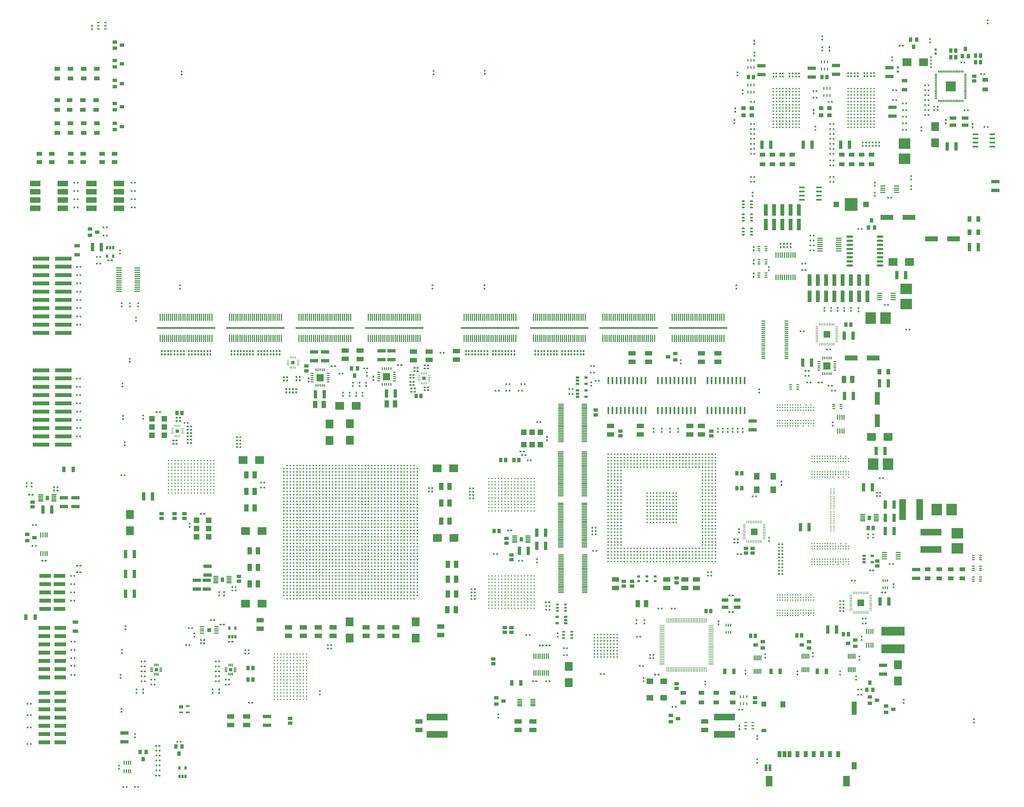
<source format=gtp>
%FSLAX25Y25*%
%MOIN*%
G70*
G01*
G75*
G04 Layer_Color=8421504*
%ADD10C,0.00500*%
%ADD11C,0.00500*%
G04:AMPARAMS|DCode=12|XSize=19.69mil|YSize=23.62mil|CornerRadius=4.92mil|HoleSize=0mil|Usage=FLASHONLY|Rotation=90.000|XOffset=0mil|YOffset=0mil|HoleType=Round|Shape=RoundedRectangle|*
%AMROUNDEDRECTD12*
21,1,0.01969,0.01378,0,0,90.0*
21,1,0.00984,0.02362,0,0,90.0*
1,1,0.00984,0.00689,0.00492*
1,1,0.00984,0.00689,-0.00492*
1,1,0.00984,-0.00689,-0.00492*
1,1,0.00984,-0.00689,0.00492*
%
%ADD12ROUNDEDRECTD12*%
%ADD13R,0.02362X0.02362*%
G04:AMPARAMS|DCode=14|XSize=19.69mil|YSize=23.62mil|CornerRadius=4.92mil|HoleSize=0mil|Usage=FLASHONLY|Rotation=0.000|XOffset=0mil|YOffset=0mil|HoleType=Round|Shape=RoundedRectangle|*
%AMROUNDEDRECTD14*
21,1,0.01969,0.01378,0,0,0.0*
21,1,0.00984,0.02362,0,0,0.0*
1,1,0.00984,0.00492,-0.00689*
1,1,0.00984,-0.00492,-0.00689*
1,1,0.00984,-0.00492,0.00689*
1,1,0.00984,0.00492,0.00689*
%
%ADD14ROUNDEDRECTD14*%
%ADD15R,0.01378X0.03347*%
%ADD16R,0.02362X0.02362*%
%ADD17R,0.03937X0.05512*%
%ADD18R,0.06299X0.06299*%
%ADD19R,0.03150X0.01102*%
%ADD20R,0.01102X0.03150*%
%ADD21R,0.06299X0.06299*%
%ADD22R,0.05512X0.01575*%
%ADD23R,0.07087X0.07087*%
%ADD24R,0.01181X0.03740*%
%ADD25R,0.05512X0.05512*%
%ADD26R,0.03740X0.01181*%
%ADD27R,0.06496X0.01181*%
%ADD28R,0.06181X0.07402*%
%ADD29R,0.11811X0.11811*%
%ADD30R,0.01102X0.03347*%
%ADD31R,0.03347X0.01102*%
%ADD32R,0.01181X0.03150*%
%ADD33R,0.03150X0.01181*%
%ADD34R,0.17716X0.17716*%
%ADD35R,0.11811X0.11811*%
%ADD36R,0.12992X0.12992*%
%ADD37R,0.03740X0.01378*%
%ADD38R,0.01378X0.03740*%
%ADD39R,0.12992X0.12992*%
%ADD40C,0.01969*%
%ADD41C,0.03937*%
%ADD42C,0.01772*%
%ADD43R,0.07087X0.07087*%
%ADD44R,0.15590X0.15590*%
%ADD45R,0.01600X0.08500*%
%ADD46R,0.71000X0.02000*%
%ADD47R,0.01654X0.04803*%
%ADD48R,0.80000X0.15000*%
%ADD49R,0.05512X0.03937*%
%ADD50R,0.03150X0.03150*%
%ADD51R,0.10827X0.09449*%
%ADD52R,0.06890X0.01181*%
%ADD53R,0.08661X0.05709*%
%ADD54R,0.04331X0.10236*%
%ADD55R,0.05709X0.08661*%
%ADD56R,0.09449X0.10827*%
%ADD57R,0.06693X0.01378*%
%ADD58R,0.07874X0.07087*%
%ADD59R,0.07874X0.04331*%
%ADD60R,0.07087X0.07874*%
%ADD61R,0.03937X0.02756*%
%ADD62R,0.01378X0.06102*%
%ADD63R,0.01772X0.07087*%
%ADD64R,0.07087X0.02362*%
%ADD65R,0.02756X0.03937*%
%ADD66R,0.01772X0.06299*%
%ADD67R,0.01181X0.06496*%
%ADD68R,0.06299X0.01772*%
%ADD69R,0.01378X0.07087*%
%ADD70R,0.07047X0.05000*%
%ADD71R,0.12500X0.07008*%
%ADD72R,0.12598X0.13976*%
%ADD73R,0.27953X0.11024*%
%ADD74R,0.13976X0.12598*%
%ADD75R,0.04331X0.05315*%
%ADD76R,0.05315X0.04331*%
%ADD77R,0.03347X0.03150*%
%ADD78R,0.06693X0.04528*%
%ADD79R,0.04528X0.06693*%
%ADD80R,0.03937X0.07087*%
%ADD81R,0.07087X0.03937*%
%ADD82R,0.07087X0.04528*%
%ADD83R,0.05512X0.04331*%
%ADD84R,0.10236X0.04331*%
%ADD85R,0.25394X0.07874*%
%ADD86R,0.04331X0.05512*%
%ADD87R,0.07874X0.25394*%
%ADD88O,0.08071X0.02362*%
%ADD89R,0.03347X0.01378*%
%ADD90R,0.20000X0.05000*%
%ADD91R,0.05118X0.03937*%
%ADD92R,0.05118X0.02362*%
%ADD93R,0.02165X0.00787*%
%ADD94R,0.05512X0.04724*%
%ADD95R,0.05000X0.14488*%
%ADD96R,0.15748X0.05906*%
%ADD97R,0.05906X0.15748*%
%ADD98R,0.14488X0.05000*%
%ADD99R,0.03347X0.01969*%
%ADD100R,0.05000X0.01693*%
%ADD101O,0.00984X0.06102*%
%ADD102O,0.06102X0.00984*%
%ADD103R,0.08268X0.12598*%
%ADD104R,0.04724X0.07677*%
%ADD105R,0.03740X0.07874*%
%ADD106R,0.06102X0.08661*%
%ADD107R,0.06102X0.16417*%
%ADD108R,0.05906X0.06496*%
%ADD109R,0.05906X0.04331*%
%ADD110R,0.06299X0.07362*%
%ADD111R,0.02362X0.08858*%
%ADD112C,0.00800*%
%ADD113C,0.01000*%
%ADD114C,0.02500*%
%ADD115C,0.01200*%
%ADD116C,0.05000*%
%ADD117C,0.02000*%
%ADD118C,0.10000*%
%ADD119C,0.01500*%
%ADD120C,0.00600*%
%ADD121R,0.11500X0.04000*%
%ADD122C,0.04500*%
%ADD123C,0.12000*%
%ADD124C,0.09646*%
%ADD125C,0.06378*%
%ADD126C,0.09055*%
%ADD127C,0.12598*%
%ADD128C,0.05906*%
%ADD129C,0.31496*%
G04:AMPARAMS|DCode=130|XSize=51.18mil|YSize=86.61mil|CornerRadius=12.8mil|HoleSize=0mil|Usage=FLASHONLY|Rotation=180.000|XOffset=0mil|YOffset=0mil|HoleType=Round|Shape=RoundedRectangle|*
%AMROUNDEDRECTD130*
21,1,0.05118,0.06102,0,0,180.0*
21,1,0.02559,0.08661,0,0,180.0*
1,1,0.02559,-0.01280,0.03051*
1,1,0.02559,0.01280,0.03051*
1,1,0.02559,0.01280,-0.03051*
1,1,0.02559,-0.01280,-0.03051*
%
%ADD130ROUNDEDRECTD130*%
%ADD131C,0.04724*%
G04:AMPARAMS|DCode=132|XSize=47.24mil|YSize=110.24mil|CornerRadius=11.81mil|HoleSize=0mil|Usage=FLASHONLY|Rotation=270.000|XOffset=0mil|YOffset=0mil|HoleType=Round|Shape=RoundedRectangle|*
%AMROUNDEDRECTD132*
21,1,0.04724,0.08661,0,0,270.0*
21,1,0.02362,0.11024,0,0,270.0*
1,1,0.02362,-0.04331,-0.01181*
1,1,0.02362,-0.04331,0.01181*
1,1,0.02362,0.04331,0.01181*
1,1,0.02362,0.04331,-0.01181*
%
%ADD132ROUNDEDRECTD132*%
%ADD133C,0.07874*%
%ADD134C,0.04331*%
%ADD135R,0.07874X0.07874*%
%ADD136C,0.08661*%
%ADD137C,0.07087*%
%ADD138C,0.09843*%
%ADD139C,0.12205*%
%ADD140C,0.13780*%
G04:AMPARAMS|DCode=141|XSize=78.74mil|YSize=118.11mil|CornerRadius=19.69mil|HoleSize=0mil|Usage=FLASHONLY|Rotation=270.000|XOffset=0mil|YOffset=0mil|HoleType=Round|Shape=RoundedRectangle|*
%AMROUNDEDRECTD141*
21,1,0.07874,0.07874,0,0,270.0*
21,1,0.03937,0.11811,0,0,270.0*
1,1,0.03937,-0.03937,-0.01969*
1,1,0.03937,-0.03937,0.01969*
1,1,0.03937,0.03937,0.01969*
1,1,0.03937,0.03937,-0.01969*
%
%ADD141ROUNDEDRECTD141*%
%ADD142C,0.05512*%
%ADD143C,0.09252*%
%ADD144C,0.05591*%
%ADD145C,0.06437*%
%ADD146C,0.11811*%
%ADD147C,0.01940*%
%ADD148C,0.01900*%
%ADD149C,0.02000*%
%ADD150C,0.02598*%
%ADD151C,0.01860*%
%ADD152C,0.05000*%
%ADD153C,0.04000*%
%ADD154C,0.07040*%
%ADD155C,0.04409*%
%ADD156C,0.14743*%
%ADD157C,0.08149*%
G04:AMPARAMS|DCode=158|XSize=117.087mil|YSize=117.087mil|CornerRadius=0mil|HoleSize=0mil|Usage=FLASHONLY|Rotation=0.000|XOffset=0mil|YOffset=0mil|HoleType=Round|Shape=Relief|Width=15mil|Gap=10mil|Entries=4|*
%AMTHD158*
7,0,0,0.11709,0.09709,0.01500,45*
%
%ADD158THD158*%
%ADD159C,0.06456*%
G04:AMPARAMS|DCode=160|XSize=100.157mil|YSize=100.157mil|CornerRadius=0mil|HoleSize=0mil|Usage=FLASHONLY|Rotation=0.000|XOffset=0mil|YOffset=0mil|HoleType=Round|Shape=Relief|Width=15mil|Gap=10mil|Entries=4|*
%AMTHD160*
7,0,0,0.10016,0.08016,0.01500,45*
%
%ADD160THD160*%
G04:AMPARAMS|DCode=161|XSize=122.992mil|YSize=122.992mil|CornerRadius=0mil|HoleSize=0mil|Usage=FLASHONLY|Rotation=0.000|XOffset=0mil|YOffset=0mil|HoleType=Round|Shape=Relief|Width=15mil|Gap=10mil|Entries=4|*
%AMTHD161*
7,0,0,0.12299,0.10299,0.01500,45*
%
%ADD161THD161*%
%ADD162C,0.15235*%
%ADD163C,0.05983*%
G04:AMPARAMS|DCode=164|XSize=95.433mil|YSize=95.433mil|CornerRadius=0mil|HoleSize=0mil|Usage=FLASHONLY|Rotation=0.000|XOffset=0mil|YOffset=0mil|HoleType=Round|Shape=Relief|Width=15mil|Gap=10mil|Entries=4|*
%AMTHD164*
7,0,0,0.09543,0.07543,0.01500,45*
%
%ADD164THD164*%
%ADD165C,0.17440*%
G04:AMPARAMS|DCode=166|XSize=210mil|YSize=210mil|CornerRadius=0mil|HoleSize=0mil|Usage=FLASHONLY|Rotation=0.000|XOffset=0mil|YOffset=0mil|HoleType=Round|Shape=Relief|Width=15mil|Gap=10mil|Entries=4|*
%AMTHD166*
7,0,0,0.21000,0.19000,0.01500,45*
%
%ADD166THD166*%
%AMTHOVALD167*
21,1,0.03543,0.09937,0,0,270.0*
1,1,0.09937,0.00000,0.01772*
1,1,0.09937,0.00000,-0.01772*
21,0,0.03543,0.07937,0,0,270.0*
1,0,0.07937,0.00000,0.01772*
1,0,0.07937,0.00000,-0.01772*
4,0,4,-0.00530,0.01241,-0.04044,0.04755,-0.02983,0.05815,0.00530,0.02302,-0.00530,0.01241,0.0*
4,0,4,-0.00530,-0.02302,0.02983,-0.05815,0.04044,-0.04755,0.00530,-0.01241,-0.00530,-0.02302,0.0*
4,0,4,-0.00530,0.02302,0.02983,0.05815,0.04044,0.04755,0.00530,0.01241,-0.00530,0.02302,0.0*
4,0,4,-0.00530,-0.01241,-0.04044,-0.04755,-0.02983,-0.05815,0.00530,-0.02302,-0.00530,-0.01241,0.0*
%
%ADD167THOVALD167*%

G04:AMPARAMS|DCode=168|XSize=91.496mil|YSize=91.496mil|CornerRadius=0mil|HoleSize=0mil|Usage=FLASHONLY|Rotation=0.000|XOffset=0mil|YOffset=0mil|HoleType=Round|Shape=Relief|Width=15mil|Gap=10mil|Entries=4|*
%AMTHD168*
7,0,0,0.09150,0.07150,0.01500,45*
%
%ADD168THD168*%
%ADD169C,0.05590*%
%AMTHOVALD170*
21,1,0.06299,0.09150,0,0,360.0*
1,1,0.09150,-0.03150,0.00000*
1,1,0.09150,0.03150,0.00000*
21,0,0.06299,0.07150,0,0,360.0*
1,0,0.07150,-0.03150,0.00000*
1,0,0.07150,0.03150,0.00000*
4,0,4,-0.02619,-0.00530,-0.05854,-0.03765,-0.06915,-0.02705,-0.03680,0.00530,-0.02619,-0.00530,0.0*
4,0,4,0.03680,-0.00530,0.06915,0.02705,0.05854,0.03765,0.02619,0.00530,0.03680,-0.00530,0.0*
4,0,4,-0.03680,-0.00530,-0.06915,0.02705,-0.05854,0.03765,-0.02619,0.00530,-0.03680,-0.00530,0.0*
4,0,4,0.02619,-0.00530,0.05854,-0.03765,0.06915,-0.02705,0.03680,0.00530,0.02619,-0.00530,0.0*
%
%ADD170THOVALD170*%

%ADD171C,0.07164*%
G04:AMPARAMS|DCode=172|XSize=107.244mil|YSize=107.244mil|CornerRadius=0mil|HoleSize=0mil|Usage=FLASHONLY|Rotation=0.000|XOffset=0mil|YOffset=0mil|HoleType=Round|Shape=Relief|Width=15mil|Gap=10mil|Entries=4|*
%AMTHD172*
7,0,0,0.10724,0.08724,0.01500,45*
%
%ADD172THD172*%
G04:AMPARAMS|DCode=173|XSize=83.622mil|YSize=83.622mil|CornerRadius=0mil|HoleSize=0mil|Usage=FLASHONLY|Rotation=0.000|XOffset=0mil|YOffset=0mil|HoleType=Round|Shape=Relief|Width=15mil|Gap=10mil|Entries=4|*
%AMTHD173*
7,0,0,0.08362,0.06362,0.01500,45*
%
%ADD173THD173*%
%ADD174C,0.04802*%
%ADD175C,0.06771*%
G04:AMPARAMS|DCode=176|XSize=103.307mil|YSize=103.307mil|CornerRadius=0mil|HoleSize=0mil|Usage=FLASHONLY|Rotation=0.000|XOffset=0mil|YOffset=0mil|HoleType=Round|Shape=Relief|Width=15mil|Gap=10mil|Entries=4|*
%AMTHD176*
7,0,0,0.10331,0.08331,0.01500,45*
%
%ADD176THD176*%
G04:AMPARAMS|DCode=177|XSize=126.929mil|YSize=126.929mil|CornerRadius=0mil|HoleSize=0mil|Usage=FLASHONLY|Rotation=0.000|XOffset=0mil|YOffset=0mil|HoleType=Round|Shape=Relief|Width=15mil|Gap=10mil|Entries=4|*
%AMTHD177*
7,0,0,0.12693,0.10693,0.01500,45*
%
%ADD177THD177*%
%ADD178C,0.08346*%
%ADD179C,0.15038*%
%ADD180C,0.12086*%
%ADD181O,0.12204X0.09133*%
G04:AMPARAMS|DCode=182|XSize=87.559mil|YSize=87.559mil|CornerRadius=0mil|HoleSize=0mil|Usage=FLASHONLY|Rotation=0.000|XOffset=0mil|YOffset=0mil|HoleType=Round|Shape=Relief|Width=15mil|Gap=10mil|Entries=4|*
%AMTHD182*
7,0,0,0.08756,0.06756,0.01500,45*
%
%ADD182THD182*%
%ADD183C,0.05196*%
%ADD184C,0.11889*%
G04:AMPARAMS|DCode=185|XSize=92.284mil|YSize=92.284mil|CornerRadius=0mil|HoleSize=0mil|Usage=FLASHONLY|Rotation=0.000|XOffset=0mil|YOffset=0mil|HoleType=Round|Shape=Relief|Width=15mil|Gap=10mil|Entries=4|*
%AMTHD185*
7,0,0,0.09228,0.07228,0.01500,45*
%
%ADD185THD185*%
G04:AMPARAMS|DCode=186|XSize=99.37mil|YSize=99.37mil|CornerRadius=0mil|HoleSize=0mil|Usage=FLASHONLY|Rotation=0.000|XOffset=0mil|YOffset=0mil|HoleType=Round|Shape=Relief|Width=15mil|Gap=10mil|Entries=4|*
%AMTHD186*
7,0,0,0.09937,0.07937,0.01500,45*
%
%ADD186THD186*%
%ADD187C,0.06377*%
%ADD188C,0.11495*%
%ADD189C,0.06062*%
G04:AMPARAMS|DCode=190|XSize=96.221mil|YSize=96.221mil|CornerRadius=0mil|HoleSize=0mil|Usage=FLASHONLY|Rotation=0.000|XOffset=0mil|YOffset=0mil|HoleType=Round|Shape=Relief|Width=15mil|Gap=10mil|Entries=4|*
%AMTHD190*
7,0,0,0.09622,0.07622,0.01500,45*
%
%ADD190THD190*%
%ADD191C,0.03440*%
%ADD192C,0.03739*%
%ADD193C,0.00380*%
%ADD194C,0.00394*%
%ADD195C,0.22874*%
%ADD196C,0.00380*%
%ADD197C,0.07000*%
%ADD198C,0.08739*%
%ADD199O,0.06377X0.09920*%
%ADD200O,0.11889X0.05590*%
%ADD201C,0.09133*%
%ADD202C,0.05668*%
%ADD203C,0.03444*%
%ADD204C,0.05240*%
%ADD205R,0.00787X0.02165*%
%ADD206C,0.00984*%
%ADD207C,0.02362*%
%ADD208C,0.00787*%
%ADD209C,0.06000*%
%ADD210C,0.00315*%
%ADD211C,0.00300*%
%ADD212C,0.00100*%
%ADD213C,0.00591*%
%ADD214C,0.00900*%
%ADD215R,0.04409X0.04409*%
%ADD216R,0.04409X0.04409*%
%ADD217R,0.04961X0.04961*%
%ADD218R,0.03858X0.03858*%
%ADD219R,0.03961X0.05181*%
%ADD220R,0.08268X0.08268*%
%ADD221R,0.12402X0.12402*%
%ADD222R,0.08268X0.08268*%
%ADD223R,0.09095X0.09095*%
%ADD224R,0.09095X0.09095*%
D12*
X172031Y22000D02*
D03*
X175969D02*
D03*
X172031Y58000D02*
D03*
X175969D02*
D03*
X1051031Y244000D02*
D03*
X1054968D02*
D03*
X648468Y179500D02*
D03*
X644531D02*
D03*
X640469D02*
D03*
X636531D02*
D03*
X1036532Y270500D02*
D03*
X1040469D02*
D03*
X481331Y486999D02*
D03*
X485268D02*
D03*
X481331Y490799D02*
D03*
X485268D02*
D03*
X479831Y495299D02*
D03*
X483768D02*
D03*
X479831Y498799D02*
D03*
X483768D02*
D03*
X479831Y503799D02*
D03*
X483768D02*
D03*
X479831Y507299D02*
D03*
X483768D02*
D03*
X484831Y511799D02*
D03*
X488768D02*
D03*
X484831Y515799D02*
D03*
X488768D02*
D03*
X497331Y488799D02*
D03*
X501268D02*
D03*
X497331Y492299D02*
D03*
X501268D02*
D03*
X497331Y518799D02*
D03*
X501268D02*
D03*
X230268Y339299D02*
D03*
X226331D02*
D03*
X238331Y210299D02*
D03*
X242268D02*
D03*
X260331Y184299D02*
D03*
X264268D02*
D03*
X158268Y148299D02*
D03*
X154331D02*
D03*
X248268D02*
D03*
X244331D02*
D03*
X80268Y268299D02*
D03*
X76331D02*
D03*
X80268Y276299D02*
D03*
X76331D02*
D03*
X22268Y362299D02*
D03*
X18331D02*
D03*
X602000Y318724D02*
D03*
X598063D02*
D03*
X176568Y462299D02*
D03*
X172631D02*
D03*
X214268Y444799D02*
D03*
X210331D02*
D03*
X214268Y440799D02*
D03*
X210331D02*
D03*
X615331Y410299D02*
D03*
X619268D02*
D03*
X214268Y436799D02*
D03*
X210331D02*
D03*
X613331Y414480D02*
D03*
X617268D02*
D03*
X214268Y432799D02*
D03*
X210331D02*
D03*
X197131Y455431D02*
D03*
X201068D02*
D03*
X197131Y451431D02*
D03*
X201068D02*
D03*
X214268Y428799D02*
D03*
X210331D02*
D03*
X214268Y424799D02*
D03*
X210331D02*
D03*
X776331Y144299D02*
D03*
X780268D02*
D03*
X1048768Y364599D02*
D03*
X1044831D02*
D03*
X876268Y304299D02*
D03*
X872331D02*
D03*
X876268Y308299D02*
D03*
X872331D02*
D03*
X880268Y290299D02*
D03*
X876331D02*
D03*
X954331Y634299D02*
D03*
X958268D02*
D03*
X866331Y220299D02*
D03*
X870268D02*
D03*
Y240299D02*
D03*
X866331D02*
D03*
X1076268Y906299D02*
D03*
X1072331D02*
D03*
X497331Y515299D02*
D03*
X501268D02*
D03*
X118268Y646299D02*
D03*
X114331D02*
D03*
X628331Y136299D02*
D03*
X632268D02*
D03*
X38268Y282299D02*
D03*
X34331D02*
D03*
X978268Y498299D02*
D03*
X974331D02*
D03*
X962268Y512299D02*
D03*
X958331D02*
D03*
X384731Y517899D02*
D03*
X388668D02*
D03*
X465131Y519299D02*
D03*
X469068D02*
D03*
X196768Y427780D02*
D03*
X192831D02*
D03*
X196768Y423780D02*
D03*
X192831D02*
D03*
X250031Y205000D02*
D03*
X253969D02*
D03*
X644031Y232000D02*
D03*
X647968D02*
D03*
D13*
X1178969Y808000D02*
D03*
X1175031D02*
D03*
X201669Y63000D02*
D03*
X197731D02*
D03*
X270031Y432000D02*
D03*
X273969D02*
D03*
X270031Y428000D02*
D03*
X273969D02*
D03*
X270031Y424000D02*
D03*
X273969D02*
D03*
X270031Y420000D02*
D03*
X273969D02*
D03*
X557969Y240000D02*
D03*
X554032D02*
D03*
X557969Y236000D02*
D03*
X554032D02*
D03*
X557969Y244000D02*
D03*
X554032D02*
D03*
X557969Y248000D02*
D03*
X554032D02*
D03*
X555969Y370000D02*
D03*
X552032D02*
D03*
X555969Y358000D02*
D03*
X552032D02*
D03*
X555969Y362000D02*
D03*
X552032D02*
D03*
X555969Y366000D02*
D03*
X552032D02*
D03*
X801236Y105099D02*
D03*
X797299D02*
D03*
X758268Y190299D02*
D03*
X754331D02*
D03*
X757731Y154699D02*
D03*
X761668D02*
D03*
X208362Y180299D02*
D03*
X212299D02*
D03*
X72937Y264000D02*
D03*
X69000D02*
D03*
X72937Y254000D02*
D03*
X69000D02*
D03*
X72836Y243999D02*
D03*
X68899D02*
D03*
X72936Y233999D02*
D03*
X68999D02*
D03*
X80236Y638299D02*
D03*
X76299D02*
D03*
X80236Y628299D02*
D03*
X76299D02*
D03*
X80236Y618299D02*
D03*
X76299D02*
D03*
X80236Y608299D02*
D03*
X76299D02*
D03*
X80236Y598299D02*
D03*
X76299D02*
D03*
X80236Y588299D02*
D03*
X76299D02*
D03*
X80236Y578299D02*
D03*
X76299D02*
D03*
X80236Y568299D02*
D03*
X76299D02*
D03*
X79937Y503000D02*
D03*
X76000D02*
D03*
X79937Y493000D02*
D03*
X76000D02*
D03*
X79937Y483000D02*
D03*
X76000D02*
D03*
X79937Y473000D02*
D03*
X76000D02*
D03*
X73236Y164299D02*
D03*
X69299D02*
D03*
X73236Y174299D02*
D03*
X69299D02*
D03*
X73236Y184299D02*
D03*
X69299D02*
D03*
X69362Y143892D02*
D03*
X73299D02*
D03*
X69362Y155000D02*
D03*
X73299D02*
D03*
X427768Y515299D02*
D03*
X423831D02*
D03*
X669768Y167799D02*
D03*
X665831D02*
D03*
X669768Y176299D02*
D03*
X665831D02*
D03*
X288268Y110299D02*
D03*
X284331D02*
D03*
X624268Y192299D02*
D03*
X620331D02*
D03*
X784268Y224299D02*
D03*
X780331D02*
D03*
X520268Y534299D02*
D03*
X516331D02*
D03*
X648268Y222799D02*
D03*
X644331D02*
D03*
X1080268Y804299D02*
D03*
X1076331D02*
D03*
X1080268Y812299D02*
D03*
X1076331D02*
D03*
X1080268Y828299D02*
D03*
X1076331D02*
D03*
X648268Y227299D02*
D03*
X644331D02*
D03*
X1080268Y836299D02*
D03*
X1076331D02*
D03*
X215668Y200399D02*
D03*
X211731D02*
D03*
X158268Y154299D02*
D03*
X154331D02*
D03*
X158268Y142299D02*
D03*
X154331D02*
D03*
X170268Y138299D02*
D03*
X166331D02*
D03*
X248268Y154299D02*
D03*
X244331D02*
D03*
X248268Y142299D02*
D03*
X244331D02*
D03*
X971768Y851099D02*
D03*
X967831D02*
D03*
X896268Y775299D02*
D03*
X892331D02*
D03*
X896268Y781299D02*
D03*
X892331D02*
D03*
X896268Y787299D02*
D03*
X892331D02*
D03*
X896268Y793299D02*
D03*
X892331D02*
D03*
X896268Y799299D02*
D03*
X892331D02*
D03*
X896268Y805299D02*
D03*
X892331D02*
D03*
X896268Y811299D02*
D03*
X892331D02*
D03*
X896268Y747299D02*
D03*
X892331D02*
D03*
X615268Y282299D02*
D03*
X611331D02*
D03*
X621831Y403799D02*
D03*
X625768D02*
D03*
X633331Y450299D02*
D03*
X637268D02*
D03*
X676268Y484299D02*
D03*
X672331D02*
D03*
X698331Y510299D02*
D03*
X702268D02*
D03*
X1068268Y852299D02*
D03*
X1064331D02*
D03*
X992268Y775299D02*
D03*
X988331D02*
D03*
X992268Y781299D02*
D03*
X988331D02*
D03*
X992268Y761299D02*
D03*
X988331D02*
D03*
X992268Y787299D02*
D03*
X988331D02*
D03*
X992268Y793299D02*
D03*
X988331D02*
D03*
X992268Y767299D02*
D03*
X988331D02*
D03*
X992268Y799299D02*
D03*
X988331D02*
D03*
X992268Y805299D02*
D03*
X988331D02*
D03*
X992268Y811299D02*
D03*
X988331D02*
D03*
X992268Y747299D02*
D03*
X988331D02*
D03*
X676268Y490299D02*
D03*
X672331D02*
D03*
X206331Y449299D02*
D03*
X210268D02*
D03*
X1068268Y840299D02*
D03*
X1064331D02*
D03*
X146268Y740299D02*
D03*
X142331D02*
D03*
X146268Y730299D02*
D03*
X142331D02*
D03*
X146268Y720299D02*
D03*
X142331D02*
D03*
X146268Y710299D02*
D03*
X142331D02*
D03*
X599868Y488199D02*
D03*
X595931D02*
D03*
X586868Y488099D02*
D03*
X582931D02*
D03*
X618268Y496299D02*
D03*
X614331D02*
D03*
X614968Y488099D02*
D03*
X611031D02*
D03*
X599868Y496199D02*
D03*
X595931D02*
D03*
X26268Y300299D02*
D03*
X22331D02*
D03*
X1107268Y822299D02*
D03*
X1103331D02*
D03*
X1107268Y828299D02*
D03*
X1103331D02*
D03*
X1107268Y834299D02*
D03*
X1103331D02*
D03*
X1107268Y840299D02*
D03*
X1103331D02*
D03*
X1150768Y885799D02*
D03*
X1146831D02*
D03*
X1107268Y846299D02*
D03*
X1103331D02*
D03*
X1107268Y852299D02*
D03*
X1103331D02*
D03*
X1107268Y858299D02*
D03*
X1103331D02*
D03*
X770331Y164299D02*
D03*
X774268D02*
D03*
X705268Y294299D02*
D03*
X701331D02*
D03*
X898268Y360299D02*
D03*
X894331D02*
D03*
X878032Y102000D02*
D03*
X881969D02*
D03*
X958268Y642299D02*
D03*
X954331D02*
D03*
X112268Y686299D02*
D03*
X108331D02*
D03*
X112268Y676299D02*
D03*
X108331D02*
D03*
X956268Y560299D02*
D03*
X952331D02*
D03*
X988268Y538299D02*
D03*
X984331D02*
D03*
X1031449Y212299D02*
D03*
X1027512D02*
D03*
X1004268Y221299D02*
D03*
X1000331D02*
D03*
X1004268Y225299D02*
D03*
X1000331D02*
D03*
X1004268Y229299D02*
D03*
X1000331D02*
D03*
X1004268Y233299D02*
D03*
X1000331D02*
D03*
X104268Y650299D02*
D03*
X100331D02*
D03*
X1021931Y119699D02*
D03*
X1025868D02*
D03*
X1052268Y382299D02*
D03*
X1048331D02*
D03*
X962268Y506299D02*
D03*
X958331D02*
D03*
X1084268Y562299D02*
D03*
X1080331D02*
D03*
X393831Y508799D02*
D03*
X397768D02*
D03*
X796331Y224299D02*
D03*
X800268D02*
D03*
X704331Y500299D02*
D03*
X708268D02*
D03*
X702468Y518299D02*
D03*
X698531D02*
D03*
X1014331Y258299D02*
D03*
X1018268D02*
D03*
X960331Y498299D02*
D03*
X964268D02*
D03*
X710331Y144799D02*
D03*
X714268D02*
D03*
X1076331Y820299D02*
D03*
X1080268D02*
D03*
X1058331Y722299D02*
D03*
X1062268D02*
D03*
X1060331Y278299D02*
D03*
X1064268D02*
D03*
X172331Y34299D02*
D03*
X176268D02*
D03*
X172331Y28299D02*
D03*
X176268D02*
D03*
X172331Y40299D02*
D03*
X176268D02*
D03*
X1025868Y126118D02*
D03*
X1021931D02*
D03*
X926331Y282299D02*
D03*
X930268D02*
D03*
X926331Y286299D02*
D03*
X930268D02*
D03*
X926299Y302299D02*
D03*
X930236D02*
D03*
X926299Y298299D02*
D03*
X930236D02*
D03*
X926331Y278299D02*
D03*
X930268D02*
D03*
X926331Y274299D02*
D03*
X930268D02*
D03*
X926331Y266299D02*
D03*
X930268D02*
D03*
X926331Y270299D02*
D03*
X930268D02*
D03*
X926331Y290299D02*
D03*
X930268D02*
D03*
X926299Y294299D02*
D03*
X930236D02*
D03*
X146331Y8299D02*
D03*
X150268D02*
D03*
X132331D02*
D03*
X136268D02*
D03*
X100331Y642299D02*
D03*
X104268D02*
D03*
X774268Y168299D02*
D03*
X770331D02*
D03*
X256331Y132299D02*
D03*
X260268D02*
D03*
X260268Y138299D02*
D03*
X256331D02*
D03*
X244331Y136299D02*
D03*
X248268D02*
D03*
X244331Y160299D02*
D03*
X248268D02*
D03*
X166331Y132299D02*
D03*
X170268D02*
D03*
X154331Y136299D02*
D03*
X158268D02*
D03*
X154331Y160299D02*
D03*
X158268D02*
D03*
X700331Y322299D02*
D03*
X704268D02*
D03*
X700331Y314299D02*
D03*
X704268D02*
D03*
X700331Y318299D02*
D03*
X704268D02*
D03*
X72931Y740099D02*
D03*
X76868D02*
D03*
X72931Y730099D02*
D03*
X76868D02*
D03*
X72931Y720099D02*
D03*
X76868D02*
D03*
X72931Y710099D02*
D03*
X76868D02*
D03*
X172331Y46299D02*
D03*
X176268D02*
D03*
X172331Y52299D02*
D03*
X176268D02*
D03*
X964331Y676299D02*
D03*
X968268D02*
D03*
X964331Y670299D02*
D03*
X968268D02*
D03*
X964331Y664299D02*
D03*
X968268D02*
D03*
X964331Y658299D02*
D03*
X968268D02*
D03*
X644331Y136299D02*
D03*
X648268D02*
D03*
X1031449Y206299D02*
D03*
X1027512D02*
D03*
X1054331Y592299D02*
D03*
X1058268D02*
D03*
X1022331Y684299D02*
D03*
X1026268D02*
D03*
X1044831Y360599D02*
D03*
X1048768D02*
D03*
X986331Y494299D02*
D03*
X990268D02*
D03*
X990331Y488299D02*
D03*
X994268D02*
D03*
X1114331Y828299D02*
D03*
X1118268D02*
D03*
X1114331Y832299D02*
D03*
X1118268D02*
D03*
X990268Y838299D02*
D03*
X986331D02*
D03*
X988331Y741299D02*
D03*
X992268D02*
D03*
X967831Y843099D02*
D03*
X971768D02*
D03*
X896268Y838299D02*
D03*
X892331D02*
D03*
Y741299D02*
D03*
X896268D02*
D03*
X16331Y108799D02*
D03*
X20268D02*
D03*
X16331Y95299D02*
D03*
X20268D02*
D03*
X16331Y80299D02*
D03*
X20268D02*
D03*
X20268Y60299D02*
D03*
X16331D02*
D03*
X283968Y170000D02*
D03*
X280031D02*
D03*
X283968Y174000D02*
D03*
X280031D02*
D03*
X380031Y176000D02*
D03*
X383968D02*
D03*
X380031Y180000D02*
D03*
X383968D02*
D03*
X76000Y433000D02*
D03*
X79937D02*
D03*
X76300Y443000D02*
D03*
X80237D02*
D03*
X76300Y453000D02*
D03*
X80237D02*
D03*
X76300Y463000D02*
D03*
X80237D02*
D03*
X1174969Y872000D02*
D03*
X1171031D02*
D03*
X302969Y371000D02*
D03*
X299031D02*
D03*
X299031Y377000D02*
D03*
X302969D02*
D03*
X1151031Y828000D02*
D03*
X1154968D02*
D03*
X133968Y386000D02*
D03*
X130032D02*
D03*
X26568Y325400D02*
D03*
X22632D02*
D03*
X581127Y290306D02*
D03*
X585064D02*
D03*
D14*
X853000Y208968D02*
D03*
Y205031D02*
D03*
X936299Y662331D02*
D03*
Y666268D02*
D03*
X932299Y662331D02*
D03*
Y666268D02*
D03*
X342099Y500831D02*
D03*
Y504768D02*
D03*
X346099Y500831D02*
D03*
Y504768D02*
D03*
X341699Y486331D02*
D03*
Y490268D02*
D03*
X337699Y486331D02*
D03*
Y490268D02*
D03*
X333799Y486331D02*
D03*
Y490268D02*
D03*
X329799Y486331D02*
D03*
Y490268D02*
D03*
X330699Y500531D02*
D03*
Y504468D02*
D03*
X326699Y500531D02*
D03*
Y504468D02*
D03*
X156299Y122331D02*
D03*
Y126268D02*
D03*
X248299Y122331D02*
D03*
Y126268D02*
D03*
X873299Y830268D02*
D03*
Y826331D02*
D03*
X896299Y908331D02*
D03*
Y912268D02*
D03*
X48299Y367331D02*
D03*
Y371268D02*
D03*
X254299Y240331D02*
D03*
Y244268D02*
D03*
X645299Y428331D02*
D03*
Y432268D02*
D03*
X205512Y536220D02*
D03*
Y532283D02*
D03*
X237795Y536220D02*
D03*
Y532283D02*
D03*
X289370Y536220D02*
D03*
Y532283D02*
D03*
X321654Y536220D02*
D03*
Y532283D02*
D03*
X201968Y536220D02*
D03*
Y532283D02*
D03*
X234252Y536220D02*
D03*
Y532283D02*
D03*
X285827Y536220D02*
D03*
Y532283D02*
D03*
X318110Y536220D02*
D03*
Y532283D02*
D03*
X198031Y536220D02*
D03*
Y532283D02*
D03*
X230315Y536220D02*
D03*
Y532283D02*
D03*
X281890Y536220D02*
D03*
Y532283D02*
D03*
X314173Y536220D02*
D03*
Y532283D02*
D03*
X194488Y536220D02*
D03*
Y532283D02*
D03*
X226772Y536220D02*
D03*
Y532283D02*
D03*
X278346Y536220D02*
D03*
Y532283D02*
D03*
X310630Y536220D02*
D03*
Y532283D02*
D03*
X190157Y536220D02*
D03*
Y532283D02*
D03*
X222835Y536220D02*
D03*
Y532283D02*
D03*
X274409Y536220D02*
D03*
Y532283D02*
D03*
X306693Y536220D02*
D03*
Y532283D02*
D03*
X186614Y536220D02*
D03*
Y532283D02*
D03*
X219291Y536220D02*
D03*
Y532283D02*
D03*
X270866Y536220D02*
D03*
Y532283D02*
D03*
X303150Y536220D02*
D03*
Y532283D02*
D03*
X182677Y536220D02*
D03*
Y532283D02*
D03*
X215354Y536220D02*
D03*
Y532283D02*
D03*
X266929Y536220D02*
D03*
Y532283D02*
D03*
X299213Y536220D02*
D03*
Y532283D02*
D03*
X179134Y536220D02*
D03*
Y532283D02*
D03*
X211811Y536220D02*
D03*
Y532283D02*
D03*
X263386Y536220D02*
D03*
Y532283D02*
D03*
X295669Y536220D02*
D03*
Y532283D02*
D03*
X573228Y536220D02*
D03*
Y532283D02*
D03*
X605905Y536220D02*
D03*
Y532283D02*
D03*
X657480Y536220D02*
D03*
Y532283D02*
D03*
X689764Y536220D02*
D03*
Y532283D02*
D03*
X569685Y536220D02*
D03*
Y532283D02*
D03*
X602362Y536220D02*
D03*
Y532283D02*
D03*
X653937Y536220D02*
D03*
Y532283D02*
D03*
X686299Y536268D02*
D03*
Y532331D02*
D03*
X565748Y536220D02*
D03*
Y532283D02*
D03*
X598425Y536220D02*
D03*
Y532283D02*
D03*
X650000Y536220D02*
D03*
Y532283D02*
D03*
X682299Y536268D02*
D03*
Y532331D02*
D03*
X562205Y536220D02*
D03*
Y532283D02*
D03*
X594882Y536220D02*
D03*
Y532283D02*
D03*
X646457Y536220D02*
D03*
Y532283D02*
D03*
X678740Y536220D02*
D03*
Y532283D02*
D03*
X558268Y536220D02*
D03*
Y532283D02*
D03*
X590945Y536220D02*
D03*
Y532283D02*
D03*
X642126Y536220D02*
D03*
Y532283D02*
D03*
X674803Y536220D02*
D03*
Y532283D02*
D03*
X554724Y536220D02*
D03*
Y532283D02*
D03*
X587402Y536220D02*
D03*
Y532283D02*
D03*
X638583Y536220D02*
D03*
Y532283D02*
D03*
X671260Y536220D02*
D03*
Y532283D02*
D03*
X550787Y536220D02*
D03*
Y532283D02*
D03*
X583465Y536220D02*
D03*
Y532283D02*
D03*
X634646Y536220D02*
D03*
Y532283D02*
D03*
X667323Y536220D02*
D03*
Y532283D02*
D03*
X547244Y536220D02*
D03*
Y532283D02*
D03*
X579921Y536220D02*
D03*
Y532283D02*
D03*
X631102Y536220D02*
D03*
Y532283D02*
D03*
X663780Y536220D02*
D03*
Y532283D02*
D03*
X968299Y828268D02*
D03*
Y824331D02*
D03*
X987299Y900331D02*
D03*
Y904268D02*
D03*
X895699Y630268D02*
D03*
Y626331D02*
D03*
Y646268D02*
D03*
Y642331D02*
D03*
X928299Y662331D02*
D03*
Y666268D02*
D03*
X940299Y662331D02*
D03*
Y666268D02*
D03*
X895699Y662268D02*
D03*
Y658331D02*
D03*
X1160799Y811268D02*
D03*
Y807331D02*
D03*
X1128299Y812331D02*
D03*
Y816268D02*
D03*
X929299Y374331D02*
D03*
Y378268D02*
D03*
X94299Y926331D02*
D03*
Y930268D02*
D03*
X878299Y78331D02*
D03*
Y82268D02*
D03*
X356799Y499331D02*
D03*
Y503268D02*
D03*
X435099Y501331D02*
D03*
Y505268D02*
D03*
X506299Y366331D02*
D03*
Y370268D02*
D03*
X230299Y186268D02*
D03*
Y182331D02*
D03*
D15*
X867559Y195653D02*
D03*
X865000D02*
D03*
X862441D02*
D03*
Y204315D02*
D03*
X865000D02*
D03*
X867559D02*
D03*
X1057559Y249669D02*
D03*
X1055000D02*
D03*
X1052441D02*
D03*
Y258331D02*
D03*
X1055000D02*
D03*
X1057559D02*
D03*
X888559Y879968D02*
D03*
X892299D02*
D03*
X896039D02*
D03*
Y888630D02*
D03*
X892299D02*
D03*
X888559D02*
D03*
Y849968D02*
D03*
X892299D02*
D03*
X896039D02*
D03*
Y858630D02*
D03*
X892299D02*
D03*
X888559D02*
D03*
X985039Y886630D02*
D03*
X981299D02*
D03*
X977559D02*
D03*
Y877968D02*
D03*
X981299D02*
D03*
X985039D02*
D03*
X980559Y845968D02*
D03*
X984299D02*
D03*
X988039D02*
D03*
Y854630D02*
D03*
X984299D02*
D03*
X980559D02*
D03*
X879705Y108968D02*
D03*
X883445D02*
D03*
X887185D02*
D03*
Y117630D02*
D03*
X883445D02*
D03*
X879705D02*
D03*
D16*
X1065000Y253969D02*
D03*
Y250031D02*
D03*
X201000Y611905D02*
D03*
Y615842D02*
D03*
X506500Y611905D02*
D03*
Y615842D02*
D03*
X508000Y871531D02*
D03*
Y875469D02*
D03*
X569500Y611905D02*
D03*
Y615842D02*
D03*
X874500Y611905D02*
D03*
Y615842D02*
D03*
X570000Y872031D02*
D03*
Y875968D02*
D03*
X370299Y124268D02*
D03*
Y120331D02*
D03*
X1110299Y880331D02*
D03*
Y884268D02*
D03*
X894299Y728268D02*
D03*
Y724331D02*
D03*
X970299Y808268D02*
D03*
Y804331D02*
D03*
X902299Y489868D02*
D03*
Y485931D02*
D03*
X658299Y190331D02*
D03*
Y194268D02*
D03*
X981228Y584677D02*
D03*
Y588614D02*
D03*
X989228Y584677D02*
D03*
Y588614D02*
D03*
X997228D02*
D03*
Y584677D02*
D03*
X1005228D02*
D03*
Y588614D02*
D03*
X1013228Y584677D02*
D03*
Y588614D02*
D03*
X1022699Y584331D02*
D03*
Y588268D02*
D03*
X218299Y190331D02*
D03*
Y194268D02*
D03*
X148299Y122331D02*
D03*
Y126268D02*
D03*
X130299Y594268D02*
D03*
Y590331D02*
D03*
X140299Y590331D02*
D03*
Y594268D02*
D03*
X150299Y590331D02*
D03*
Y594268D02*
D03*
X240299Y122331D02*
D03*
Y126268D02*
D03*
X882299Y852268D02*
D03*
Y848331D02*
D03*
X896499Y893931D02*
D03*
Y897868D02*
D03*
X978499Y913531D02*
D03*
Y917468D02*
D03*
X950699Y872668D02*
D03*
Y868731D02*
D03*
X947099Y872668D02*
D03*
Y868731D02*
D03*
X942699Y872668D02*
D03*
Y868731D02*
D03*
X939099Y872668D02*
D03*
Y868731D02*
D03*
X931099Y872668D02*
D03*
Y868731D02*
D03*
X927499Y872668D02*
D03*
Y868731D02*
D03*
X923099Y872668D02*
D03*
Y868731D02*
D03*
X919499Y872668D02*
D03*
Y868731D02*
D03*
X15480Y372165D02*
D03*
Y376102D02*
D03*
X52799Y371268D02*
D03*
Y367331D02*
D03*
X21480Y372165D02*
D03*
Y376102D02*
D03*
X268299Y246331D02*
D03*
Y250268D02*
D03*
X264299Y246331D02*
D03*
Y250268D02*
D03*
X248299Y244268D02*
D03*
Y240331D02*
D03*
X212499Y327168D02*
D03*
Y323231D02*
D03*
X633299Y284268D02*
D03*
Y280331D02*
D03*
X872299Y816268D02*
D03*
Y812331D02*
D03*
X410299Y497868D02*
D03*
Y493931D02*
D03*
X426299Y493931D02*
D03*
Y497868D02*
D03*
X418299Y493931D02*
D03*
Y497868D02*
D03*
X406199Y485768D02*
D03*
Y481831D02*
D03*
X421899D02*
D03*
Y485768D02*
D03*
X398199Y481831D02*
D03*
Y485768D02*
D03*
X414199Y481831D02*
D03*
Y485768D02*
D03*
X978799Y900331D02*
D03*
Y904268D02*
D03*
X1047799Y784831D02*
D03*
Y788768D02*
D03*
X1043799Y784831D02*
D03*
Y788768D02*
D03*
X1063299Y888331D02*
D03*
Y892268D02*
D03*
X1031799Y784831D02*
D03*
Y788768D02*
D03*
X1035799Y784831D02*
D03*
Y788768D02*
D03*
X1027799Y784831D02*
D03*
Y788768D02*
D03*
X1039799Y784831D02*
D03*
Y788768D02*
D03*
X1041399Y873168D02*
D03*
Y869231D02*
D03*
X1037799Y872968D02*
D03*
Y869031D02*
D03*
X1033399Y872968D02*
D03*
Y869031D02*
D03*
X1029799Y872968D02*
D03*
Y869031D02*
D03*
X1021599Y872968D02*
D03*
Y869031D02*
D03*
X1017999Y872968D02*
D03*
Y869031D02*
D03*
X1013599Y872968D02*
D03*
Y869031D02*
D03*
X1009999Y872968D02*
D03*
Y869031D02*
D03*
X864299Y438331D02*
D03*
Y442268D02*
D03*
X882299Y438331D02*
D03*
Y442268D02*
D03*
X852299Y438331D02*
D03*
Y442268D02*
D03*
X870299Y438331D02*
D03*
Y442268D02*
D03*
X876299Y438331D02*
D03*
Y442268D02*
D03*
X858299Y438331D02*
D03*
Y442268D02*
D03*
X762299Y136331D02*
D03*
Y140268D02*
D03*
X1040299Y310331D02*
D03*
Y314268D02*
D03*
X1034299Y310331D02*
D03*
Y314268D02*
D03*
X878000Y316532D02*
D03*
Y320469D02*
D03*
X794299Y438331D02*
D03*
Y442268D02*
D03*
X804299Y438331D02*
D03*
Y442268D02*
D03*
X784299Y438331D02*
D03*
Y442268D02*
D03*
X774299Y438331D02*
D03*
Y442268D02*
D03*
X1110299Y892268D02*
D03*
Y888331D02*
D03*
X763299Y206331D02*
D03*
Y210268D02*
D03*
X753799Y206331D02*
D03*
Y210268D02*
D03*
X1042299Y724331D02*
D03*
Y728268D02*
D03*
X146299Y68331D02*
D03*
Y72268D02*
D03*
X1042299Y736331D02*
D03*
Y740268D02*
D03*
X128299Y658268D02*
D03*
Y654331D02*
D03*
X1026299Y186331D02*
D03*
Y190268D02*
D03*
X991299Y445831D02*
D03*
Y449768D02*
D03*
X1000299Y148268D02*
D03*
Y144331D02*
D03*
X1023799Y166268D02*
D03*
Y162331D02*
D03*
X967299Y170268D02*
D03*
Y166331D02*
D03*
X885799Y149268D02*
D03*
Y145331D02*
D03*
X909799Y168768D02*
D03*
Y164831D02*
D03*
X586299Y96268D02*
D03*
Y92331D02*
D03*
X1162299Y90268D02*
D03*
Y86331D02*
D03*
X1077299Y113768D02*
D03*
Y109831D02*
D03*
X1086299Y748268D02*
D03*
Y744331D02*
D03*
Y732331D02*
D03*
Y736268D02*
D03*
X427299Y506331D02*
D03*
Y510268D02*
D03*
X698899Y494131D02*
D03*
Y498068D02*
D03*
X156299Y458168D02*
D03*
Y454231D02*
D03*
X226299Y182331D02*
D03*
Y186268D02*
D03*
X1019799Y138331D02*
D03*
Y142268D02*
D03*
X844299Y268268D02*
D03*
Y264331D02*
D03*
X840299Y268268D02*
D03*
Y264331D02*
D03*
X913999Y634031D02*
D03*
Y637968D02*
D03*
X807299Y525268D02*
D03*
Y521331D02*
D03*
X502209Y366177D02*
D03*
Y370114D02*
D03*
X948499Y148068D02*
D03*
Y144131D02*
D03*
X900000Y66031D02*
D03*
Y69968D02*
D03*
Y41469D02*
D03*
Y37532D02*
D03*
X203000Y871031D02*
D03*
Y874969D02*
D03*
X876000Y870032D02*
D03*
Y873969D02*
D03*
X837000Y132032D02*
D03*
Y135968D02*
D03*
X127000Y30031D02*
D03*
Y33968D02*
D03*
X1109300Y914069D02*
D03*
Y910131D02*
D03*
X1179000Y936969D02*
D03*
Y933031D02*
D03*
X1098619Y803131D02*
D03*
Y807069D02*
D03*
X134000Y425969D02*
D03*
Y422031D02*
D03*
X132000Y453831D02*
D03*
Y457768D02*
D03*
X131400Y496969D02*
D03*
Y493032D02*
D03*
X130000Y102969D02*
D03*
Y99032D02*
D03*
X140000Y523032D02*
D03*
Y526968D02*
D03*
X135000Y199031D02*
D03*
Y202969D02*
D03*
X130800Y174169D02*
D03*
Y170231D02*
D03*
X129000Y143968D02*
D03*
Y140032D02*
D03*
X914299Y310268D02*
D03*
Y306331D02*
D03*
X147799Y572831D02*
D03*
Y576768D02*
D03*
D17*
X203440Y57331D02*
D03*
X195960D02*
D03*
X199700Y48669D02*
D03*
X1152000Y902331D02*
D03*
X1155740Y893669D02*
D03*
X1148260D02*
D03*
X1089299Y904968D02*
D03*
X1085559Y913630D02*
D03*
X1093039D02*
D03*
X412299Y506468D02*
D03*
X408559Y515130D02*
D03*
X416039D02*
D03*
X156299Y41968D02*
D03*
X152559Y50630D02*
D03*
X160039D02*
D03*
X1036299Y134630D02*
D03*
X1040039Y125968D02*
D03*
X1032559D02*
D03*
X1038299Y694630D02*
D03*
X1042039Y685968D02*
D03*
X1034559D02*
D03*
D19*
X331697Y519347D02*
D03*
Y521315D02*
D03*
Y523283D02*
D03*
Y525252D02*
D03*
X343902D02*
D03*
Y523283D02*
D03*
Y521315D02*
D03*
Y519347D02*
D03*
X191697Y436346D02*
D03*
Y438315D02*
D03*
Y440283D02*
D03*
Y442252D02*
D03*
X203902D02*
D03*
Y440283D02*
D03*
Y438315D02*
D03*
Y436346D02*
D03*
X502502Y506152D02*
D03*
Y504183D02*
D03*
Y502215D02*
D03*
Y500246D02*
D03*
X490297D02*
D03*
Y502215D02*
D03*
Y504183D02*
D03*
Y506152D02*
D03*
D20*
X334846Y528402D02*
D03*
X336815D02*
D03*
X338784D02*
D03*
X340752D02*
D03*
Y516197D02*
D03*
X338784D02*
D03*
X336815D02*
D03*
X334846D02*
D03*
X200752Y433197D02*
D03*
X198784D02*
D03*
X196815D02*
D03*
X194846D02*
D03*
Y445402D02*
D03*
X196815D02*
D03*
X198784D02*
D03*
X200752D02*
D03*
X493446Y509302D02*
D03*
X495415D02*
D03*
X497383D02*
D03*
X499352D02*
D03*
Y497097D02*
D03*
X497383D02*
D03*
X495415D02*
D03*
X493446D02*
D03*
D22*
X227638Y202138D02*
D03*
Y199579D02*
D03*
Y197020D02*
D03*
Y194461D02*
D03*
X244961Y202138D02*
D03*
Y199579D02*
D03*
Y197020D02*
D03*
Y194461D02*
D03*
D23*
X235681Y331299D02*
D03*
Y321299D02*
D03*
Y311299D02*
D03*
X220917D02*
D03*
Y321299D02*
D03*
Y331299D02*
D03*
X181881Y454299D02*
D03*
Y444299D02*
D03*
Y434299D02*
D03*
X167117D02*
D03*
Y444299D02*
D03*
Y454299D02*
D03*
D24*
X172299Y155811D02*
D03*
X174268D02*
D03*
X170331D02*
D03*
Y144787D02*
D03*
X174268D02*
D03*
X172299D02*
D03*
X262299Y155811D02*
D03*
X264268D02*
D03*
X260331D02*
D03*
Y144787D02*
D03*
X264268D02*
D03*
X262299D02*
D03*
D26*
X166787Y148331D02*
D03*
Y150299D02*
D03*
Y152268D02*
D03*
X177811D02*
D03*
Y150299D02*
D03*
Y148331D02*
D03*
X256787D02*
D03*
Y150299D02*
D03*
Y152268D02*
D03*
X267811D02*
D03*
Y150299D02*
D03*
Y148331D02*
D03*
D27*
X32228Y362236D02*
D03*
Y360268D02*
D03*
Y358299D02*
D03*
Y356331D02*
D03*
Y354362D02*
D03*
X48370Y362236D02*
D03*
Y360268D02*
D03*
Y358299D02*
D03*
Y356331D02*
D03*
Y354362D02*
D03*
X260370Y255362D02*
D03*
Y257331D02*
D03*
Y259299D02*
D03*
Y261268D02*
D03*
Y263236D02*
D03*
X244228Y255362D02*
D03*
Y257331D02*
D03*
Y259299D02*
D03*
Y261268D02*
D03*
Y263236D02*
D03*
X606228Y312236D02*
D03*
Y310268D02*
D03*
Y308299D02*
D03*
Y306331D02*
D03*
Y304362D02*
D03*
X622370Y312236D02*
D03*
Y310268D02*
D03*
Y308299D02*
D03*
Y306331D02*
D03*
Y304362D02*
D03*
X1027728Y338236D02*
D03*
Y336268D02*
D03*
Y334299D02*
D03*
Y332331D02*
D03*
Y330362D02*
D03*
X1043870Y338236D02*
D03*
Y336268D02*
D03*
Y334299D02*
D03*
Y332331D02*
D03*
Y330362D02*
D03*
X628370Y106362D02*
D03*
Y108331D02*
D03*
Y110299D02*
D03*
Y112268D02*
D03*
Y114236D02*
D03*
X612228Y106362D02*
D03*
Y108331D02*
D03*
Y110299D02*
D03*
Y112268D02*
D03*
Y114236D02*
D03*
D30*
X887441Y329209D02*
D03*
X889409D02*
D03*
X891378D02*
D03*
X893347D02*
D03*
X895315D02*
D03*
X897283D02*
D03*
X899252D02*
D03*
X901221D02*
D03*
X903189D02*
D03*
X905157D02*
D03*
Y305390D02*
D03*
X903189D02*
D03*
X901221D02*
D03*
X899252D02*
D03*
X897283D02*
D03*
X895315D02*
D03*
X893347D02*
D03*
X891378D02*
D03*
X889409D02*
D03*
X887441D02*
D03*
X993157Y544590D02*
D03*
X991189D02*
D03*
X989221D02*
D03*
X987252D02*
D03*
X985283D02*
D03*
X983315D02*
D03*
X981347D02*
D03*
X979378D02*
D03*
X977409D02*
D03*
X975441D02*
D03*
Y568409D02*
D03*
X977409D02*
D03*
X979378D02*
D03*
X981347D02*
D03*
X983315D02*
D03*
X985283D02*
D03*
X987252D02*
D03*
X989221D02*
D03*
X991189D02*
D03*
X993157D02*
D03*
X1034157Y219390D02*
D03*
X1032189D02*
D03*
X1030221D02*
D03*
X1028252D02*
D03*
X1026283D02*
D03*
X1024315D02*
D03*
X1022346D02*
D03*
X1020378D02*
D03*
X1018409D02*
D03*
X1016441D02*
D03*
Y243209D02*
D03*
X1018409D02*
D03*
X1020378D02*
D03*
X1022346D02*
D03*
X1024315D02*
D03*
X1026283D02*
D03*
X1028252D02*
D03*
X1030221D02*
D03*
X1032189D02*
D03*
X1034157D02*
D03*
D31*
X908209Y326157D02*
D03*
Y324189D02*
D03*
Y322220D02*
D03*
Y320252D02*
D03*
Y318284D02*
D03*
Y316315D02*
D03*
Y314347D02*
D03*
Y312378D02*
D03*
Y310409D02*
D03*
Y308441D02*
D03*
X884390D02*
D03*
Y310409D02*
D03*
Y312378D02*
D03*
Y314347D02*
D03*
Y316315D02*
D03*
Y318284D02*
D03*
Y320252D02*
D03*
Y322220D02*
D03*
Y324189D02*
D03*
Y326157D02*
D03*
X996209Y565357D02*
D03*
Y563389D02*
D03*
Y561420D02*
D03*
Y559452D02*
D03*
Y557483D02*
D03*
Y555515D02*
D03*
Y553546D02*
D03*
Y551578D02*
D03*
Y549610D02*
D03*
Y547641D02*
D03*
X972390D02*
D03*
Y549610D02*
D03*
Y551578D02*
D03*
Y553546D02*
D03*
Y555515D02*
D03*
Y557483D02*
D03*
Y559452D02*
D03*
Y561420D02*
D03*
Y563389D02*
D03*
Y565357D02*
D03*
X1037209Y240158D02*
D03*
Y238189D02*
D03*
Y236221D02*
D03*
Y234252D02*
D03*
Y232283D02*
D03*
Y230315D02*
D03*
Y228346D02*
D03*
Y226378D02*
D03*
Y224410D02*
D03*
Y222441D02*
D03*
X1013390D02*
D03*
Y224410D02*
D03*
Y226378D02*
D03*
Y228346D02*
D03*
Y230315D02*
D03*
Y232283D02*
D03*
Y234252D02*
D03*
Y236221D02*
D03*
Y238189D02*
D03*
Y240158D02*
D03*
D32*
X1149063Y874714D02*
D03*
X1147095D02*
D03*
X1145126D02*
D03*
X1143157D02*
D03*
X1141189D02*
D03*
X1139221D02*
D03*
X1137252D02*
D03*
X1135283D02*
D03*
X1133315D02*
D03*
X1131347D02*
D03*
X1129378D02*
D03*
X1127409D02*
D03*
X1125441D02*
D03*
X1123472D02*
D03*
X1121504D02*
D03*
X1119535D02*
D03*
Y839084D02*
D03*
X1121504D02*
D03*
X1123472D02*
D03*
X1125441D02*
D03*
X1127409D02*
D03*
X1129378D02*
D03*
X1131347D02*
D03*
X1133315D02*
D03*
X1135283D02*
D03*
X1137252D02*
D03*
X1139221D02*
D03*
X1141189D02*
D03*
X1143157D02*
D03*
X1145126D02*
D03*
X1147095D02*
D03*
X1149063D02*
D03*
D33*
X1116484Y871663D02*
D03*
Y869695D02*
D03*
Y867726D02*
D03*
Y865757D02*
D03*
Y863789D02*
D03*
Y861821D02*
D03*
Y859852D02*
D03*
Y857883D02*
D03*
Y855915D02*
D03*
Y853946D02*
D03*
Y851978D02*
D03*
Y850009D02*
D03*
Y848041D02*
D03*
Y846072D02*
D03*
Y844104D02*
D03*
Y842135D02*
D03*
X1152114D02*
D03*
Y844104D02*
D03*
Y846072D02*
D03*
Y848041D02*
D03*
Y850009D02*
D03*
Y851978D02*
D03*
Y853946D02*
D03*
Y855915D02*
D03*
Y857883D02*
D03*
Y859852D02*
D03*
Y861821D02*
D03*
Y863789D02*
D03*
Y865757D02*
D03*
Y867726D02*
D03*
Y869695D02*
D03*
Y871663D02*
D03*
D37*
X993847Y523417D02*
D03*
Y520858D02*
D03*
Y518299D02*
D03*
Y515740D02*
D03*
Y513181D02*
D03*
X974752D02*
D03*
Y515740D02*
D03*
Y518299D02*
D03*
Y520858D02*
D03*
Y523417D02*
D03*
X361152Y498781D02*
D03*
Y501340D02*
D03*
Y503899D02*
D03*
Y506458D02*
D03*
Y509017D02*
D03*
X380246D02*
D03*
Y506458D02*
D03*
Y503899D02*
D03*
Y501340D02*
D03*
Y498781D02*
D03*
X441552Y500181D02*
D03*
Y502740D02*
D03*
Y505299D02*
D03*
Y507858D02*
D03*
Y510417D02*
D03*
X460646D02*
D03*
Y507858D02*
D03*
Y505299D02*
D03*
Y502740D02*
D03*
Y500181D02*
D03*
D38*
X989417Y508752D02*
D03*
X986858D02*
D03*
X984299D02*
D03*
X981740D02*
D03*
X979181D02*
D03*
Y527846D02*
D03*
X981740D02*
D03*
X984299D02*
D03*
X986858D02*
D03*
X989417D02*
D03*
X375817Y494352D02*
D03*
X373258D02*
D03*
X370699D02*
D03*
X368140D02*
D03*
X365581D02*
D03*
Y513447D02*
D03*
X368140D02*
D03*
X370699D02*
D03*
X373258D02*
D03*
X375817D02*
D03*
X456217Y495752D02*
D03*
X453658D02*
D03*
X451099D02*
D03*
X448540D02*
D03*
X445981D02*
D03*
Y514847D02*
D03*
X448540D02*
D03*
X451099D02*
D03*
X453658D02*
D03*
X456217D02*
D03*
D40*
X326772Y240158D02*
D03*
Y244094D02*
D03*
Y248031D02*
D03*
Y251969D02*
D03*
Y255906D02*
D03*
Y259842D02*
D03*
Y263779D02*
D03*
Y267717D02*
D03*
Y271654D02*
D03*
Y275590D02*
D03*
Y279528D02*
D03*
Y283465D02*
D03*
Y287402D02*
D03*
Y291339D02*
D03*
Y295276D02*
D03*
Y299213D02*
D03*
Y303150D02*
D03*
Y307087D02*
D03*
Y311024D02*
D03*
Y314961D02*
D03*
Y318898D02*
D03*
Y322835D02*
D03*
Y326772D02*
D03*
Y330709D02*
D03*
Y334646D02*
D03*
Y338583D02*
D03*
Y342520D02*
D03*
Y346457D02*
D03*
Y350394D02*
D03*
Y354331D02*
D03*
Y358268D02*
D03*
Y362205D02*
D03*
Y366142D02*
D03*
Y370079D02*
D03*
Y374016D02*
D03*
Y377953D02*
D03*
Y381890D02*
D03*
Y385827D02*
D03*
Y389764D02*
D03*
Y393701D02*
D03*
X330709Y236221D02*
D03*
Y240158D02*
D03*
Y244094D02*
D03*
Y248031D02*
D03*
Y251969D02*
D03*
Y255906D02*
D03*
Y259842D02*
D03*
Y263779D02*
D03*
Y267717D02*
D03*
Y271654D02*
D03*
Y275590D02*
D03*
Y279528D02*
D03*
Y283465D02*
D03*
Y287402D02*
D03*
Y291339D02*
D03*
Y295276D02*
D03*
Y299213D02*
D03*
Y303150D02*
D03*
Y307087D02*
D03*
Y311024D02*
D03*
Y314961D02*
D03*
Y318898D02*
D03*
Y322835D02*
D03*
Y326772D02*
D03*
Y330709D02*
D03*
Y334646D02*
D03*
Y338583D02*
D03*
Y342520D02*
D03*
Y346457D02*
D03*
Y350394D02*
D03*
Y354331D02*
D03*
Y358268D02*
D03*
Y362205D02*
D03*
Y366142D02*
D03*
Y370079D02*
D03*
Y374016D02*
D03*
Y377953D02*
D03*
Y381890D02*
D03*
Y385827D02*
D03*
Y389764D02*
D03*
Y393701D02*
D03*
Y397638D02*
D03*
X334646Y236221D02*
D03*
Y240158D02*
D03*
Y244094D02*
D03*
Y248031D02*
D03*
Y251969D02*
D03*
Y255906D02*
D03*
Y259842D02*
D03*
Y263779D02*
D03*
Y267717D02*
D03*
Y271654D02*
D03*
Y275590D02*
D03*
Y279528D02*
D03*
Y283465D02*
D03*
Y287402D02*
D03*
Y291339D02*
D03*
Y295276D02*
D03*
Y299213D02*
D03*
Y303150D02*
D03*
Y307087D02*
D03*
Y311024D02*
D03*
Y314961D02*
D03*
Y318898D02*
D03*
Y322835D02*
D03*
Y326772D02*
D03*
Y330709D02*
D03*
Y334646D02*
D03*
Y338583D02*
D03*
Y342520D02*
D03*
Y346457D02*
D03*
Y350394D02*
D03*
Y354331D02*
D03*
Y358268D02*
D03*
Y362205D02*
D03*
Y366142D02*
D03*
Y370079D02*
D03*
Y374016D02*
D03*
Y377953D02*
D03*
Y381890D02*
D03*
Y385827D02*
D03*
Y389764D02*
D03*
Y393701D02*
D03*
Y397638D02*
D03*
X338583Y236221D02*
D03*
Y240158D02*
D03*
Y244094D02*
D03*
Y248031D02*
D03*
Y251969D02*
D03*
Y255906D02*
D03*
Y259842D02*
D03*
Y263779D02*
D03*
Y267717D02*
D03*
Y271654D02*
D03*
Y275590D02*
D03*
Y279528D02*
D03*
Y283465D02*
D03*
Y287402D02*
D03*
Y291339D02*
D03*
Y295276D02*
D03*
Y299213D02*
D03*
Y303150D02*
D03*
Y307087D02*
D03*
Y311024D02*
D03*
Y314961D02*
D03*
Y318898D02*
D03*
Y322835D02*
D03*
Y326772D02*
D03*
Y330709D02*
D03*
Y334646D02*
D03*
Y338583D02*
D03*
Y342520D02*
D03*
Y346457D02*
D03*
Y350394D02*
D03*
Y354331D02*
D03*
Y358268D02*
D03*
Y362205D02*
D03*
Y366142D02*
D03*
Y370079D02*
D03*
Y374016D02*
D03*
Y377953D02*
D03*
Y381890D02*
D03*
Y385827D02*
D03*
Y389764D02*
D03*
Y393701D02*
D03*
Y397638D02*
D03*
X342520Y236221D02*
D03*
Y240158D02*
D03*
Y244094D02*
D03*
Y248031D02*
D03*
Y251969D02*
D03*
Y255906D02*
D03*
Y259842D02*
D03*
Y263779D02*
D03*
Y267717D02*
D03*
Y271654D02*
D03*
Y275590D02*
D03*
Y279528D02*
D03*
Y283465D02*
D03*
Y287402D02*
D03*
Y291339D02*
D03*
Y295276D02*
D03*
Y299213D02*
D03*
Y303150D02*
D03*
Y307087D02*
D03*
Y311024D02*
D03*
Y314961D02*
D03*
Y318898D02*
D03*
Y322835D02*
D03*
Y326772D02*
D03*
Y330709D02*
D03*
Y334646D02*
D03*
Y338583D02*
D03*
Y342520D02*
D03*
Y346457D02*
D03*
Y350394D02*
D03*
Y354331D02*
D03*
Y358268D02*
D03*
Y362205D02*
D03*
Y366142D02*
D03*
Y370079D02*
D03*
Y374016D02*
D03*
Y377953D02*
D03*
Y381890D02*
D03*
Y385827D02*
D03*
Y389764D02*
D03*
Y393701D02*
D03*
Y397638D02*
D03*
X346457Y236221D02*
D03*
Y240158D02*
D03*
Y244094D02*
D03*
Y248031D02*
D03*
Y251969D02*
D03*
Y255906D02*
D03*
Y259842D02*
D03*
Y263779D02*
D03*
Y267717D02*
D03*
Y271654D02*
D03*
Y275590D02*
D03*
Y279528D02*
D03*
Y283465D02*
D03*
Y287402D02*
D03*
Y291339D02*
D03*
Y295276D02*
D03*
Y299213D02*
D03*
Y303150D02*
D03*
Y307087D02*
D03*
Y311024D02*
D03*
Y314961D02*
D03*
Y318898D02*
D03*
Y322835D02*
D03*
Y326772D02*
D03*
Y330709D02*
D03*
Y334646D02*
D03*
Y338583D02*
D03*
Y342520D02*
D03*
Y346457D02*
D03*
Y350394D02*
D03*
Y354331D02*
D03*
Y358268D02*
D03*
Y362205D02*
D03*
Y366142D02*
D03*
Y370079D02*
D03*
Y374016D02*
D03*
Y377953D02*
D03*
Y381890D02*
D03*
Y385827D02*
D03*
Y389764D02*
D03*
Y393701D02*
D03*
Y397638D02*
D03*
X350394Y236221D02*
D03*
Y240158D02*
D03*
Y244094D02*
D03*
Y248031D02*
D03*
Y251969D02*
D03*
Y255906D02*
D03*
Y259842D02*
D03*
Y263779D02*
D03*
Y267717D02*
D03*
Y271654D02*
D03*
Y275590D02*
D03*
Y279528D02*
D03*
Y283465D02*
D03*
Y287402D02*
D03*
Y291339D02*
D03*
Y295276D02*
D03*
Y299213D02*
D03*
Y303150D02*
D03*
Y307087D02*
D03*
Y311024D02*
D03*
Y314961D02*
D03*
Y318898D02*
D03*
Y322835D02*
D03*
Y326772D02*
D03*
Y330709D02*
D03*
Y334646D02*
D03*
Y338583D02*
D03*
Y342520D02*
D03*
Y346457D02*
D03*
Y350394D02*
D03*
Y354331D02*
D03*
Y358268D02*
D03*
Y362205D02*
D03*
Y366142D02*
D03*
Y370079D02*
D03*
Y374016D02*
D03*
Y377953D02*
D03*
Y381890D02*
D03*
Y385827D02*
D03*
Y389764D02*
D03*
Y393701D02*
D03*
Y397638D02*
D03*
X354331Y236221D02*
D03*
Y240158D02*
D03*
Y244094D02*
D03*
Y248031D02*
D03*
Y251969D02*
D03*
Y255906D02*
D03*
Y259842D02*
D03*
Y263779D02*
D03*
Y267717D02*
D03*
Y271654D02*
D03*
Y275590D02*
D03*
Y279528D02*
D03*
Y283465D02*
D03*
Y287402D02*
D03*
Y291339D02*
D03*
Y295276D02*
D03*
Y299213D02*
D03*
Y303150D02*
D03*
Y307087D02*
D03*
Y311024D02*
D03*
Y314961D02*
D03*
Y318898D02*
D03*
Y322835D02*
D03*
Y326772D02*
D03*
Y330709D02*
D03*
Y334646D02*
D03*
Y338583D02*
D03*
Y342520D02*
D03*
Y346457D02*
D03*
Y350394D02*
D03*
Y354331D02*
D03*
Y358268D02*
D03*
Y362205D02*
D03*
Y366142D02*
D03*
Y370079D02*
D03*
Y374016D02*
D03*
Y377953D02*
D03*
Y381890D02*
D03*
Y385827D02*
D03*
Y389764D02*
D03*
Y393701D02*
D03*
Y397638D02*
D03*
X358268Y236221D02*
D03*
Y240158D02*
D03*
Y244094D02*
D03*
Y248031D02*
D03*
Y251969D02*
D03*
Y255906D02*
D03*
Y259842D02*
D03*
Y263779D02*
D03*
Y267717D02*
D03*
Y271654D02*
D03*
Y275590D02*
D03*
Y279528D02*
D03*
Y283465D02*
D03*
Y287402D02*
D03*
Y291339D02*
D03*
Y295276D02*
D03*
Y299213D02*
D03*
Y303150D02*
D03*
Y307087D02*
D03*
Y311024D02*
D03*
Y314961D02*
D03*
Y318898D02*
D03*
Y322835D02*
D03*
Y326772D02*
D03*
Y330709D02*
D03*
Y334646D02*
D03*
Y338583D02*
D03*
Y342520D02*
D03*
Y346457D02*
D03*
Y350394D02*
D03*
Y354331D02*
D03*
Y358268D02*
D03*
Y362205D02*
D03*
Y366142D02*
D03*
Y370079D02*
D03*
Y374016D02*
D03*
Y377953D02*
D03*
Y381890D02*
D03*
Y385827D02*
D03*
Y389764D02*
D03*
Y393701D02*
D03*
Y397638D02*
D03*
X362205Y236221D02*
D03*
Y240158D02*
D03*
Y244094D02*
D03*
Y248031D02*
D03*
Y251969D02*
D03*
Y255906D02*
D03*
Y259842D02*
D03*
Y263779D02*
D03*
Y267717D02*
D03*
Y271654D02*
D03*
Y275590D02*
D03*
Y279528D02*
D03*
Y283465D02*
D03*
Y287402D02*
D03*
Y291339D02*
D03*
Y295276D02*
D03*
Y299213D02*
D03*
Y303150D02*
D03*
Y307087D02*
D03*
Y311024D02*
D03*
Y314961D02*
D03*
Y318898D02*
D03*
Y322835D02*
D03*
Y326772D02*
D03*
Y330709D02*
D03*
Y334646D02*
D03*
Y338583D02*
D03*
Y342520D02*
D03*
Y346457D02*
D03*
Y350394D02*
D03*
Y354331D02*
D03*
Y358268D02*
D03*
Y362205D02*
D03*
Y366142D02*
D03*
Y370079D02*
D03*
Y374016D02*
D03*
Y377953D02*
D03*
Y381890D02*
D03*
Y385827D02*
D03*
Y389764D02*
D03*
Y393701D02*
D03*
Y397638D02*
D03*
X366142Y236221D02*
D03*
Y240158D02*
D03*
Y244094D02*
D03*
Y248031D02*
D03*
Y251969D02*
D03*
Y255906D02*
D03*
Y259842D02*
D03*
Y263779D02*
D03*
Y267717D02*
D03*
Y271654D02*
D03*
Y275590D02*
D03*
Y279528D02*
D03*
Y283465D02*
D03*
Y287402D02*
D03*
Y291339D02*
D03*
Y295276D02*
D03*
Y299213D02*
D03*
Y303150D02*
D03*
Y307087D02*
D03*
Y311024D02*
D03*
Y314961D02*
D03*
Y318898D02*
D03*
Y322835D02*
D03*
Y326772D02*
D03*
Y330709D02*
D03*
Y334646D02*
D03*
Y338583D02*
D03*
Y342520D02*
D03*
Y346457D02*
D03*
Y350394D02*
D03*
Y354331D02*
D03*
Y358268D02*
D03*
Y362205D02*
D03*
Y366142D02*
D03*
Y370079D02*
D03*
Y374016D02*
D03*
Y377953D02*
D03*
Y381890D02*
D03*
Y385827D02*
D03*
Y389764D02*
D03*
Y393701D02*
D03*
Y397638D02*
D03*
X370079Y236221D02*
D03*
Y240158D02*
D03*
Y244094D02*
D03*
Y248031D02*
D03*
Y251969D02*
D03*
Y255906D02*
D03*
Y259842D02*
D03*
Y263779D02*
D03*
Y267717D02*
D03*
Y271654D02*
D03*
Y275590D02*
D03*
Y279528D02*
D03*
Y283465D02*
D03*
Y287402D02*
D03*
Y291339D02*
D03*
Y295276D02*
D03*
Y299213D02*
D03*
Y303150D02*
D03*
Y307087D02*
D03*
Y311024D02*
D03*
Y314961D02*
D03*
Y318898D02*
D03*
Y322835D02*
D03*
Y326772D02*
D03*
Y330709D02*
D03*
Y334646D02*
D03*
Y338583D02*
D03*
Y342520D02*
D03*
Y346457D02*
D03*
Y350394D02*
D03*
Y354331D02*
D03*
Y358268D02*
D03*
Y362205D02*
D03*
Y366142D02*
D03*
Y370079D02*
D03*
Y374016D02*
D03*
Y377953D02*
D03*
Y381890D02*
D03*
Y385827D02*
D03*
Y389764D02*
D03*
Y393701D02*
D03*
Y397638D02*
D03*
X374016Y236221D02*
D03*
Y240158D02*
D03*
Y244094D02*
D03*
Y248031D02*
D03*
Y251969D02*
D03*
Y255906D02*
D03*
Y259842D02*
D03*
Y263779D02*
D03*
Y267717D02*
D03*
Y271654D02*
D03*
Y275590D02*
D03*
Y279528D02*
D03*
Y283465D02*
D03*
Y287402D02*
D03*
Y291339D02*
D03*
Y295276D02*
D03*
Y299213D02*
D03*
Y303150D02*
D03*
Y307087D02*
D03*
Y311024D02*
D03*
Y314961D02*
D03*
Y318898D02*
D03*
Y322835D02*
D03*
Y326772D02*
D03*
Y330709D02*
D03*
Y334646D02*
D03*
Y338583D02*
D03*
Y342520D02*
D03*
Y346457D02*
D03*
Y350394D02*
D03*
Y354331D02*
D03*
Y358268D02*
D03*
Y362205D02*
D03*
Y366142D02*
D03*
Y370079D02*
D03*
Y374016D02*
D03*
Y377953D02*
D03*
Y381890D02*
D03*
Y385827D02*
D03*
Y389764D02*
D03*
Y393701D02*
D03*
Y397638D02*
D03*
X377953Y236221D02*
D03*
Y240158D02*
D03*
Y244094D02*
D03*
Y248031D02*
D03*
Y251969D02*
D03*
Y255906D02*
D03*
Y259842D02*
D03*
Y263779D02*
D03*
Y267717D02*
D03*
Y271654D02*
D03*
Y275590D02*
D03*
Y279528D02*
D03*
Y283465D02*
D03*
Y287402D02*
D03*
Y291339D02*
D03*
Y295276D02*
D03*
Y299213D02*
D03*
Y303150D02*
D03*
Y307087D02*
D03*
Y311024D02*
D03*
Y314961D02*
D03*
Y318898D02*
D03*
Y322835D02*
D03*
Y326772D02*
D03*
Y330709D02*
D03*
Y334646D02*
D03*
Y338583D02*
D03*
Y342520D02*
D03*
Y346457D02*
D03*
Y350394D02*
D03*
Y354331D02*
D03*
Y358268D02*
D03*
Y362205D02*
D03*
Y366142D02*
D03*
Y370079D02*
D03*
Y374016D02*
D03*
Y377953D02*
D03*
Y381890D02*
D03*
Y385827D02*
D03*
Y389764D02*
D03*
Y393701D02*
D03*
Y397638D02*
D03*
X381890Y236221D02*
D03*
Y240158D02*
D03*
Y244094D02*
D03*
Y248031D02*
D03*
Y251969D02*
D03*
Y255906D02*
D03*
Y259842D02*
D03*
Y263779D02*
D03*
Y267717D02*
D03*
Y271654D02*
D03*
Y275590D02*
D03*
Y279528D02*
D03*
Y283465D02*
D03*
Y287402D02*
D03*
Y291339D02*
D03*
Y295276D02*
D03*
Y299213D02*
D03*
Y303150D02*
D03*
Y307087D02*
D03*
Y311024D02*
D03*
Y314961D02*
D03*
Y318898D02*
D03*
Y322835D02*
D03*
Y326772D02*
D03*
Y330709D02*
D03*
Y334646D02*
D03*
Y338583D02*
D03*
Y342520D02*
D03*
Y346457D02*
D03*
Y350394D02*
D03*
Y354331D02*
D03*
Y358268D02*
D03*
Y362205D02*
D03*
Y366142D02*
D03*
Y370079D02*
D03*
Y374016D02*
D03*
Y377953D02*
D03*
Y381890D02*
D03*
Y385827D02*
D03*
Y389764D02*
D03*
Y393701D02*
D03*
Y397638D02*
D03*
X385827Y236221D02*
D03*
Y240158D02*
D03*
Y244094D02*
D03*
Y248031D02*
D03*
Y251969D02*
D03*
Y255906D02*
D03*
Y259842D02*
D03*
Y263779D02*
D03*
Y267717D02*
D03*
Y271654D02*
D03*
Y275590D02*
D03*
Y279528D02*
D03*
Y283465D02*
D03*
Y287402D02*
D03*
Y291339D02*
D03*
Y295276D02*
D03*
Y299213D02*
D03*
Y303150D02*
D03*
Y307087D02*
D03*
Y311024D02*
D03*
Y314961D02*
D03*
Y318898D02*
D03*
Y322835D02*
D03*
Y326772D02*
D03*
Y330709D02*
D03*
Y334646D02*
D03*
Y338583D02*
D03*
Y342520D02*
D03*
Y346457D02*
D03*
Y350394D02*
D03*
Y354331D02*
D03*
Y358268D02*
D03*
Y362205D02*
D03*
Y366142D02*
D03*
Y370079D02*
D03*
Y374016D02*
D03*
Y377953D02*
D03*
Y381890D02*
D03*
Y385827D02*
D03*
Y389764D02*
D03*
Y393701D02*
D03*
Y397638D02*
D03*
X389764Y236221D02*
D03*
Y240158D02*
D03*
Y244094D02*
D03*
Y248031D02*
D03*
Y251969D02*
D03*
Y255906D02*
D03*
Y259842D02*
D03*
Y263779D02*
D03*
Y267717D02*
D03*
Y271654D02*
D03*
Y275590D02*
D03*
Y279528D02*
D03*
Y283465D02*
D03*
Y287402D02*
D03*
Y291339D02*
D03*
Y295276D02*
D03*
Y299213D02*
D03*
Y303150D02*
D03*
Y307087D02*
D03*
Y311024D02*
D03*
Y314961D02*
D03*
Y318898D02*
D03*
Y322835D02*
D03*
Y326772D02*
D03*
Y330709D02*
D03*
Y334646D02*
D03*
Y338583D02*
D03*
Y342520D02*
D03*
Y346457D02*
D03*
Y350394D02*
D03*
Y354331D02*
D03*
Y358268D02*
D03*
Y362205D02*
D03*
Y366142D02*
D03*
Y370079D02*
D03*
Y374016D02*
D03*
Y377953D02*
D03*
Y381890D02*
D03*
Y385827D02*
D03*
Y389764D02*
D03*
Y393701D02*
D03*
Y397638D02*
D03*
X393701Y236221D02*
D03*
Y240158D02*
D03*
Y244094D02*
D03*
Y248031D02*
D03*
Y251969D02*
D03*
Y255906D02*
D03*
Y259842D02*
D03*
Y263779D02*
D03*
Y267717D02*
D03*
Y271654D02*
D03*
Y275590D02*
D03*
Y279528D02*
D03*
Y283465D02*
D03*
Y287402D02*
D03*
Y291339D02*
D03*
Y295276D02*
D03*
Y299213D02*
D03*
Y303150D02*
D03*
Y307087D02*
D03*
Y311024D02*
D03*
Y314961D02*
D03*
Y318898D02*
D03*
Y322835D02*
D03*
Y326772D02*
D03*
Y330709D02*
D03*
Y334646D02*
D03*
Y338583D02*
D03*
Y342520D02*
D03*
Y346457D02*
D03*
Y350394D02*
D03*
Y354331D02*
D03*
Y358268D02*
D03*
Y362205D02*
D03*
Y366142D02*
D03*
Y370079D02*
D03*
Y374016D02*
D03*
Y377953D02*
D03*
Y381890D02*
D03*
Y385827D02*
D03*
Y389764D02*
D03*
Y393701D02*
D03*
Y397638D02*
D03*
X397638Y236221D02*
D03*
Y240158D02*
D03*
Y244094D02*
D03*
Y248031D02*
D03*
Y251969D02*
D03*
Y255906D02*
D03*
Y259842D02*
D03*
Y263779D02*
D03*
Y267717D02*
D03*
Y271654D02*
D03*
Y275590D02*
D03*
Y279528D02*
D03*
Y283465D02*
D03*
Y287402D02*
D03*
Y291339D02*
D03*
Y295276D02*
D03*
Y299213D02*
D03*
Y303150D02*
D03*
Y307087D02*
D03*
Y311024D02*
D03*
Y314961D02*
D03*
Y318898D02*
D03*
Y322835D02*
D03*
Y326772D02*
D03*
Y330709D02*
D03*
Y334646D02*
D03*
Y338583D02*
D03*
Y342520D02*
D03*
Y346457D02*
D03*
Y350394D02*
D03*
Y354331D02*
D03*
Y358268D02*
D03*
Y362205D02*
D03*
Y366142D02*
D03*
Y370079D02*
D03*
Y374016D02*
D03*
Y377953D02*
D03*
Y381890D02*
D03*
Y385827D02*
D03*
Y389764D02*
D03*
Y393701D02*
D03*
Y397638D02*
D03*
X401575Y236221D02*
D03*
Y240158D02*
D03*
Y244094D02*
D03*
Y248031D02*
D03*
Y251969D02*
D03*
Y255906D02*
D03*
Y259842D02*
D03*
Y263779D02*
D03*
Y267717D02*
D03*
Y271654D02*
D03*
Y275590D02*
D03*
Y279528D02*
D03*
Y283465D02*
D03*
Y287402D02*
D03*
Y291339D02*
D03*
Y295276D02*
D03*
Y299213D02*
D03*
Y303150D02*
D03*
Y307087D02*
D03*
Y311024D02*
D03*
Y314961D02*
D03*
Y318898D02*
D03*
Y322835D02*
D03*
Y326772D02*
D03*
Y330709D02*
D03*
Y334646D02*
D03*
Y338583D02*
D03*
Y342520D02*
D03*
Y346457D02*
D03*
Y350394D02*
D03*
Y354331D02*
D03*
Y358268D02*
D03*
Y362205D02*
D03*
Y366142D02*
D03*
Y370079D02*
D03*
Y374016D02*
D03*
Y377953D02*
D03*
Y381890D02*
D03*
Y385827D02*
D03*
Y389764D02*
D03*
Y393701D02*
D03*
Y397638D02*
D03*
X405512Y236221D02*
D03*
Y240158D02*
D03*
Y244094D02*
D03*
Y248031D02*
D03*
Y251969D02*
D03*
Y255906D02*
D03*
Y259842D02*
D03*
Y263779D02*
D03*
Y267717D02*
D03*
Y271654D02*
D03*
Y275590D02*
D03*
Y279528D02*
D03*
Y283465D02*
D03*
Y287402D02*
D03*
Y291339D02*
D03*
Y295276D02*
D03*
Y299213D02*
D03*
Y303150D02*
D03*
Y307087D02*
D03*
Y311024D02*
D03*
Y314961D02*
D03*
Y318898D02*
D03*
Y322835D02*
D03*
Y326772D02*
D03*
Y330709D02*
D03*
Y334646D02*
D03*
Y338583D02*
D03*
Y342520D02*
D03*
Y346457D02*
D03*
Y350394D02*
D03*
Y354331D02*
D03*
Y358268D02*
D03*
Y362205D02*
D03*
Y366142D02*
D03*
Y370079D02*
D03*
Y374016D02*
D03*
Y377953D02*
D03*
Y381890D02*
D03*
Y385827D02*
D03*
Y389764D02*
D03*
Y393701D02*
D03*
Y397638D02*
D03*
X409449Y236221D02*
D03*
Y240158D02*
D03*
Y244094D02*
D03*
Y248031D02*
D03*
Y251969D02*
D03*
Y255906D02*
D03*
Y259842D02*
D03*
Y263779D02*
D03*
Y267717D02*
D03*
Y271654D02*
D03*
Y275590D02*
D03*
Y279528D02*
D03*
Y283465D02*
D03*
Y287402D02*
D03*
Y291339D02*
D03*
Y295276D02*
D03*
Y299213D02*
D03*
Y303150D02*
D03*
Y307087D02*
D03*
Y311024D02*
D03*
Y314961D02*
D03*
Y318898D02*
D03*
Y322835D02*
D03*
Y326772D02*
D03*
Y330709D02*
D03*
Y334646D02*
D03*
Y338583D02*
D03*
Y342520D02*
D03*
Y346457D02*
D03*
Y350394D02*
D03*
Y354331D02*
D03*
Y358268D02*
D03*
Y362205D02*
D03*
Y366142D02*
D03*
Y370079D02*
D03*
Y374016D02*
D03*
Y377953D02*
D03*
Y381890D02*
D03*
Y385827D02*
D03*
Y389764D02*
D03*
Y393701D02*
D03*
Y397638D02*
D03*
X413386Y236221D02*
D03*
Y240158D02*
D03*
Y244094D02*
D03*
Y248031D02*
D03*
Y251969D02*
D03*
Y255906D02*
D03*
Y259842D02*
D03*
Y263779D02*
D03*
Y267717D02*
D03*
Y271654D02*
D03*
Y275590D02*
D03*
Y279528D02*
D03*
Y283465D02*
D03*
Y287402D02*
D03*
Y291339D02*
D03*
Y295276D02*
D03*
Y299213D02*
D03*
Y303150D02*
D03*
Y307087D02*
D03*
Y311024D02*
D03*
Y314961D02*
D03*
Y318898D02*
D03*
Y322835D02*
D03*
Y326772D02*
D03*
Y330709D02*
D03*
Y334646D02*
D03*
Y338583D02*
D03*
Y342520D02*
D03*
Y346457D02*
D03*
Y350394D02*
D03*
Y354331D02*
D03*
Y358268D02*
D03*
Y362205D02*
D03*
Y366142D02*
D03*
Y370079D02*
D03*
Y374016D02*
D03*
Y377953D02*
D03*
Y381890D02*
D03*
Y385827D02*
D03*
Y389764D02*
D03*
Y393701D02*
D03*
Y397638D02*
D03*
X417323Y236221D02*
D03*
Y240158D02*
D03*
Y244094D02*
D03*
Y248031D02*
D03*
Y251969D02*
D03*
Y255906D02*
D03*
Y259842D02*
D03*
Y263779D02*
D03*
Y267717D02*
D03*
Y271654D02*
D03*
Y275590D02*
D03*
Y279528D02*
D03*
Y283465D02*
D03*
Y287402D02*
D03*
Y291339D02*
D03*
Y295276D02*
D03*
Y299213D02*
D03*
Y303150D02*
D03*
Y307087D02*
D03*
Y311024D02*
D03*
Y314961D02*
D03*
Y318898D02*
D03*
Y322835D02*
D03*
Y326772D02*
D03*
Y330709D02*
D03*
Y334646D02*
D03*
Y338583D02*
D03*
Y342520D02*
D03*
Y346457D02*
D03*
Y350394D02*
D03*
Y354331D02*
D03*
Y358268D02*
D03*
Y362205D02*
D03*
Y366142D02*
D03*
Y370079D02*
D03*
Y374016D02*
D03*
Y377953D02*
D03*
Y381890D02*
D03*
Y385827D02*
D03*
Y389764D02*
D03*
Y393701D02*
D03*
Y397638D02*
D03*
X421260Y236221D02*
D03*
Y240158D02*
D03*
Y244094D02*
D03*
Y248031D02*
D03*
Y251969D02*
D03*
Y255906D02*
D03*
Y259842D02*
D03*
Y263779D02*
D03*
Y267717D02*
D03*
Y271654D02*
D03*
Y275590D02*
D03*
Y279528D02*
D03*
Y283465D02*
D03*
Y287402D02*
D03*
Y291339D02*
D03*
Y295276D02*
D03*
Y299213D02*
D03*
Y303150D02*
D03*
Y307087D02*
D03*
Y311024D02*
D03*
Y314961D02*
D03*
Y318898D02*
D03*
Y322835D02*
D03*
Y326772D02*
D03*
Y330709D02*
D03*
Y334646D02*
D03*
Y338583D02*
D03*
Y342520D02*
D03*
Y346457D02*
D03*
Y350394D02*
D03*
Y354331D02*
D03*
Y358268D02*
D03*
Y362205D02*
D03*
Y366142D02*
D03*
Y370079D02*
D03*
Y374016D02*
D03*
Y377953D02*
D03*
Y381890D02*
D03*
Y385827D02*
D03*
Y389764D02*
D03*
Y393701D02*
D03*
Y397638D02*
D03*
X425197Y236221D02*
D03*
Y240158D02*
D03*
Y244094D02*
D03*
Y248031D02*
D03*
Y251969D02*
D03*
Y255906D02*
D03*
Y259842D02*
D03*
Y263779D02*
D03*
Y267717D02*
D03*
Y271654D02*
D03*
Y275590D02*
D03*
Y279528D02*
D03*
Y283465D02*
D03*
Y287402D02*
D03*
Y291339D02*
D03*
Y295276D02*
D03*
Y299213D02*
D03*
Y303150D02*
D03*
Y307087D02*
D03*
Y311024D02*
D03*
Y314961D02*
D03*
Y318898D02*
D03*
Y322835D02*
D03*
Y326772D02*
D03*
Y330709D02*
D03*
Y334646D02*
D03*
Y338583D02*
D03*
Y342520D02*
D03*
Y346457D02*
D03*
Y350394D02*
D03*
Y354331D02*
D03*
Y358268D02*
D03*
Y362205D02*
D03*
Y366142D02*
D03*
Y370079D02*
D03*
Y374016D02*
D03*
Y377953D02*
D03*
Y381890D02*
D03*
Y385827D02*
D03*
Y389764D02*
D03*
Y393701D02*
D03*
Y397638D02*
D03*
X429134Y236221D02*
D03*
Y240158D02*
D03*
Y244094D02*
D03*
Y248031D02*
D03*
Y251969D02*
D03*
Y255906D02*
D03*
Y259842D02*
D03*
Y263779D02*
D03*
Y267717D02*
D03*
Y271654D02*
D03*
Y275590D02*
D03*
Y279528D02*
D03*
Y283465D02*
D03*
Y287402D02*
D03*
Y291339D02*
D03*
Y295276D02*
D03*
Y299213D02*
D03*
Y303150D02*
D03*
Y307087D02*
D03*
Y311024D02*
D03*
Y314961D02*
D03*
Y318898D02*
D03*
Y322835D02*
D03*
Y326772D02*
D03*
Y330709D02*
D03*
Y334646D02*
D03*
Y338583D02*
D03*
Y342520D02*
D03*
Y346457D02*
D03*
Y350394D02*
D03*
Y354331D02*
D03*
Y358268D02*
D03*
Y362205D02*
D03*
Y366142D02*
D03*
Y370079D02*
D03*
Y374016D02*
D03*
Y377953D02*
D03*
Y381890D02*
D03*
Y385827D02*
D03*
Y389764D02*
D03*
Y393701D02*
D03*
Y397638D02*
D03*
X433071Y236221D02*
D03*
Y240158D02*
D03*
Y244094D02*
D03*
Y248031D02*
D03*
Y251969D02*
D03*
Y255906D02*
D03*
Y259842D02*
D03*
Y263779D02*
D03*
Y267717D02*
D03*
Y271654D02*
D03*
Y275590D02*
D03*
Y279528D02*
D03*
Y283465D02*
D03*
Y287402D02*
D03*
Y291339D02*
D03*
Y295276D02*
D03*
Y299213D02*
D03*
Y303150D02*
D03*
Y307087D02*
D03*
Y311024D02*
D03*
Y314961D02*
D03*
Y318898D02*
D03*
Y322835D02*
D03*
Y326772D02*
D03*
Y330709D02*
D03*
Y334646D02*
D03*
Y338583D02*
D03*
Y342520D02*
D03*
Y346457D02*
D03*
Y350394D02*
D03*
Y354331D02*
D03*
Y358268D02*
D03*
Y362205D02*
D03*
Y366142D02*
D03*
Y370079D02*
D03*
Y374016D02*
D03*
Y377953D02*
D03*
Y381890D02*
D03*
Y385827D02*
D03*
Y389764D02*
D03*
Y393701D02*
D03*
Y397638D02*
D03*
X437008Y236221D02*
D03*
Y240158D02*
D03*
Y244094D02*
D03*
Y248031D02*
D03*
Y251969D02*
D03*
Y255906D02*
D03*
Y259842D02*
D03*
Y263779D02*
D03*
Y267717D02*
D03*
Y271654D02*
D03*
Y275590D02*
D03*
Y279528D02*
D03*
Y283465D02*
D03*
Y287402D02*
D03*
Y291339D02*
D03*
Y295276D02*
D03*
Y299213D02*
D03*
Y303150D02*
D03*
Y307087D02*
D03*
Y311024D02*
D03*
Y314961D02*
D03*
Y318898D02*
D03*
Y322835D02*
D03*
Y326772D02*
D03*
Y330709D02*
D03*
Y334646D02*
D03*
Y338583D02*
D03*
Y342520D02*
D03*
Y346457D02*
D03*
Y350394D02*
D03*
Y354331D02*
D03*
Y358268D02*
D03*
Y362205D02*
D03*
Y366142D02*
D03*
Y370079D02*
D03*
Y374016D02*
D03*
Y377953D02*
D03*
Y381890D02*
D03*
Y385827D02*
D03*
Y389764D02*
D03*
Y393701D02*
D03*
Y397638D02*
D03*
X440945Y236221D02*
D03*
Y240158D02*
D03*
Y244094D02*
D03*
Y248031D02*
D03*
Y251969D02*
D03*
Y255906D02*
D03*
Y259842D02*
D03*
Y263779D02*
D03*
Y267717D02*
D03*
Y271654D02*
D03*
Y275590D02*
D03*
Y279528D02*
D03*
Y283465D02*
D03*
Y287402D02*
D03*
Y291339D02*
D03*
Y295276D02*
D03*
Y299213D02*
D03*
Y303150D02*
D03*
Y307087D02*
D03*
Y311024D02*
D03*
Y314961D02*
D03*
Y318898D02*
D03*
Y322835D02*
D03*
Y326772D02*
D03*
Y330709D02*
D03*
Y334646D02*
D03*
Y338583D02*
D03*
Y342520D02*
D03*
Y346457D02*
D03*
Y350394D02*
D03*
Y354331D02*
D03*
Y358268D02*
D03*
Y362205D02*
D03*
Y366142D02*
D03*
Y370079D02*
D03*
Y374016D02*
D03*
Y377953D02*
D03*
Y381890D02*
D03*
Y385827D02*
D03*
Y389764D02*
D03*
Y393701D02*
D03*
Y397638D02*
D03*
X444882Y236221D02*
D03*
Y240158D02*
D03*
Y244094D02*
D03*
Y248031D02*
D03*
Y251969D02*
D03*
Y255906D02*
D03*
Y259842D02*
D03*
Y263779D02*
D03*
Y267717D02*
D03*
Y271654D02*
D03*
Y275590D02*
D03*
Y279528D02*
D03*
Y283465D02*
D03*
Y287402D02*
D03*
Y291339D02*
D03*
Y295276D02*
D03*
Y299213D02*
D03*
Y303150D02*
D03*
Y307087D02*
D03*
Y311024D02*
D03*
Y314961D02*
D03*
Y318898D02*
D03*
Y322835D02*
D03*
Y326772D02*
D03*
Y330709D02*
D03*
Y334646D02*
D03*
Y338583D02*
D03*
Y342520D02*
D03*
Y346457D02*
D03*
Y350394D02*
D03*
Y354331D02*
D03*
Y358268D02*
D03*
Y362205D02*
D03*
Y366142D02*
D03*
Y370079D02*
D03*
Y374016D02*
D03*
Y377953D02*
D03*
Y381890D02*
D03*
Y385827D02*
D03*
Y389764D02*
D03*
Y393701D02*
D03*
Y397638D02*
D03*
X448819Y236221D02*
D03*
Y240158D02*
D03*
Y244094D02*
D03*
Y248031D02*
D03*
Y251969D02*
D03*
Y255906D02*
D03*
Y259842D02*
D03*
Y263779D02*
D03*
Y267717D02*
D03*
Y271654D02*
D03*
Y275590D02*
D03*
Y279528D02*
D03*
Y283465D02*
D03*
Y287402D02*
D03*
Y291339D02*
D03*
Y295276D02*
D03*
Y299213D02*
D03*
Y303150D02*
D03*
Y307087D02*
D03*
Y311024D02*
D03*
Y314961D02*
D03*
Y318898D02*
D03*
Y322835D02*
D03*
Y326772D02*
D03*
Y330709D02*
D03*
Y334646D02*
D03*
Y338583D02*
D03*
Y342520D02*
D03*
Y346457D02*
D03*
Y350394D02*
D03*
Y354331D02*
D03*
Y358268D02*
D03*
Y362205D02*
D03*
Y366142D02*
D03*
Y370079D02*
D03*
Y374016D02*
D03*
Y377953D02*
D03*
Y381890D02*
D03*
Y385827D02*
D03*
Y389764D02*
D03*
Y393701D02*
D03*
Y397638D02*
D03*
X452756Y236221D02*
D03*
Y240158D02*
D03*
Y244094D02*
D03*
Y248031D02*
D03*
Y251969D02*
D03*
Y255906D02*
D03*
Y259842D02*
D03*
Y263779D02*
D03*
Y267717D02*
D03*
Y271654D02*
D03*
Y275590D02*
D03*
Y279528D02*
D03*
Y283465D02*
D03*
Y287402D02*
D03*
Y291339D02*
D03*
Y295276D02*
D03*
Y299213D02*
D03*
Y303150D02*
D03*
Y307087D02*
D03*
Y311024D02*
D03*
Y314961D02*
D03*
Y318898D02*
D03*
Y322835D02*
D03*
Y326772D02*
D03*
Y330709D02*
D03*
Y334646D02*
D03*
Y338583D02*
D03*
Y342520D02*
D03*
Y346457D02*
D03*
Y350394D02*
D03*
Y354331D02*
D03*
Y358268D02*
D03*
Y362205D02*
D03*
Y366142D02*
D03*
Y370079D02*
D03*
Y374016D02*
D03*
Y377953D02*
D03*
Y381890D02*
D03*
Y385827D02*
D03*
Y389764D02*
D03*
Y393701D02*
D03*
Y397638D02*
D03*
X456693Y236221D02*
D03*
Y240158D02*
D03*
Y244094D02*
D03*
Y248031D02*
D03*
Y251969D02*
D03*
Y255906D02*
D03*
Y259842D02*
D03*
Y263779D02*
D03*
Y267717D02*
D03*
Y271654D02*
D03*
Y275590D02*
D03*
Y279528D02*
D03*
Y283465D02*
D03*
Y287402D02*
D03*
Y291339D02*
D03*
Y295276D02*
D03*
Y299213D02*
D03*
Y303150D02*
D03*
Y307087D02*
D03*
Y311024D02*
D03*
Y314961D02*
D03*
Y318898D02*
D03*
Y322835D02*
D03*
Y326772D02*
D03*
Y330709D02*
D03*
Y334646D02*
D03*
Y338583D02*
D03*
Y342520D02*
D03*
Y346457D02*
D03*
Y350394D02*
D03*
Y354331D02*
D03*
Y358268D02*
D03*
Y362205D02*
D03*
Y366142D02*
D03*
Y370079D02*
D03*
Y374016D02*
D03*
Y377953D02*
D03*
Y381890D02*
D03*
Y385827D02*
D03*
Y389764D02*
D03*
Y393701D02*
D03*
Y397638D02*
D03*
X460630Y236221D02*
D03*
Y240158D02*
D03*
Y244094D02*
D03*
Y248031D02*
D03*
Y251969D02*
D03*
Y255906D02*
D03*
Y259842D02*
D03*
Y263779D02*
D03*
Y267717D02*
D03*
Y271654D02*
D03*
Y275590D02*
D03*
Y279528D02*
D03*
Y283465D02*
D03*
Y287402D02*
D03*
Y291339D02*
D03*
Y295276D02*
D03*
Y299213D02*
D03*
Y303150D02*
D03*
Y307087D02*
D03*
Y311024D02*
D03*
Y314961D02*
D03*
Y318898D02*
D03*
Y322835D02*
D03*
Y326772D02*
D03*
Y330709D02*
D03*
Y334646D02*
D03*
Y338583D02*
D03*
Y342520D02*
D03*
Y346457D02*
D03*
Y350394D02*
D03*
Y354331D02*
D03*
Y358268D02*
D03*
Y362205D02*
D03*
Y366142D02*
D03*
Y370079D02*
D03*
Y374016D02*
D03*
Y377953D02*
D03*
Y381890D02*
D03*
Y385827D02*
D03*
Y389764D02*
D03*
Y393701D02*
D03*
Y397638D02*
D03*
X464567Y236221D02*
D03*
Y240158D02*
D03*
Y244094D02*
D03*
Y248031D02*
D03*
Y251969D02*
D03*
Y255906D02*
D03*
Y259842D02*
D03*
Y263779D02*
D03*
Y267717D02*
D03*
Y271654D02*
D03*
Y275590D02*
D03*
Y279528D02*
D03*
Y283465D02*
D03*
Y287402D02*
D03*
Y291339D02*
D03*
Y295276D02*
D03*
Y299213D02*
D03*
Y303150D02*
D03*
Y307087D02*
D03*
Y311024D02*
D03*
Y314961D02*
D03*
Y318898D02*
D03*
Y322835D02*
D03*
Y326772D02*
D03*
Y330709D02*
D03*
Y334646D02*
D03*
Y338583D02*
D03*
Y342520D02*
D03*
Y346457D02*
D03*
Y350394D02*
D03*
Y354331D02*
D03*
Y358268D02*
D03*
Y362205D02*
D03*
Y366142D02*
D03*
Y370079D02*
D03*
Y374016D02*
D03*
Y377953D02*
D03*
Y381890D02*
D03*
Y385827D02*
D03*
Y389764D02*
D03*
Y393701D02*
D03*
Y397638D02*
D03*
X468504Y236221D02*
D03*
Y240158D02*
D03*
Y244094D02*
D03*
Y248031D02*
D03*
Y251969D02*
D03*
Y255906D02*
D03*
Y259842D02*
D03*
Y263779D02*
D03*
Y267717D02*
D03*
Y271654D02*
D03*
Y275590D02*
D03*
Y279528D02*
D03*
Y283465D02*
D03*
Y287402D02*
D03*
Y291339D02*
D03*
Y295276D02*
D03*
Y299213D02*
D03*
Y303150D02*
D03*
Y307087D02*
D03*
Y311024D02*
D03*
Y314961D02*
D03*
Y318898D02*
D03*
Y322835D02*
D03*
Y326772D02*
D03*
Y330709D02*
D03*
Y334646D02*
D03*
Y338583D02*
D03*
Y342520D02*
D03*
Y346457D02*
D03*
Y350394D02*
D03*
Y354331D02*
D03*
Y358268D02*
D03*
Y362205D02*
D03*
Y366142D02*
D03*
Y370079D02*
D03*
Y374016D02*
D03*
Y377953D02*
D03*
Y381890D02*
D03*
Y385827D02*
D03*
Y389764D02*
D03*
Y393701D02*
D03*
Y397638D02*
D03*
X472441Y236221D02*
D03*
Y240158D02*
D03*
Y244094D02*
D03*
Y248031D02*
D03*
Y251969D02*
D03*
Y255906D02*
D03*
Y259842D02*
D03*
Y263779D02*
D03*
Y267717D02*
D03*
Y271654D02*
D03*
Y275590D02*
D03*
Y279528D02*
D03*
Y283465D02*
D03*
Y287402D02*
D03*
Y291339D02*
D03*
Y295276D02*
D03*
Y299213D02*
D03*
Y303150D02*
D03*
Y307087D02*
D03*
Y311024D02*
D03*
Y314961D02*
D03*
Y318898D02*
D03*
Y322835D02*
D03*
Y326772D02*
D03*
Y330709D02*
D03*
Y334646D02*
D03*
Y338583D02*
D03*
Y342520D02*
D03*
Y346457D02*
D03*
Y350394D02*
D03*
Y354331D02*
D03*
Y358268D02*
D03*
Y362205D02*
D03*
Y366142D02*
D03*
Y370079D02*
D03*
Y374016D02*
D03*
Y377953D02*
D03*
Y381890D02*
D03*
Y385827D02*
D03*
Y389764D02*
D03*
Y393701D02*
D03*
Y397638D02*
D03*
X476378Y236221D02*
D03*
Y240158D02*
D03*
Y244094D02*
D03*
Y248031D02*
D03*
Y251969D02*
D03*
Y255906D02*
D03*
Y259842D02*
D03*
Y263779D02*
D03*
Y267717D02*
D03*
Y271654D02*
D03*
Y275590D02*
D03*
Y279528D02*
D03*
Y283465D02*
D03*
Y287402D02*
D03*
Y291339D02*
D03*
Y295276D02*
D03*
Y299213D02*
D03*
Y303150D02*
D03*
Y307087D02*
D03*
Y311024D02*
D03*
Y314961D02*
D03*
Y318898D02*
D03*
Y322835D02*
D03*
Y326772D02*
D03*
Y330709D02*
D03*
Y334646D02*
D03*
Y338583D02*
D03*
Y342520D02*
D03*
Y346457D02*
D03*
Y350394D02*
D03*
Y354331D02*
D03*
Y358268D02*
D03*
Y362205D02*
D03*
Y366142D02*
D03*
Y370079D02*
D03*
Y374016D02*
D03*
Y377953D02*
D03*
Y381890D02*
D03*
Y385827D02*
D03*
Y389764D02*
D03*
Y393701D02*
D03*
Y397638D02*
D03*
X480315Y236221D02*
D03*
Y240158D02*
D03*
Y244094D02*
D03*
Y248031D02*
D03*
Y251969D02*
D03*
Y255906D02*
D03*
Y259842D02*
D03*
Y263779D02*
D03*
Y267717D02*
D03*
Y271654D02*
D03*
Y275590D02*
D03*
Y279528D02*
D03*
Y283465D02*
D03*
Y287402D02*
D03*
Y291339D02*
D03*
Y295276D02*
D03*
Y299213D02*
D03*
Y303150D02*
D03*
Y307087D02*
D03*
Y311024D02*
D03*
Y314961D02*
D03*
Y318898D02*
D03*
Y322835D02*
D03*
Y326772D02*
D03*
Y330709D02*
D03*
Y334646D02*
D03*
Y338583D02*
D03*
Y342520D02*
D03*
Y346457D02*
D03*
Y350394D02*
D03*
Y354331D02*
D03*
Y358268D02*
D03*
Y362205D02*
D03*
Y366142D02*
D03*
Y370079D02*
D03*
Y374016D02*
D03*
Y377953D02*
D03*
Y381890D02*
D03*
Y385827D02*
D03*
Y389764D02*
D03*
Y393701D02*
D03*
Y397638D02*
D03*
X484252Y236221D02*
D03*
Y240158D02*
D03*
Y244094D02*
D03*
Y248031D02*
D03*
Y251969D02*
D03*
Y255906D02*
D03*
Y259842D02*
D03*
Y263779D02*
D03*
Y267717D02*
D03*
Y271654D02*
D03*
Y275590D02*
D03*
Y279528D02*
D03*
Y283465D02*
D03*
Y287402D02*
D03*
Y291339D02*
D03*
Y295276D02*
D03*
Y299213D02*
D03*
Y303150D02*
D03*
Y307087D02*
D03*
Y311024D02*
D03*
Y314961D02*
D03*
Y318898D02*
D03*
Y322835D02*
D03*
Y326772D02*
D03*
Y330709D02*
D03*
Y334646D02*
D03*
Y338583D02*
D03*
Y342520D02*
D03*
Y346457D02*
D03*
Y350394D02*
D03*
Y354331D02*
D03*
Y358268D02*
D03*
Y362205D02*
D03*
Y366142D02*
D03*
Y370079D02*
D03*
Y374016D02*
D03*
Y377953D02*
D03*
Y381890D02*
D03*
Y385827D02*
D03*
Y389764D02*
D03*
Y393701D02*
D03*
Y397638D02*
D03*
X488189Y240158D02*
D03*
Y244094D02*
D03*
Y248031D02*
D03*
Y251969D02*
D03*
Y255906D02*
D03*
Y259842D02*
D03*
Y263779D02*
D03*
Y267717D02*
D03*
Y271654D02*
D03*
Y275590D02*
D03*
Y279528D02*
D03*
Y283465D02*
D03*
Y287402D02*
D03*
Y291339D02*
D03*
Y295276D02*
D03*
Y299213D02*
D03*
Y303150D02*
D03*
Y307087D02*
D03*
Y311024D02*
D03*
Y314961D02*
D03*
Y318898D02*
D03*
Y322835D02*
D03*
Y326772D02*
D03*
Y330709D02*
D03*
Y334646D02*
D03*
Y338583D02*
D03*
Y342520D02*
D03*
Y346457D02*
D03*
Y350394D02*
D03*
Y354331D02*
D03*
Y358268D02*
D03*
Y362205D02*
D03*
Y366142D02*
D03*
Y370079D02*
D03*
Y374016D02*
D03*
Y377953D02*
D03*
Y381890D02*
D03*
Y385827D02*
D03*
Y389764D02*
D03*
Y393701D02*
D03*
X719339Y281339D02*
D03*
Y285276D02*
D03*
Y289213D02*
D03*
Y293150D02*
D03*
Y297087D02*
D03*
Y301024D02*
D03*
Y304961D02*
D03*
Y308898D02*
D03*
Y312835D02*
D03*
Y316772D02*
D03*
Y320709D02*
D03*
Y324646D02*
D03*
Y328583D02*
D03*
Y332520D02*
D03*
Y336457D02*
D03*
Y340394D02*
D03*
Y344331D02*
D03*
Y348268D02*
D03*
Y352205D02*
D03*
Y356142D02*
D03*
Y360079D02*
D03*
Y364016D02*
D03*
Y367953D02*
D03*
Y371890D02*
D03*
Y375827D02*
D03*
Y379764D02*
D03*
Y383701D02*
D03*
Y387638D02*
D03*
Y391575D02*
D03*
Y395512D02*
D03*
Y399449D02*
D03*
Y403386D02*
D03*
Y407323D02*
D03*
Y411260D02*
D03*
X723276Y281339D02*
D03*
Y285276D02*
D03*
Y289213D02*
D03*
Y293150D02*
D03*
Y297087D02*
D03*
Y301024D02*
D03*
Y304961D02*
D03*
Y308898D02*
D03*
Y312835D02*
D03*
Y316772D02*
D03*
Y320709D02*
D03*
Y324646D02*
D03*
Y328583D02*
D03*
Y332520D02*
D03*
Y336457D02*
D03*
Y340394D02*
D03*
Y344331D02*
D03*
Y348268D02*
D03*
Y352205D02*
D03*
Y356142D02*
D03*
Y360079D02*
D03*
Y364016D02*
D03*
Y367953D02*
D03*
Y371890D02*
D03*
Y375827D02*
D03*
Y379764D02*
D03*
Y383701D02*
D03*
Y387638D02*
D03*
Y391575D02*
D03*
Y395512D02*
D03*
Y399449D02*
D03*
Y403386D02*
D03*
Y407323D02*
D03*
Y411260D02*
D03*
X727213Y281339D02*
D03*
Y285276D02*
D03*
Y289213D02*
D03*
Y293150D02*
D03*
Y297087D02*
D03*
Y301024D02*
D03*
Y304961D02*
D03*
Y308898D02*
D03*
Y312835D02*
D03*
Y316772D02*
D03*
Y320709D02*
D03*
Y324646D02*
D03*
Y328583D02*
D03*
Y332520D02*
D03*
Y336457D02*
D03*
Y340394D02*
D03*
Y344331D02*
D03*
Y348268D02*
D03*
Y352205D02*
D03*
Y356142D02*
D03*
Y360079D02*
D03*
Y364016D02*
D03*
Y367953D02*
D03*
Y371890D02*
D03*
Y375827D02*
D03*
Y379764D02*
D03*
Y383701D02*
D03*
Y387638D02*
D03*
Y391575D02*
D03*
Y395512D02*
D03*
Y399449D02*
D03*
Y403386D02*
D03*
Y407323D02*
D03*
Y411260D02*
D03*
X731150Y281339D02*
D03*
Y285276D02*
D03*
Y289213D02*
D03*
Y293150D02*
D03*
Y297087D02*
D03*
Y301024D02*
D03*
Y304961D02*
D03*
Y308898D02*
D03*
Y312835D02*
D03*
Y316772D02*
D03*
Y320709D02*
D03*
Y324646D02*
D03*
Y328583D02*
D03*
Y332520D02*
D03*
Y336457D02*
D03*
Y340394D02*
D03*
Y344331D02*
D03*
Y348268D02*
D03*
Y352205D02*
D03*
Y356142D02*
D03*
Y360079D02*
D03*
Y364016D02*
D03*
Y367953D02*
D03*
Y371890D02*
D03*
Y375827D02*
D03*
Y379764D02*
D03*
Y383701D02*
D03*
Y387638D02*
D03*
Y391575D02*
D03*
Y395512D02*
D03*
Y399449D02*
D03*
Y403386D02*
D03*
Y407323D02*
D03*
Y411260D02*
D03*
X735087Y281339D02*
D03*
Y285276D02*
D03*
Y289213D02*
D03*
Y293150D02*
D03*
Y297087D02*
D03*
Y301024D02*
D03*
Y304961D02*
D03*
Y308898D02*
D03*
Y312835D02*
D03*
Y316772D02*
D03*
Y320709D02*
D03*
Y324646D02*
D03*
Y328583D02*
D03*
Y332520D02*
D03*
Y336457D02*
D03*
Y340394D02*
D03*
Y344331D02*
D03*
Y348268D02*
D03*
Y352205D02*
D03*
Y356142D02*
D03*
Y360079D02*
D03*
Y364016D02*
D03*
Y367953D02*
D03*
Y371890D02*
D03*
Y375827D02*
D03*
Y379764D02*
D03*
Y383701D02*
D03*
Y387638D02*
D03*
Y391575D02*
D03*
Y395512D02*
D03*
Y399449D02*
D03*
Y403386D02*
D03*
Y407323D02*
D03*
Y411260D02*
D03*
X739024Y281339D02*
D03*
Y285276D02*
D03*
Y289213D02*
D03*
Y293150D02*
D03*
Y297087D02*
D03*
Y395512D02*
D03*
Y399449D02*
D03*
Y403386D02*
D03*
Y407323D02*
D03*
Y411260D02*
D03*
X742961Y281339D02*
D03*
Y285276D02*
D03*
Y289213D02*
D03*
Y293150D02*
D03*
Y297087D02*
D03*
Y395512D02*
D03*
Y399449D02*
D03*
Y403386D02*
D03*
Y407323D02*
D03*
Y411260D02*
D03*
X746898Y281339D02*
D03*
Y285276D02*
D03*
Y289213D02*
D03*
Y293150D02*
D03*
Y297087D02*
D03*
Y395512D02*
D03*
Y399449D02*
D03*
Y403386D02*
D03*
Y407323D02*
D03*
Y411260D02*
D03*
X750835Y281339D02*
D03*
Y285276D02*
D03*
Y289213D02*
D03*
Y293150D02*
D03*
Y297087D02*
D03*
Y395512D02*
D03*
Y399449D02*
D03*
Y403386D02*
D03*
Y407323D02*
D03*
Y411260D02*
D03*
X754772Y281339D02*
D03*
Y285276D02*
D03*
Y289213D02*
D03*
Y293150D02*
D03*
Y297087D02*
D03*
Y395512D02*
D03*
Y399449D02*
D03*
Y403386D02*
D03*
Y407323D02*
D03*
Y411260D02*
D03*
X758709Y281339D02*
D03*
Y285276D02*
D03*
Y289213D02*
D03*
Y293150D02*
D03*
Y297087D02*
D03*
Y395512D02*
D03*
Y399449D02*
D03*
Y403386D02*
D03*
Y407323D02*
D03*
Y411260D02*
D03*
X762646Y281339D02*
D03*
Y285276D02*
D03*
Y289213D02*
D03*
Y293150D02*
D03*
Y297087D02*
D03*
Y395512D02*
D03*
Y399449D02*
D03*
Y403386D02*
D03*
Y407323D02*
D03*
Y411260D02*
D03*
X766583Y281339D02*
D03*
Y285276D02*
D03*
Y289213D02*
D03*
Y293150D02*
D03*
Y297087D02*
D03*
Y328583D02*
D03*
Y332520D02*
D03*
Y336457D02*
D03*
Y340394D02*
D03*
Y344331D02*
D03*
Y348268D02*
D03*
Y352205D02*
D03*
Y356142D02*
D03*
Y360079D02*
D03*
Y364016D02*
D03*
Y395512D02*
D03*
Y399449D02*
D03*
Y403386D02*
D03*
Y407323D02*
D03*
Y411260D02*
D03*
X770520Y281339D02*
D03*
Y285276D02*
D03*
Y289213D02*
D03*
Y293150D02*
D03*
Y297087D02*
D03*
Y328583D02*
D03*
Y332520D02*
D03*
Y336457D02*
D03*
Y340394D02*
D03*
Y344331D02*
D03*
Y348268D02*
D03*
Y352205D02*
D03*
Y356142D02*
D03*
Y360079D02*
D03*
Y364016D02*
D03*
Y395512D02*
D03*
Y399449D02*
D03*
Y403386D02*
D03*
Y407323D02*
D03*
Y411260D02*
D03*
X774457Y281339D02*
D03*
Y285276D02*
D03*
Y289213D02*
D03*
Y293150D02*
D03*
Y297087D02*
D03*
Y328583D02*
D03*
Y332520D02*
D03*
Y336457D02*
D03*
Y340394D02*
D03*
Y344331D02*
D03*
Y348268D02*
D03*
Y352205D02*
D03*
Y356142D02*
D03*
Y360079D02*
D03*
Y364016D02*
D03*
Y395512D02*
D03*
Y399449D02*
D03*
Y403386D02*
D03*
Y407323D02*
D03*
Y411260D02*
D03*
X778394Y281339D02*
D03*
Y285276D02*
D03*
Y289213D02*
D03*
Y293150D02*
D03*
Y297087D02*
D03*
Y328583D02*
D03*
Y332520D02*
D03*
Y336457D02*
D03*
Y340394D02*
D03*
Y344331D02*
D03*
Y348268D02*
D03*
Y352205D02*
D03*
Y356142D02*
D03*
Y360079D02*
D03*
Y364016D02*
D03*
Y395512D02*
D03*
Y399449D02*
D03*
Y403386D02*
D03*
Y407323D02*
D03*
Y411260D02*
D03*
X782331Y281339D02*
D03*
Y285276D02*
D03*
Y289213D02*
D03*
Y293150D02*
D03*
Y297087D02*
D03*
Y328583D02*
D03*
Y332520D02*
D03*
Y336457D02*
D03*
Y340394D02*
D03*
Y344331D02*
D03*
Y348268D02*
D03*
Y352205D02*
D03*
Y356142D02*
D03*
Y360079D02*
D03*
Y364016D02*
D03*
Y395512D02*
D03*
Y399449D02*
D03*
Y403386D02*
D03*
Y407323D02*
D03*
Y411260D02*
D03*
X786268Y281339D02*
D03*
Y285276D02*
D03*
Y289213D02*
D03*
Y293150D02*
D03*
Y297087D02*
D03*
Y328583D02*
D03*
Y332520D02*
D03*
Y336457D02*
D03*
Y340394D02*
D03*
Y344331D02*
D03*
Y348268D02*
D03*
Y352205D02*
D03*
Y356142D02*
D03*
Y360079D02*
D03*
Y364016D02*
D03*
Y395512D02*
D03*
Y399449D02*
D03*
Y403386D02*
D03*
Y407323D02*
D03*
Y411260D02*
D03*
X790205Y281339D02*
D03*
Y285276D02*
D03*
Y289213D02*
D03*
Y293150D02*
D03*
Y297087D02*
D03*
Y328583D02*
D03*
Y332520D02*
D03*
Y336457D02*
D03*
Y340394D02*
D03*
Y344331D02*
D03*
Y348268D02*
D03*
Y352205D02*
D03*
Y356142D02*
D03*
Y360079D02*
D03*
Y364016D02*
D03*
Y395512D02*
D03*
Y399449D02*
D03*
Y403386D02*
D03*
Y407323D02*
D03*
Y411260D02*
D03*
X794142Y281339D02*
D03*
Y285276D02*
D03*
Y289213D02*
D03*
Y293150D02*
D03*
Y297087D02*
D03*
Y328583D02*
D03*
Y332520D02*
D03*
Y336457D02*
D03*
Y340394D02*
D03*
Y344331D02*
D03*
Y348268D02*
D03*
Y352205D02*
D03*
Y356142D02*
D03*
Y360079D02*
D03*
Y364016D02*
D03*
Y395512D02*
D03*
Y399449D02*
D03*
Y403386D02*
D03*
Y407323D02*
D03*
Y411260D02*
D03*
X798079Y281339D02*
D03*
Y285276D02*
D03*
Y289213D02*
D03*
Y293150D02*
D03*
Y297087D02*
D03*
Y328583D02*
D03*
Y332520D02*
D03*
Y336457D02*
D03*
Y340394D02*
D03*
Y344331D02*
D03*
Y348268D02*
D03*
Y352205D02*
D03*
Y356142D02*
D03*
Y360079D02*
D03*
Y364016D02*
D03*
Y395512D02*
D03*
Y399449D02*
D03*
Y403386D02*
D03*
Y407323D02*
D03*
Y411260D02*
D03*
X802016Y281339D02*
D03*
Y285276D02*
D03*
Y289213D02*
D03*
Y293150D02*
D03*
Y297087D02*
D03*
Y328583D02*
D03*
Y332520D02*
D03*
Y336457D02*
D03*
Y340394D02*
D03*
Y344331D02*
D03*
Y348268D02*
D03*
Y352205D02*
D03*
Y356142D02*
D03*
Y360079D02*
D03*
Y364016D02*
D03*
Y395512D02*
D03*
Y399449D02*
D03*
Y403386D02*
D03*
Y407323D02*
D03*
Y411260D02*
D03*
X805953Y281339D02*
D03*
Y285276D02*
D03*
Y289213D02*
D03*
Y293150D02*
D03*
Y297087D02*
D03*
Y395512D02*
D03*
Y399449D02*
D03*
Y403386D02*
D03*
Y407323D02*
D03*
Y411260D02*
D03*
X809890Y281339D02*
D03*
Y285276D02*
D03*
Y289213D02*
D03*
Y293150D02*
D03*
Y297087D02*
D03*
Y395512D02*
D03*
Y399449D02*
D03*
Y403386D02*
D03*
Y407323D02*
D03*
Y411260D02*
D03*
X813827Y281339D02*
D03*
Y285276D02*
D03*
Y289213D02*
D03*
Y293150D02*
D03*
Y297087D02*
D03*
Y395512D02*
D03*
Y399449D02*
D03*
Y403386D02*
D03*
Y407323D02*
D03*
Y411260D02*
D03*
X817764Y281339D02*
D03*
Y285276D02*
D03*
Y289213D02*
D03*
Y293150D02*
D03*
Y297087D02*
D03*
Y395512D02*
D03*
Y399449D02*
D03*
Y403386D02*
D03*
Y407323D02*
D03*
Y411260D02*
D03*
X821701Y281339D02*
D03*
Y285276D02*
D03*
Y289213D02*
D03*
Y293150D02*
D03*
Y297087D02*
D03*
Y395512D02*
D03*
Y399449D02*
D03*
Y403386D02*
D03*
Y407323D02*
D03*
Y411260D02*
D03*
X825638Y281339D02*
D03*
Y285276D02*
D03*
Y289213D02*
D03*
Y293150D02*
D03*
Y297087D02*
D03*
Y395512D02*
D03*
Y399449D02*
D03*
Y403386D02*
D03*
Y407323D02*
D03*
Y411260D02*
D03*
X829575Y281339D02*
D03*
Y285276D02*
D03*
Y289213D02*
D03*
Y293150D02*
D03*
Y297087D02*
D03*
Y395512D02*
D03*
Y399449D02*
D03*
Y403386D02*
D03*
Y407323D02*
D03*
Y411260D02*
D03*
X833512Y281339D02*
D03*
Y285276D02*
D03*
Y289213D02*
D03*
Y293150D02*
D03*
Y297087D02*
D03*
Y301024D02*
D03*
Y304961D02*
D03*
Y308898D02*
D03*
Y312835D02*
D03*
Y316772D02*
D03*
Y320709D02*
D03*
Y324646D02*
D03*
Y328583D02*
D03*
Y332520D02*
D03*
Y336457D02*
D03*
Y340394D02*
D03*
Y344331D02*
D03*
Y348268D02*
D03*
Y352205D02*
D03*
Y356142D02*
D03*
Y360079D02*
D03*
Y364016D02*
D03*
Y367953D02*
D03*
Y371890D02*
D03*
Y375827D02*
D03*
Y379764D02*
D03*
Y383701D02*
D03*
Y387638D02*
D03*
Y391575D02*
D03*
Y395512D02*
D03*
Y399449D02*
D03*
Y403386D02*
D03*
Y407323D02*
D03*
Y411260D02*
D03*
X837449Y281339D02*
D03*
Y285276D02*
D03*
Y289213D02*
D03*
Y293150D02*
D03*
Y297087D02*
D03*
Y301024D02*
D03*
Y304961D02*
D03*
Y308898D02*
D03*
Y312835D02*
D03*
Y316772D02*
D03*
Y320709D02*
D03*
Y324646D02*
D03*
Y328583D02*
D03*
Y332520D02*
D03*
Y336457D02*
D03*
Y340394D02*
D03*
Y344331D02*
D03*
Y348268D02*
D03*
Y352205D02*
D03*
Y356142D02*
D03*
Y360079D02*
D03*
Y364016D02*
D03*
Y367953D02*
D03*
Y371890D02*
D03*
Y375827D02*
D03*
Y379764D02*
D03*
Y383701D02*
D03*
Y387638D02*
D03*
Y391575D02*
D03*
Y395512D02*
D03*
Y399449D02*
D03*
Y403386D02*
D03*
Y407323D02*
D03*
Y411260D02*
D03*
X841386Y281339D02*
D03*
Y285276D02*
D03*
Y289213D02*
D03*
Y293150D02*
D03*
Y297087D02*
D03*
Y301024D02*
D03*
Y304961D02*
D03*
Y308898D02*
D03*
Y312835D02*
D03*
Y316772D02*
D03*
Y320709D02*
D03*
Y324646D02*
D03*
Y328583D02*
D03*
Y332520D02*
D03*
Y336457D02*
D03*
Y340394D02*
D03*
Y344331D02*
D03*
Y348268D02*
D03*
Y352205D02*
D03*
Y356142D02*
D03*
Y360079D02*
D03*
Y364016D02*
D03*
Y367953D02*
D03*
Y371890D02*
D03*
Y375827D02*
D03*
Y379764D02*
D03*
Y383701D02*
D03*
Y387638D02*
D03*
Y391575D02*
D03*
Y395512D02*
D03*
Y399449D02*
D03*
Y403386D02*
D03*
Y407323D02*
D03*
Y411260D02*
D03*
X845323Y281339D02*
D03*
Y285276D02*
D03*
Y289213D02*
D03*
Y293150D02*
D03*
Y297087D02*
D03*
Y301024D02*
D03*
Y304961D02*
D03*
Y308898D02*
D03*
Y312835D02*
D03*
Y316772D02*
D03*
Y320709D02*
D03*
Y324646D02*
D03*
Y328583D02*
D03*
Y332520D02*
D03*
Y336457D02*
D03*
Y340394D02*
D03*
Y344331D02*
D03*
Y348268D02*
D03*
Y352205D02*
D03*
Y356142D02*
D03*
Y360079D02*
D03*
Y364016D02*
D03*
Y367953D02*
D03*
Y371890D02*
D03*
Y375827D02*
D03*
Y379764D02*
D03*
Y383701D02*
D03*
Y387638D02*
D03*
Y391575D02*
D03*
Y395512D02*
D03*
Y399449D02*
D03*
Y403386D02*
D03*
Y407323D02*
D03*
Y411260D02*
D03*
X849260Y281339D02*
D03*
Y285276D02*
D03*
Y289213D02*
D03*
Y293150D02*
D03*
Y297087D02*
D03*
Y301024D02*
D03*
Y304961D02*
D03*
Y308898D02*
D03*
Y312835D02*
D03*
Y316772D02*
D03*
Y320709D02*
D03*
Y324646D02*
D03*
Y328583D02*
D03*
Y332520D02*
D03*
Y336457D02*
D03*
Y340394D02*
D03*
Y344331D02*
D03*
Y348268D02*
D03*
Y352205D02*
D03*
Y356142D02*
D03*
Y360079D02*
D03*
Y364016D02*
D03*
Y367953D02*
D03*
Y371890D02*
D03*
Y375827D02*
D03*
Y379764D02*
D03*
Y383701D02*
D03*
Y387638D02*
D03*
Y391575D02*
D03*
Y395512D02*
D03*
Y399449D02*
D03*
Y403386D02*
D03*
Y407323D02*
D03*
Y411260D02*
D03*
X1009842Y854331D02*
D03*
X1013780D02*
D03*
X1017717D02*
D03*
X1021653D02*
D03*
X1025591D02*
D03*
X1029528D02*
D03*
X1033465D02*
D03*
X1037402D02*
D03*
X1041339D02*
D03*
X1009842Y850394D02*
D03*
X1013780D02*
D03*
X1017717D02*
D03*
X1021653D02*
D03*
X1025591D02*
D03*
X1029528D02*
D03*
X1033465D02*
D03*
X1037402D02*
D03*
X1041339D02*
D03*
X1009842Y846457D02*
D03*
X1013780D02*
D03*
X1017717D02*
D03*
X1021653D02*
D03*
X1025591D02*
D03*
X1029528D02*
D03*
X1033465D02*
D03*
X1037402D02*
D03*
X1041339D02*
D03*
X1009842Y842520D02*
D03*
X1013780D02*
D03*
X1017717D02*
D03*
X1021653D02*
D03*
X1025591D02*
D03*
X1029528D02*
D03*
X1033465D02*
D03*
X1037402D02*
D03*
X1041339D02*
D03*
X1009842Y838583D02*
D03*
X1013780D02*
D03*
X1017717D02*
D03*
X1021653D02*
D03*
X1025591D02*
D03*
X1029528D02*
D03*
X1033465D02*
D03*
X1037402D02*
D03*
X1041339D02*
D03*
X1009842Y834646D02*
D03*
X1013780D02*
D03*
X1017717D02*
D03*
X1021653D02*
D03*
X1025591D02*
D03*
X1029528D02*
D03*
X1033465D02*
D03*
X1037402D02*
D03*
X1041339D02*
D03*
X1009842Y830709D02*
D03*
X1013780D02*
D03*
X1017717D02*
D03*
X1021653D02*
D03*
X1025591D02*
D03*
X1029528D02*
D03*
X1033465D02*
D03*
X1037402D02*
D03*
X1041339D02*
D03*
X1009842Y826772D02*
D03*
X1013780D02*
D03*
X1017717D02*
D03*
X1021653D02*
D03*
X1025591D02*
D03*
X1029528D02*
D03*
X1033465D02*
D03*
X1037402D02*
D03*
X1041339D02*
D03*
X1009842Y822835D02*
D03*
X1013780D02*
D03*
X1017717D02*
D03*
X1021653D02*
D03*
X1025591D02*
D03*
X1029528D02*
D03*
X1033465D02*
D03*
X1037402D02*
D03*
X1041339D02*
D03*
X1009842Y818898D02*
D03*
X1013780D02*
D03*
X1017717D02*
D03*
X1021653D02*
D03*
X1025591D02*
D03*
X1029528D02*
D03*
X1033465D02*
D03*
X1037402D02*
D03*
X1041339D02*
D03*
X1009842Y814961D02*
D03*
X1013780D02*
D03*
X1017717D02*
D03*
X1021653D02*
D03*
X1025591D02*
D03*
X1029528D02*
D03*
X1033465D02*
D03*
X1037402D02*
D03*
X1041339D02*
D03*
X1009842Y811024D02*
D03*
X1013780D02*
D03*
X1017717D02*
D03*
X1021653D02*
D03*
X1025591D02*
D03*
X1029528D02*
D03*
X1033465D02*
D03*
X1037402D02*
D03*
X1041339D02*
D03*
X1009842Y807087D02*
D03*
X1013780D02*
D03*
X1017717D02*
D03*
X1021653D02*
D03*
X1025591D02*
D03*
X1029528D02*
D03*
X1033465D02*
D03*
X1037402D02*
D03*
X1041339D02*
D03*
X919291Y854331D02*
D03*
X923228D02*
D03*
X927165D02*
D03*
X931102D02*
D03*
X935039D02*
D03*
X938976D02*
D03*
X942913D02*
D03*
X946850D02*
D03*
X950787D02*
D03*
X919291Y850394D02*
D03*
X923228D02*
D03*
X927165D02*
D03*
X931102D02*
D03*
X935039D02*
D03*
X938976D02*
D03*
X942913D02*
D03*
X946850D02*
D03*
X950787D02*
D03*
X919291Y846457D02*
D03*
X923228D02*
D03*
X927165D02*
D03*
X931102D02*
D03*
X935039D02*
D03*
X938976D02*
D03*
X942913D02*
D03*
X946850D02*
D03*
X950787D02*
D03*
X919291Y842520D02*
D03*
X923228D02*
D03*
X927165D02*
D03*
X931102D02*
D03*
X935039D02*
D03*
X938976D02*
D03*
X942913D02*
D03*
X946850D02*
D03*
X950787D02*
D03*
X919291Y838583D02*
D03*
X923228D02*
D03*
X927165D02*
D03*
X931102D02*
D03*
X935039D02*
D03*
X938976D02*
D03*
X942913D02*
D03*
X946850D02*
D03*
X950787D02*
D03*
X919291Y834646D02*
D03*
X923228D02*
D03*
X927165D02*
D03*
X931102D02*
D03*
X935039D02*
D03*
X938976D02*
D03*
X942913D02*
D03*
X946850D02*
D03*
X950787D02*
D03*
X919291Y830709D02*
D03*
X923228D02*
D03*
X927165D02*
D03*
X931102D02*
D03*
X935039D02*
D03*
X938976D02*
D03*
X942913D02*
D03*
X946850D02*
D03*
X950787D02*
D03*
X919291Y826772D02*
D03*
X923228D02*
D03*
X927165D02*
D03*
X931102D02*
D03*
X935039D02*
D03*
X938976D02*
D03*
X942913D02*
D03*
X946850D02*
D03*
X950787D02*
D03*
X919291Y822835D02*
D03*
X923228D02*
D03*
X927165D02*
D03*
X931102D02*
D03*
X935039D02*
D03*
X938976D02*
D03*
X942913D02*
D03*
X946850D02*
D03*
X950787D02*
D03*
X919291Y818898D02*
D03*
X923228D02*
D03*
X927165D02*
D03*
X931102D02*
D03*
X935039D02*
D03*
X938976D02*
D03*
X942913D02*
D03*
X946850D02*
D03*
X950787D02*
D03*
X919291Y814961D02*
D03*
X923228D02*
D03*
X927165D02*
D03*
X931102D02*
D03*
X935039D02*
D03*
X938976D02*
D03*
X942913D02*
D03*
X946850D02*
D03*
X950787D02*
D03*
X919291Y811024D02*
D03*
X923228D02*
D03*
X927165D02*
D03*
X931102D02*
D03*
X935039D02*
D03*
X938976D02*
D03*
X942913D02*
D03*
X946850D02*
D03*
X950787D02*
D03*
X919291Y807087D02*
D03*
X923228D02*
D03*
X927165D02*
D03*
X931102D02*
D03*
X935039D02*
D03*
X938976D02*
D03*
X942913D02*
D03*
X946850D02*
D03*
X950787D02*
D03*
X730315Y192913D02*
D03*
Y188976D02*
D03*
Y185039D02*
D03*
Y181102D02*
D03*
Y177165D02*
D03*
Y173228D02*
D03*
Y169291D02*
D03*
Y165354D02*
D03*
X726378Y192913D02*
D03*
Y188976D02*
D03*
Y185039D02*
D03*
Y181102D02*
D03*
Y177165D02*
D03*
Y173228D02*
D03*
Y169291D02*
D03*
Y165354D02*
D03*
X722441Y192913D02*
D03*
Y188976D02*
D03*
Y185039D02*
D03*
Y181102D02*
D03*
Y177165D02*
D03*
Y173228D02*
D03*
Y169291D02*
D03*
Y165354D02*
D03*
X718504Y192913D02*
D03*
Y188976D02*
D03*
Y185039D02*
D03*
Y181102D02*
D03*
Y177165D02*
D03*
Y173228D02*
D03*
Y169291D02*
D03*
Y165354D02*
D03*
X714567Y192913D02*
D03*
Y188976D02*
D03*
Y185039D02*
D03*
Y181102D02*
D03*
Y177165D02*
D03*
Y173228D02*
D03*
Y169291D02*
D03*
Y165354D02*
D03*
X710630Y192913D02*
D03*
Y188976D02*
D03*
Y185039D02*
D03*
Y181102D02*
D03*
Y177165D02*
D03*
Y173228D02*
D03*
Y169291D02*
D03*
Y165354D02*
D03*
X706693Y192913D02*
D03*
Y188976D02*
D03*
Y185039D02*
D03*
Y181102D02*
D03*
Y177165D02*
D03*
Y173228D02*
D03*
Y169291D02*
D03*
Y165354D02*
D03*
X702756Y192913D02*
D03*
Y188976D02*
D03*
Y185039D02*
D03*
Y181102D02*
D03*
Y177165D02*
D03*
Y173228D02*
D03*
Y169291D02*
D03*
Y165354D02*
D03*
D42*
X629953Y263779D02*
D03*
Y259842D02*
D03*
Y255906D02*
D03*
Y251969D02*
D03*
Y248031D02*
D03*
Y244094D02*
D03*
Y240158D02*
D03*
Y236221D02*
D03*
Y232283D02*
D03*
Y228346D02*
D03*
Y224410D02*
D03*
X574835D02*
D03*
Y228346D02*
D03*
Y232283D02*
D03*
Y236221D02*
D03*
Y240158D02*
D03*
Y244094D02*
D03*
Y248031D02*
D03*
Y251969D02*
D03*
Y255906D02*
D03*
Y259842D02*
D03*
Y263779D02*
D03*
X578772Y224410D02*
D03*
Y228346D02*
D03*
Y232283D02*
D03*
Y236221D02*
D03*
Y240158D02*
D03*
Y244094D02*
D03*
Y248031D02*
D03*
Y251969D02*
D03*
Y255906D02*
D03*
Y259842D02*
D03*
Y263779D02*
D03*
X582709Y224410D02*
D03*
Y228346D02*
D03*
Y232283D02*
D03*
Y236221D02*
D03*
Y240158D02*
D03*
Y244094D02*
D03*
Y248031D02*
D03*
Y251969D02*
D03*
Y255906D02*
D03*
Y259842D02*
D03*
Y263779D02*
D03*
X586646Y224410D02*
D03*
Y228346D02*
D03*
Y232283D02*
D03*
Y236221D02*
D03*
Y240158D02*
D03*
Y244094D02*
D03*
Y248031D02*
D03*
Y251969D02*
D03*
Y255906D02*
D03*
Y259842D02*
D03*
Y263779D02*
D03*
X590583Y224410D02*
D03*
Y228346D02*
D03*
Y232283D02*
D03*
Y236221D02*
D03*
Y240158D02*
D03*
Y244094D02*
D03*
Y248031D02*
D03*
Y251969D02*
D03*
Y255906D02*
D03*
Y259842D02*
D03*
Y263779D02*
D03*
X594520Y224410D02*
D03*
Y228346D02*
D03*
Y232283D02*
D03*
Y236221D02*
D03*
Y240158D02*
D03*
Y244094D02*
D03*
Y248031D02*
D03*
Y251969D02*
D03*
Y255906D02*
D03*
Y259842D02*
D03*
Y263779D02*
D03*
X598457Y224410D02*
D03*
Y228346D02*
D03*
Y232283D02*
D03*
Y236221D02*
D03*
Y240158D02*
D03*
Y244094D02*
D03*
Y248031D02*
D03*
Y251969D02*
D03*
Y255906D02*
D03*
Y259842D02*
D03*
Y263779D02*
D03*
X602394Y224410D02*
D03*
Y228346D02*
D03*
Y232283D02*
D03*
Y236221D02*
D03*
Y240158D02*
D03*
Y244094D02*
D03*
Y248031D02*
D03*
Y251969D02*
D03*
Y255906D02*
D03*
Y259842D02*
D03*
Y263779D02*
D03*
X606331Y224410D02*
D03*
Y228346D02*
D03*
Y232283D02*
D03*
Y236221D02*
D03*
Y240158D02*
D03*
Y244094D02*
D03*
Y248031D02*
D03*
Y251969D02*
D03*
Y255906D02*
D03*
Y259842D02*
D03*
Y263779D02*
D03*
X610268Y224410D02*
D03*
Y228346D02*
D03*
Y232283D02*
D03*
Y236221D02*
D03*
Y240158D02*
D03*
Y244094D02*
D03*
Y248031D02*
D03*
Y251969D02*
D03*
Y255906D02*
D03*
Y259842D02*
D03*
Y263779D02*
D03*
X614205Y224410D02*
D03*
Y228346D02*
D03*
Y232283D02*
D03*
Y236221D02*
D03*
Y240158D02*
D03*
Y244094D02*
D03*
Y248031D02*
D03*
Y251969D02*
D03*
Y255906D02*
D03*
Y259842D02*
D03*
Y263779D02*
D03*
X618142Y224410D02*
D03*
Y228346D02*
D03*
Y232283D02*
D03*
Y236221D02*
D03*
Y240158D02*
D03*
Y244094D02*
D03*
Y248031D02*
D03*
Y251969D02*
D03*
Y255906D02*
D03*
Y259842D02*
D03*
Y263779D02*
D03*
X622079Y224410D02*
D03*
Y228346D02*
D03*
Y232283D02*
D03*
Y236221D02*
D03*
Y240158D02*
D03*
Y244094D02*
D03*
Y248031D02*
D03*
Y251969D02*
D03*
Y255906D02*
D03*
Y259842D02*
D03*
Y263779D02*
D03*
X626016Y224410D02*
D03*
Y228346D02*
D03*
Y232283D02*
D03*
Y236221D02*
D03*
Y240158D02*
D03*
Y244094D02*
D03*
Y248031D02*
D03*
Y251969D02*
D03*
Y255906D02*
D03*
Y259842D02*
D03*
Y263779D02*
D03*
X629953Y381890D02*
D03*
Y377953D02*
D03*
Y374016D02*
D03*
Y370079D02*
D03*
Y366142D02*
D03*
Y362205D02*
D03*
Y358268D02*
D03*
Y354331D02*
D03*
Y350394D02*
D03*
Y346457D02*
D03*
Y342520D02*
D03*
X574835D02*
D03*
Y346457D02*
D03*
Y350394D02*
D03*
Y354331D02*
D03*
Y358268D02*
D03*
Y362205D02*
D03*
Y366142D02*
D03*
Y370079D02*
D03*
Y374016D02*
D03*
Y377953D02*
D03*
Y381890D02*
D03*
X578772Y342520D02*
D03*
Y346457D02*
D03*
Y350394D02*
D03*
Y354331D02*
D03*
Y358268D02*
D03*
Y362205D02*
D03*
Y366142D02*
D03*
Y370079D02*
D03*
Y374016D02*
D03*
Y377953D02*
D03*
Y381890D02*
D03*
X582709Y342520D02*
D03*
Y346457D02*
D03*
Y350394D02*
D03*
Y354331D02*
D03*
Y358268D02*
D03*
Y362205D02*
D03*
Y366142D02*
D03*
Y370079D02*
D03*
Y374016D02*
D03*
Y377953D02*
D03*
Y381890D02*
D03*
X586646Y342520D02*
D03*
Y346457D02*
D03*
Y350394D02*
D03*
Y354331D02*
D03*
Y358268D02*
D03*
Y362205D02*
D03*
Y366142D02*
D03*
Y370079D02*
D03*
Y374016D02*
D03*
Y377953D02*
D03*
Y381890D02*
D03*
X590583Y342520D02*
D03*
Y346457D02*
D03*
Y350394D02*
D03*
Y354331D02*
D03*
Y358268D02*
D03*
Y362205D02*
D03*
Y366142D02*
D03*
Y370079D02*
D03*
Y374016D02*
D03*
Y377953D02*
D03*
Y381890D02*
D03*
X594520Y342520D02*
D03*
Y346457D02*
D03*
Y350394D02*
D03*
Y354331D02*
D03*
Y358268D02*
D03*
Y362205D02*
D03*
Y366142D02*
D03*
Y370079D02*
D03*
Y374016D02*
D03*
Y377953D02*
D03*
Y381890D02*
D03*
X598457Y342520D02*
D03*
Y346457D02*
D03*
Y350394D02*
D03*
Y354331D02*
D03*
Y358268D02*
D03*
Y362205D02*
D03*
Y366142D02*
D03*
Y370079D02*
D03*
Y374016D02*
D03*
Y377953D02*
D03*
Y381890D02*
D03*
X602394Y342520D02*
D03*
Y346457D02*
D03*
Y350394D02*
D03*
Y354331D02*
D03*
Y358268D02*
D03*
Y362205D02*
D03*
Y366142D02*
D03*
Y370079D02*
D03*
Y374016D02*
D03*
Y377953D02*
D03*
Y381890D02*
D03*
X606331Y342520D02*
D03*
Y346457D02*
D03*
Y350394D02*
D03*
Y354331D02*
D03*
Y358268D02*
D03*
Y362205D02*
D03*
Y366142D02*
D03*
Y370079D02*
D03*
Y374016D02*
D03*
Y377953D02*
D03*
Y381890D02*
D03*
X610268Y342520D02*
D03*
Y346457D02*
D03*
Y350394D02*
D03*
Y354331D02*
D03*
Y358268D02*
D03*
Y362205D02*
D03*
Y366142D02*
D03*
Y370079D02*
D03*
Y374016D02*
D03*
Y377953D02*
D03*
Y381890D02*
D03*
X614205Y342520D02*
D03*
Y346457D02*
D03*
Y350394D02*
D03*
Y354331D02*
D03*
Y358268D02*
D03*
Y362205D02*
D03*
Y366142D02*
D03*
Y370079D02*
D03*
Y374016D02*
D03*
Y377953D02*
D03*
Y381890D02*
D03*
X618142Y342520D02*
D03*
Y346457D02*
D03*
Y350394D02*
D03*
Y354331D02*
D03*
Y358268D02*
D03*
Y362205D02*
D03*
Y366142D02*
D03*
Y370079D02*
D03*
Y374016D02*
D03*
Y377953D02*
D03*
Y381890D02*
D03*
X622079Y342520D02*
D03*
Y346457D02*
D03*
Y350394D02*
D03*
Y354331D02*
D03*
Y358268D02*
D03*
Y362205D02*
D03*
Y366142D02*
D03*
Y370079D02*
D03*
Y374016D02*
D03*
Y377953D02*
D03*
Y381890D02*
D03*
X626016Y342520D02*
D03*
Y346457D02*
D03*
Y350394D02*
D03*
Y354331D02*
D03*
Y358268D02*
D03*
Y362205D02*
D03*
Y366142D02*
D03*
Y370079D02*
D03*
Y374016D02*
D03*
Y377953D02*
D03*
Y381890D02*
D03*
X354331Y114142D02*
D03*
X350394D02*
D03*
X346457D02*
D03*
X342520D02*
D03*
X338583D02*
D03*
X334646D02*
D03*
X330709D02*
D03*
X326772D02*
D03*
X322835D02*
D03*
X318898D02*
D03*
X314961D02*
D03*
Y169260D02*
D03*
X318898D02*
D03*
X322835D02*
D03*
X326772D02*
D03*
X330709D02*
D03*
X334646D02*
D03*
X338583D02*
D03*
X342520D02*
D03*
X346457D02*
D03*
X350394D02*
D03*
X354331D02*
D03*
X314961Y165323D02*
D03*
X318898D02*
D03*
X322835D02*
D03*
X326772D02*
D03*
X330709D02*
D03*
X334646D02*
D03*
X338583D02*
D03*
X342520D02*
D03*
X346457D02*
D03*
X350394D02*
D03*
X354331D02*
D03*
X314961Y161386D02*
D03*
X318898D02*
D03*
X322835D02*
D03*
X326772D02*
D03*
X330709D02*
D03*
X334646D02*
D03*
X338583D02*
D03*
X342520D02*
D03*
X346457D02*
D03*
X350394D02*
D03*
X354331D02*
D03*
X314961Y157449D02*
D03*
X318898D02*
D03*
X322835D02*
D03*
X326772D02*
D03*
X330709D02*
D03*
X334646D02*
D03*
X338583D02*
D03*
X342520D02*
D03*
X346457D02*
D03*
X350394D02*
D03*
X354331D02*
D03*
X314961Y153512D02*
D03*
X318898D02*
D03*
X322835D02*
D03*
X326772D02*
D03*
X330709D02*
D03*
X334646D02*
D03*
X338583D02*
D03*
X342520D02*
D03*
X346457D02*
D03*
X350394D02*
D03*
X354331D02*
D03*
X314961Y149575D02*
D03*
X318898D02*
D03*
X322835D02*
D03*
X326772D02*
D03*
X330709D02*
D03*
X334646D02*
D03*
X338583D02*
D03*
X342520D02*
D03*
X346457D02*
D03*
X350394D02*
D03*
X354331D02*
D03*
X314961Y145638D02*
D03*
X318898D02*
D03*
X322835D02*
D03*
X326772D02*
D03*
X330709D02*
D03*
X334646D02*
D03*
X338583D02*
D03*
X342520D02*
D03*
X346457D02*
D03*
X350394D02*
D03*
X354331D02*
D03*
X314961Y141701D02*
D03*
X318898D02*
D03*
X322835D02*
D03*
X326772D02*
D03*
X330709D02*
D03*
X334646D02*
D03*
X338583D02*
D03*
X342520D02*
D03*
X346457D02*
D03*
X350394D02*
D03*
X354331D02*
D03*
X314961Y137764D02*
D03*
X318898D02*
D03*
X322835D02*
D03*
X326772D02*
D03*
X330709D02*
D03*
X334646D02*
D03*
X338583D02*
D03*
X342520D02*
D03*
X346457D02*
D03*
X350394D02*
D03*
X354331D02*
D03*
X314961Y133827D02*
D03*
X318898D02*
D03*
X322835D02*
D03*
X326772D02*
D03*
X330709D02*
D03*
X334646D02*
D03*
X338583D02*
D03*
X342520D02*
D03*
X346457D02*
D03*
X350394D02*
D03*
X354331D02*
D03*
X314961Y129890D02*
D03*
X318898D02*
D03*
X322835D02*
D03*
X326772D02*
D03*
X330709D02*
D03*
X334646D02*
D03*
X338583D02*
D03*
X342520D02*
D03*
X346457D02*
D03*
X350394D02*
D03*
X354331D02*
D03*
X314961Y125953D02*
D03*
X318898D02*
D03*
X322835D02*
D03*
X326772D02*
D03*
X330709D02*
D03*
X334646D02*
D03*
X338583D02*
D03*
X342520D02*
D03*
X346457D02*
D03*
X350394D02*
D03*
X354331D02*
D03*
X314961Y122016D02*
D03*
X318898D02*
D03*
X322835D02*
D03*
X326772D02*
D03*
X330709D02*
D03*
X334646D02*
D03*
X338583D02*
D03*
X342520D02*
D03*
X346457D02*
D03*
X350394D02*
D03*
X354331D02*
D03*
X314961Y118079D02*
D03*
X318898D02*
D03*
X322835D02*
D03*
X326772D02*
D03*
X330709D02*
D03*
X334646D02*
D03*
X338583D02*
D03*
X342520D02*
D03*
X346457D02*
D03*
X350394D02*
D03*
X354331D02*
D03*
X186976Y364173D02*
D03*
Y368110D02*
D03*
Y372047D02*
D03*
Y375984D02*
D03*
Y379921D02*
D03*
Y383858D02*
D03*
Y387795D02*
D03*
Y391732D02*
D03*
Y395669D02*
D03*
Y399606D02*
D03*
Y403543D02*
D03*
X242094D02*
D03*
Y399606D02*
D03*
Y395669D02*
D03*
Y391732D02*
D03*
Y387795D02*
D03*
Y383858D02*
D03*
Y379921D02*
D03*
Y375984D02*
D03*
Y372047D02*
D03*
Y368110D02*
D03*
Y364173D02*
D03*
X238158Y403543D02*
D03*
Y399606D02*
D03*
Y395669D02*
D03*
Y391732D02*
D03*
Y387795D02*
D03*
Y383858D02*
D03*
Y379921D02*
D03*
Y375984D02*
D03*
Y372047D02*
D03*
Y368110D02*
D03*
Y364173D02*
D03*
X234221Y403543D02*
D03*
Y399606D02*
D03*
Y395669D02*
D03*
Y391732D02*
D03*
Y387795D02*
D03*
Y383858D02*
D03*
Y379921D02*
D03*
Y375984D02*
D03*
Y372047D02*
D03*
Y368110D02*
D03*
Y364173D02*
D03*
X230283Y403543D02*
D03*
Y399606D02*
D03*
Y395669D02*
D03*
Y391732D02*
D03*
Y387795D02*
D03*
Y383858D02*
D03*
Y379921D02*
D03*
Y375984D02*
D03*
Y372047D02*
D03*
Y368110D02*
D03*
Y364173D02*
D03*
X226346Y403543D02*
D03*
Y399606D02*
D03*
Y395669D02*
D03*
Y391732D02*
D03*
Y387795D02*
D03*
Y383858D02*
D03*
Y379921D02*
D03*
Y375984D02*
D03*
Y372047D02*
D03*
Y368110D02*
D03*
Y364173D02*
D03*
X222410Y403543D02*
D03*
Y399606D02*
D03*
Y395669D02*
D03*
Y391732D02*
D03*
Y387795D02*
D03*
Y383858D02*
D03*
Y379921D02*
D03*
Y375984D02*
D03*
Y372047D02*
D03*
Y368110D02*
D03*
Y364173D02*
D03*
X218472Y403543D02*
D03*
Y399606D02*
D03*
Y395669D02*
D03*
Y391732D02*
D03*
Y387795D02*
D03*
Y383858D02*
D03*
Y379921D02*
D03*
Y375984D02*
D03*
Y372047D02*
D03*
Y368110D02*
D03*
Y364173D02*
D03*
X214535Y403543D02*
D03*
Y399606D02*
D03*
Y395669D02*
D03*
Y391732D02*
D03*
Y387795D02*
D03*
Y383858D02*
D03*
Y379921D02*
D03*
Y375984D02*
D03*
Y372047D02*
D03*
Y368110D02*
D03*
Y364173D02*
D03*
X210598Y403543D02*
D03*
Y399606D02*
D03*
Y395669D02*
D03*
Y391732D02*
D03*
Y387795D02*
D03*
Y383858D02*
D03*
Y379921D02*
D03*
Y375984D02*
D03*
Y372047D02*
D03*
Y368110D02*
D03*
Y364173D02*
D03*
X206661Y403543D02*
D03*
Y399606D02*
D03*
Y395669D02*
D03*
Y391732D02*
D03*
Y387795D02*
D03*
Y383858D02*
D03*
Y379921D02*
D03*
Y375984D02*
D03*
Y372047D02*
D03*
Y368110D02*
D03*
Y364173D02*
D03*
X202724Y403543D02*
D03*
Y399606D02*
D03*
Y395669D02*
D03*
Y391732D02*
D03*
Y387795D02*
D03*
Y383858D02*
D03*
Y379921D02*
D03*
Y375984D02*
D03*
Y372047D02*
D03*
Y368110D02*
D03*
Y364173D02*
D03*
X198787Y403543D02*
D03*
Y399606D02*
D03*
Y395669D02*
D03*
Y391732D02*
D03*
Y387795D02*
D03*
Y383858D02*
D03*
Y379921D02*
D03*
Y375984D02*
D03*
Y372047D02*
D03*
Y368110D02*
D03*
Y364173D02*
D03*
X194850Y403543D02*
D03*
Y399606D02*
D03*
Y395669D02*
D03*
Y391732D02*
D03*
Y387795D02*
D03*
Y383858D02*
D03*
Y379921D02*
D03*
Y375984D02*
D03*
Y372047D02*
D03*
Y368110D02*
D03*
Y364173D02*
D03*
X190913Y403543D02*
D03*
Y399606D02*
D03*
Y395669D02*
D03*
Y391732D02*
D03*
Y387795D02*
D03*
Y383858D02*
D03*
Y379921D02*
D03*
Y375984D02*
D03*
Y372047D02*
D03*
Y368110D02*
D03*
Y364173D02*
D03*
X968307Y467717D02*
D03*
Y464567D02*
D03*
Y451968D02*
D03*
Y448819D02*
D03*
Y445669D02*
D03*
X965158Y470866D02*
D03*
Y467717D02*
D03*
Y464567D02*
D03*
Y451968D02*
D03*
Y448819D02*
D03*
X962008Y467717D02*
D03*
Y464567D02*
D03*
Y451968D02*
D03*
Y448819D02*
D03*
Y445669D02*
D03*
X958858Y470866D02*
D03*
Y467717D02*
D03*
Y464567D02*
D03*
Y451968D02*
D03*
Y448819D02*
D03*
X955709Y467717D02*
D03*
Y464567D02*
D03*
Y451968D02*
D03*
Y448819D02*
D03*
Y445669D02*
D03*
X952559Y470866D02*
D03*
Y467717D02*
D03*
Y464567D02*
D03*
Y451968D02*
D03*
Y448819D02*
D03*
X949409Y470866D02*
D03*
Y467717D02*
D03*
Y464567D02*
D03*
Y451968D02*
D03*
Y448819D02*
D03*
Y445669D02*
D03*
X946260Y470866D02*
D03*
Y467717D02*
D03*
Y464567D02*
D03*
Y451968D02*
D03*
Y448819D02*
D03*
Y445669D02*
D03*
X943110Y470866D02*
D03*
Y467717D02*
D03*
Y464567D02*
D03*
Y451968D02*
D03*
Y448819D02*
D03*
Y445669D02*
D03*
X939961Y470866D02*
D03*
Y467717D02*
D03*
Y464567D02*
D03*
Y451968D02*
D03*
Y448819D02*
D03*
Y445669D02*
D03*
X936811Y470866D02*
D03*
Y467717D02*
D03*
Y464567D02*
D03*
Y451968D02*
D03*
Y448819D02*
D03*
Y445669D02*
D03*
X933661Y470866D02*
D03*
Y467717D02*
D03*
Y464567D02*
D03*
Y451968D02*
D03*
Y448819D02*
D03*
Y445669D02*
D03*
X930512Y470866D02*
D03*
Y467717D02*
D03*
Y464567D02*
D03*
Y451968D02*
D03*
Y448819D02*
D03*
Y445669D02*
D03*
X927362Y470866D02*
D03*
Y467717D02*
D03*
Y464567D02*
D03*
Y451968D02*
D03*
Y448819D02*
D03*
Y445669D02*
D03*
X924213Y470866D02*
D03*
Y467717D02*
D03*
Y464567D02*
D03*
Y451968D02*
D03*
Y448819D02*
D03*
Y445669D02*
D03*
X1010433Y405709D02*
D03*
Y402559D02*
D03*
Y389961D02*
D03*
Y386811D02*
D03*
Y383661D02*
D03*
X1007283Y408858D02*
D03*
Y405709D02*
D03*
Y402559D02*
D03*
Y389961D02*
D03*
Y386811D02*
D03*
X1004134Y405709D02*
D03*
Y402559D02*
D03*
Y389961D02*
D03*
Y386811D02*
D03*
Y383661D02*
D03*
X1000984Y408858D02*
D03*
Y405709D02*
D03*
Y402559D02*
D03*
Y389961D02*
D03*
Y386811D02*
D03*
X997835Y405709D02*
D03*
Y402559D02*
D03*
Y389961D02*
D03*
Y386811D02*
D03*
Y383661D02*
D03*
X994685Y408858D02*
D03*
Y405709D02*
D03*
Y402559D02*
D03*
Y389961D02*
D03*
Y386811D02*
D03*
X991535Y408858D02*
D03*
Y405709D02*
D03*
Y402559D02*
D03*
Y389961D02*
D03*
Y386811D02*
D03*
Y383661D02*
D03*
X988386Y408858D02*
D03*
Y405709D02*
D03*
Y402559D02*
D03*
Y389961D02*
D03*
Y386811D02*
D03*
Y383661D02*
D03*
X985236Y408858D02*
D03*
Y405709D02*
D03*
Y402559D02*
D03*
Y389961D02*
D03*
Y386811D02*
D03*
Y383661D02*
D03*
X982087Y408858D02*
D03*
Y405709D02*
D03*
Y402559D02*
D03*
Y389961D02*
D03*
Y386811D02*
D03*
Y383661D02*
D03*
X978937Y408858D02*
D03*
Y405709D02*
D03*
Y402559D02*
D03*
Y389961D02*
D03*
Y386811D02*
D03*
Y383661D02*
D03*
X975787Y408858D02*
D03*
Y405709D02*
D03*
Y402559D02*
D03*
Y389961D02*
D03*
Y386811D02*
D03*
Y383661D02*
D03*
X972638Y408858D02*
D03*
Y405709D02*
D03*
Y402559D02*
D03*
Y389961D02*
D03*
Y386811D02*
D03*
Y383661D02*
D03*
X969488Y408858D02*
D03*
Y405709D02*
D03*
Y402559D02*
D03*
Y389961D02*
D03*
Y386811D02*
D03*
Y383661D02*
D03*
X966339Y408858D02*
D03*
Y405709D02*
D03*
Y402559D02*
D03*
Y389961D02*
D03*
Y386811D02*
D03*
Y383661D02*
D03*
X1010433Y299803D02*
D03*
Y296654D02*
D03*
Y284055D02*
D03*
Y280906D02*
D03*
Y277756D02*
D03*
X1007283Y302953D02*
D03*
Y299803D02*
D03*
Y296654D02*
D03*
Y284055D02*
D03*
Y280906D02*
D03*
X1004134Y299803D02*
D03*
Y296654D02*
D03*
Y284055D02*
D03*
Y280906D02*
D03*
Y277756D02*
D03*
X1000984Y302953D02*
D03*
Y299803D02*
D03*
Y296654D02*
D03*
Y284055D02*
D03*
Y280906D02*
D03*
X997835Y299803D02*
D03*
Y296654D02*
D03*
Y284055D02*
D03*
Y280906D02*
D03*
Y277756D02*
D03*
X994685Y302953D02*
D03*
Y299803D02*
D03*
Y296654D02*
D03*
Y284055D02*
D03*
Y280906D02*
D03*
X991535Y302953D02*
D03*
Y299803D02*
D03*
Y296654D02*
D03*
Y284055D02*
D03*
Y280906D02*
D03*
Y277756D02*
D03*
X988386Y302953D02*
D03*
Y299803D02*
D03*
Y296654D02*
D03*
Y284055D02*
D03*
Y280906D02*
D03*
Y277756D02*
D03*
X985236Y302953D02*
D03*
Y299803D02*
D03*
Y296654D02*
D03*
Y284055D02*
D03*
Y280906D02*
D03*
Y277756D02*
D03*
X982087Y302953D02*
D03*
Y299803D02*
D03*
Y296654D02*
D03*
Y284055D02*
D03*
Y280906D02*
D03*
Y277756D02*
D03*
X978937Y302953D02*
D03*
Y299803D02*
D03*
Y296654D02*
D03*
Y284055D02*
D03*
Y280906D02*
D03*
Y277756D02*
D03*
X975787Y302953D02*
D03*
Y299803D02*
D03*
Y296654D02*
D03*
Y284055D02*
D03*
Y280906D02*
D03*
Y277756D02*
D03*
X972638Y302953D02*
D03*
Y299803D02*
D03*
Y296654D02*
D03*
Y284055D02*
D03*
Y280906D02*
D03*
Y277756D02*
D03*
X969488Y302953D02*
D03*
Y299803D02*
D03*
Y296654D02*
D03*
Y284055D02*
D03*
Y280906D02*
D03*
Y277756D02*
D03*
X966339Y302953D02*
D03*
Y299803D02*
D03*
Y296654D02*
D03*
Y284055D02*
D03*
Y280906D02*
D03*
Y277756D02*
D03*
X968307Y237795D02*
D03*
Y234646D02*
D03*
Y222047D02*
D03*
Y218898D02*
D03*
Y215748D02*
D03*
X965158Y240945D02*
D03*
Y237795D02*
D03*
Y234646D02*
D03*
Y222047D02*
D03*
Y218898D02*
D03*
X962008Y237795D02*
D03*
Y234646D02*
D03*
Y222047D02*
D03*
Y218898D02*
D03*
Y215748D02*
D03*
X958858Y240945D02*
D03*
Y237795D02*
D03*
Y234646D02*
D03*
Y222047D02*
D03*
Y218898D02*
D03*
X955709Y237795D02*
D03*
Y234646D02*
D03*
Y222047D02*
D03*
Y218898D02*
D03*
Y215748D02*
D03*
X952559Y240945D02*
D03*
Y237795D02*
D03*
Y234646D02*
D03*
Y222047D02*
D03*
Y218898D02*
D03*
X949409Y240945D02*
D03*
Y237795D02*
D03*
Y234646D02*
D03*
Y222047D02*
D03*
Y218898D02*
D03*
Y215748D02*
D03*
X946260Y240945D02*
D03*
Y237795D02*
D03*
Y234646D02*
D03*
Y222047D02*
D03*
Y218898D02*
D03*
Y215748D02*
D03*
X943110Y240945D02*
D03*
Y237795D02*
D03*
Y234646D02*
D03*
Y222047D02*
D03*
Y218898D02*
D03*
Y215748D02*
D03*
X939961Y240945D02*
D03*
Y237795D02*
D03*
Y234646D02*
D03*
Y222047D02*
D03*
Y218898D02*
D03*
Y215748D02*
D03*
X936811Y240945D02*
D03*
Y237795D02*
D03*
Y234646D02*
D03*
Y222047D02*
D03*
Y218898D02*
D03*
Y215748D02*
D03*
X933661Y240945D02*
D03*
Y237795D02*
D03*
Y234646D02*
D03*
Y222047D02*
D03*
Y218898D02*
D03*
Y215748D02*
D03*
X930512Y240945D02*
D03*
Y237795D02*
D03*
Y234646D02*
D03*
Y222047D02*
D03*
Y218898D02*
D03*
Y215748D02*
D03*
X927362Y240945D02*
D03*
Y237795D02*
D03*
Y234646D02*
D03*
Y222047D02*
D03*
Y218898D02*
D03*
Y215748D02*
D03*
X924213Y240945D02*
D03*
Y237795D02*
D03*
Y234646D02*
D03*
Y222047D02*
D03*
Y218898D02*
D03*
Y215748D02*
D03*
D43*
X1031613Y713900D02*
D03*
X995787D02*
D03*
X637299Y422917D02*
D03*
X627299D02*
D03*
X617299D02*
D03*
Y437681D02*
D03*
X627299D02*
D03*
X637299D02*
D03*
D44*
X1013700Y713900D02*
D03*
D45*
X179628Y551549D02*
D03*
X182128D02*
D03*
X187128D02*
D03*
X189628D02*
D03*
X194628D02*
D03*
X197128D02*
D03*
X202128D02*
D03*
X204628D02*
D03*
X212128D02*
D03*
X214628D02*
D03*
X219628D02*
D03*
X222128D02*
D03*
X227128D02*
D03*
X229628D02*
D03*
X234628D02*
D03*
X237128D02*
D03*
X179628Y577049D02*
D03*
X182128D02*
D03*
X187128D02*
D03*
X189628D02*
D03*
X194628D02*
D03*
X197128D02*
D03*
X202128D02*
D03*
X204628D02*
D03*
X212128D02*
D03*
X214628D02*
D03*
X219628D02*
D03*
X222128D02*
D03*
X227128D02*
D03*
X229628D02*
D03*
X234628D02*
D03*
X237128D02*
D03*
X263628Y551549D02*
D03*
X266128D02*
D03*
X271128D02*
D03*
X273628D02*
D03*
X278628D02*
D03*
X281128D02*
D03*
X286128D02*
D03*
X288628D02*
D03*
X296128D02*
D03*
X298628D02*
D03*
X303628D02*
D03*
X306128D02*
D03*
X311128D02*
D03*
X313628D02*
D03*
X318628D02*
D03*
X321128D02*
D03*
X263628Y577049D02*
D03*
X266128D02*
D03*
X271128D02*
D03*
X273628D02*
D03*
X278628D02*
D03*
X281128D02*
D03*
X286128D02*
D03*
X288628D02*
D03*
X296128D02*
D03*
X298628D02*
D03*
X303628D02*
D03*
X306128D02*
D03*
X311128D02*
D03*
X313628D02*
D03*
X318628D02*
D03*
X321128D02*
D03*
X347628Y551549D02*
D03*
X350128D02*
D03*
X355128D02*
D03*
X357628D02*
D03*
X362628D02*
D03*
X365128D02*
D03*
X370128D02*
D03*
X372628D02*
D03*
X380128D02*
D03*
X382628D02*
D03*
X387628D02*
D03*
X390128D02*
D03*
X395128D02*
D03*
X402628D02*
D03*
X405128D02*
D03*
X347628Y577049D02*
D03*
X350128D02*
D03*
X355128D02*
D03*
X362628D02*
D03*
X370128D02*
D03*
X372628D02*
D03*
X380128D02*
D03*
X382628D02*
D03*
X387628D02*
D03*
X390128D02*
D03*
X395128D02*
D03*
X397628D02*
D03*
X402628D02*
D03*
X405128D02*
D03*
X431628Y551549D02*
D03*
X434128D02*
D03*
X439128D02*
D03*
X441628D02*
D03*
X446628D02*
D03*
X449128D02*
D03*
X454128D02*
D03*
X456628D02*
D03*
X464128D02*
D03*
X466628D02*
D03*
X471628D02*
D03*
X474128D02*
D03*
X479128D02*
D03*
X481628D02*
D03*
X486628D02*
D03*
X489128D02*
D03*
X431628Y577049D02*
D03*
X434128D02*
D03*
X439128D02*
D03*
X441628D02*
D03*
X446628D02*
D03*
X449128D02*
D03*
X454128D02*
D03*
X456628D02*
D03*
X464128D02*
D03*
X466628D02*
D03*
X471628D02*
D03*
X474128D02*
D03*
X479128D02*
D03*
X481628D02*
D03*
X486628D02*
D03*
X489128D02*
D03*
X239628D02*
D03*
X232128D02*
D03*
X224628D02*
D03*
X217128D02*
D03*
X209628D02*
D03*
X207128D02*
D03*
X199628D02*
D03*
X192128D02*
D03*
X184628D02*
D03*
X177128D02*
D03*
X261128D02*
D03*
X268628D02*
D03*
X276128D02*
D03*
X283628D02*
D03*
X291128D02*
D03*
X293628D02*
D03*
X301128D02*
D03*
X308628D02*
D03*
X316128D02*
D03*
X323628D02*
D03*
Y551549D02*
D03*
X316128D02*
D03*
X308628D02*
D03*
X301128D02*
D03*
X293628D02*
D03*
X291128D02*
D03*
X283628D02*
D03*
X276128D02*
D03*
X268628D02*
D03*
X261128D02*
D03*
X177128D02*
D03*
X184628D02*
D03*
X192128D02*
D03*
X199628D02*
D03*
X207128D02*
D03*
X209628D02*
D03*
X217128D02*
D03*
X224628D02*
D03*
X232128D02*
D03*
X239628D02*
D03*
X345128Y577049D02*
D03*
X352628D02*
D03*
X360128D02*
D03*
X367628D02*
D03*
X375128D02*
D03*
X377628D02*
D03*
X385128D02*
D03*
X392628D02*
D03*
X400128D02*
D03*
X407628D02*
D03*
X345128Y551549D02*
D03*
X352628D02*
D03*
X360128D02*
D03*
X367628D02*
D03*
X375128D02*
D03*
X377628D02*
D03*
X385128D02*
D03*
X392628D02*
D03*
X400128D02*
D03*
X407628D02*
D03*
X491628D02*
D03*
X484128D02*
D03*
X476628D02*
D03*
X469128D02*
D03*
X461628D02*
D03*
X459128D02*
D03*
X451628D02*
D03*
X444128D02*
D03*
X436628D02*
D03*
X429128D02*
D03*
X491628Y577049D02*
D03*
X484128D02*
D03*
X476628D02*
D03*
X469128D02*
D03*
X461628D02*
D03*
X459128D02*
D03*
X451628D02*
D03*
X444128D02*
D03*
X436628D02*
D03*
X429128D02*
D03*
X397628Y551549D02*
D03*
X365128Y577049D02*
D03*
X357628D02*
D03*
X547628Y551549D02*
D03*
X550128D02*
D03*
X555128D02*
D03*
X557628D02*
D03*
X562628D02*
D03*
X565128D02*
D03*
X570128D02*
D03*
X572628D02*
D03*
X580128D02*
D03*
X582628D02*
D03*
X587628D02*
D03*
X590128D02*
D03*
X595128D02*
D03*
X597628D02*
D03*
X602628D02*
D03*
X605128D02*
D03*
X547628Y577049D02*
D03*
X550128D02*
D03*
X555128D02*
D03*
X557628D02*
D03*
X562628D02*
D03*
X565128D02*
D03*
X570128D02*
D03*
X572628D02*
D03*
X580128D02*
D03*
X582628D02*
D03*
X587628D02*
D03*
X590128D02*
D03*
X595128D02*
D03*
X597628D02*
D03*
X602628D02*
D03*
X605128D02*
D03*
X631628Y551549D02*
D03*
X634128D02*
D03*
X639128D02*
D03*
X641628D02*
D03*
X646628D02*
D03*
X649128D02*
D03*
X654128D02*
D03*
X656628D02*
D03*
X664128D02*
D03*
X666628D02*
D03*
X671628D02*
D03*
X674128D02*
D03*
X679128D02*
D03*
X681628D02*
D03*
X686628D02*
D03*
X689128D02*
D03*
X631628Y577049D02*
D03*
X634128D02*
D03*
X639128D02*
D03*
X641628D02*
D03*
X646628D02*
D03*
X649128D02*
D03*
X654128D02*
D03*
X656628D02*
D03*
X664128D02*
D03*
X666628D02*
D03*
X671628D02*
D03*
X674128D02*
D03*
X679128D02*
D03*
X681628D02*
D03*
X686628D02*
D03*
X689128D02*
D03*
X715628Y551549D02*
D03*
X718128D02*
D03*
X723128D02*
D03*
X725628D02*
D03*
X730628D02*
D03*
X733128D02*
D03*
X738128D02*
D03*
X740628D02*
D03*
X748128D02*
D03*
X750628D02*
D03*
X755628D02*
D03*
X758128D02*
D03*
X763128D02*
D03*
X770628D02*
D03*
X773128D02*
D03*
X715628Y577049D02*
D03*
X718128D02*
D03*
X723128D02*
D03*
X730628D02*
D03*
X738128D02*
D03*
X740628D02*
D03*
X748128D02*
D03*
X750628D02*
D03*
X755628D02*
D03*
X758128D02*
D03*
X763128D02*
D03*
X765628D02*
D03*
X770628D02*
D03*
X773128D02*
D03*
X799628Y551549D02*
D03*
X802128D02*
D03*
X807128D02*
D03*
X809628D02*
D03*
X814628D02*
D03*
X817128D02*
D03*
X822128D02*
D03*
X824628D02*
D03*
X832128D02*
D03*
X834628D02*
D03*
X839628D02*
D03*
X842128D02*
D03*
X847128D02*
D03*
X849628D02*
D03*
X854628D02*
D03*
X857128D02*
D03*
X799628Y577049D02*
D03*
X802128D02*
D03*
X807128D02*
D03*
X809628D02*
D03*
X814628D02*
D03*
X817128D02*
D03*
X822128D02*
D03*
X824628D02*
D03*
X832128D02*
D03*
X834628D02*
D03*
X839628D02*
D03*
X842128D02*
D03*
X847128D02*
D03*
X849628D02*
D03*
X854628D02*
D03*
X857128D02*
D03*
X607628D02*
D03*
X600128D02*
D03*
X592628D02*
D03*
X585128D02*
D03*
X577628D02*
D03*
X575128D02*
D03*
X567628D02*
D03*
X560128D02*
D03*
X552628D02*
D03*
X545128D02*
D03*
X629128D02*
D03*
X636628D02*
D03*
X644128D02*
D03*
X651628D02*
D03*
X659128D02*
D03*
X661628D02*
D03*
X669128D02*
D03*
X676628D02*
D03*
X684128D02*
D03*
X691628D02*
D03*
Y551549D02*
D03*
X684128D02*
D03*
X676628D02*
D03*
X669128D02*
D03*
X661628D02*
D03*
X659128D02*
D03*
X651628D02*
D03*
X644128D02*
D03*
X636628D02*
D03*
X629128D02*
D03*
X545128D02*
D03*
X552628D02*
D03*
X560128D02*
D03*
X567628D02*
D03*
X575128D02*
D03*
X577628D02*
D03*
X585128D02*
D03*
X592628D02*
D03*
X600128D02*
D03*
X607628D02*
D03*
X713128Y577049D02*
D03*
X720628D02*
D03*
X728128D02*
D03*
X735628D02*
D03*
X743128D02*
D03*
X745628D02*
D03*
X753128D02*
D03*
X760628D02*
D03*
X768128D02*
D03*
X775628D02*
D03*
X713128Y551549D02*
D03*
X720628D02*
D03*
X728128D02*
D03*
X735628D02*
D03*
X743128D02*
D03*
X745628D02*
D03*
X753128D02*
D03*
X760628D02*
D03*
X768128D02*
D03*
X775628D02*
D03*
X859628D02*
D03*
X852128D02*
D03*
X844628D02*
D03*
X837128D02*
D03*
X829628D02*
D03*
X827128D02*
D03*
X819628D02*
D03*
X812128D02*
D03*
X804628D02*
D03*
X797128D02*
D03*
X859628Y577049D02*
D03*
X852128D02*
D03*
X844628D02*
D03*
X837128D02*
D03*
X829628D02*
D03*
X827128D02*
D03*
X819628D02*
D03*
X812128D02*
D03*
X804628D02*
D03*
X797128D02*
D03*
X765628Y551549D02*
D03*
X733128Y577049D02*
D03*
X725628D02*
D03*
D46*
X460299Y564299D02*
D03*
X376299D02*
D03*
X292299D02*
D03*
X208299D02*
D03*
X828299D02*
D03*
X744299D02*
D03*
X660299D02*
D03*
X576299D02*
D03*
D47*
X141138Y37457D02*
D03*
X138579D02*
D03*
X136020D02*
D03*
X133461D02*
D03*
X141138Y27142D02*
D03*
X138579D02*
D03*
X136020D02*
D03*
X133461D02*
D03*
D49*
X803874Y90957D02*
D03*
X795213Y87217D02*
D03*
Y94697D02*
D03*
X130630Y860299D02*
D03*
X121968Y856559D02*
D03*
Y864039D02*
D03*
X130630Y832299D02*
D03*
X121968Y828559D02*
D03*
Y836039D02*
D03*
X130630Y884299D02*
D03*
X121968Y880559D02*
D03*
Y888039D02*
D03*
X24630Y310299D02*
D03*
X15968Y306559D02*
D03*
Y314039D02*
D03*
X130630Y808299D02*
D03*
X121968Y804559D02*
D03*
Y812039D02*
D03*
X592630Y112299D02*
D03*
X583968Y108559D02*
D03*
Y116039D02*
D03*
X791968Y529299D02*
D03*
X800630Y533039D02*
D03*
Y525559D02*
D03*
X1064630Y102299D02*
D03*
X1055968Y98559D02*
D03*
Y106039D02*
D03*
X1045130Y113299D02*
D03*
X1036468Y109559D02*
D03*
Y117039D02*
D03*
X100630Y680299D02*
D03*
X91968Y676559D02*
D03*
Y684039D02*
D03*
X897968Y180299D02*
D03*
X906630Y184039D02*
D03*
Y176559D02*
D03*
X953968Y180299D02*
D03*
X962630Y184039D02*
D03*
Y176559D02*
D03*
X1009968Y182299D02*
D03*
X1018630Y186039D02*
D03*
Y178559D02*
D03*
X121968Y910589D02*
D03*
Y903109D02*
D03*
X130630Y906849D02*
D03*
D50*
X1070299Y874740D02*
D03*
Y879858D02*
D03*
X1116000Y896441D02*
D03*
Y901559D02*
D03*
D51*
X414310Y469909D02*
D03*
X394428D02*
D03*
X297240Y404299D02*
D03*
X277358D02*
D03*
X300240Y318299D02*
D03*
X280358D02*
D03*
X1058240Y432299D02*
D03*
X1038358D02*
D03*
X1084240Y644299D02*
D03*
X1064358D02*
D03*
X512658Y309699D02*
D03*
X532540D02*
D03*
X1081358Y886299D02*
D03*
X1101240D02*
D03*
X512358Y394299D02*
D03*
X532240D02*
D03*
X300240Y230299D02*
D03*
X280358D02*
D03*
D52*
X662173Y471930D02*
D03*
Y469961D02*
D03*
Y467993D02*
D03*
Y466024D02*
D03*
Y464056D02*
D03*
Y462087D02*
D03*
Y460119D02*
D03*
Y458150D02*
D03*
Y456182D02*
D03*
Y454213D02*
D03*
Y452245D02*
D03*
Y450276D02*
D03*
Y448308D02*
D03*
Y446339D02*
D03*
Y444371D02*
D03*
Y442402D02*
D03*
Y440434D02*
D03*
Y438465D02*
D03*
Y436497D02*
D03*
Y434528D02*
D03*
Y432560D02*
D03*
Y430591D02*
D03*
Y428623D02*
D03*
Y426654D02*
D03*
X690716Y471930D02*
D03*
Y469961D02*
D03*
Y467993D02*
D03*
Y466024D02*
D03*
Y464056D02*
D03*
Y462087D02*
D03*
Y460119D02*
D03*
Y458150D02*
D03*
Y456182D02*
D03*
Y454213D02*
D03*
Y452245D02*
D03*
Y450276D02*
D03*
Y448308D02*
D03*
Y446339D02*
D03*
Y444371D02*
D03*
Y442402D02*
D03*
Y440434D02*
D03*
Y438465D02*
D03*
Y436497D02*
D03*
Y434528D02*
D03*
Y432560D02*
D03*
Y430591D02*
D03*
Y428623D02*
D03*
Y426654D02*
D03*
X662393Y289061D02*
D03*
Y287093D02*
D03*
Y285124D02*
D03*
Y283156D02*
D03*
Y281187D02*
D03*
Y279219D02*
D03*
Y277250D02*
D03*
Y275282D02*
D03*
Y273313D02*
D03*
Y271345D02*
D03*
Y269376D02*
D03*
Y267408D02*
D03*
Y265439D02*
D03*
Y263471D02*
D03*
Y261502D02*
D03*
Y259534D02*
D03*
Y257565D02*
D03*
Y255597D02*
D03*
Y253628D02*
D03*
Y251660D02*
D03*
Y249691D02*
D03*
Y247723D02*
D03*
Y245754D02*
D03*
Y243786D02*
D03*
X690936Y289061D02*
D03*
Y287093D02*
D03*
Y285124D02*
D03*
Y283156D02*
D03*
Y281187D02*
D03*
Y279219D02*
D03*
Y277250D02*
D03*
Y275282D02*
D03*
Y273313D02*
D03*
Y271345D02*
D03*
Y269376D02*
D03*
Y267408D02*
D03*
Y265439D02*
D03*
Y263471D02*
D03*
Y261502D02*
D03*
Y259534D02*
D03*
Y257565D02*
D03*
Y255597D02*
D03*
Y253628D02*
D03*
Y251660D02*
D03*
Y249691D02*
D03*
Y247723D02*
D03*
Y245754D02*
D03*
Y243786D02*
D03*
X690626Y298826D02*
D03*
Y300794D02*
D03*
Y302763D02*
D03*
Y304731D02*
D03*
Y306700D02*
D03*
Y308668D02*
D03*
Y310637D02*
D03*
Y312605D02*
D03*
Y314574D02*
D03*
Y316542D02*
D03*
Y318511D02*
D03*
Y320479D02*
D03*
Y322448D02*
D03*
Y324416D02*
D03*
Y326385D02*
D03*
Y328353D02*
D03*
Y330322D02*
D03*
Y332290D02*
D03*
Y334259D02*
D03*
Y336227D02*
D03*
Y338196D02*
D03*
Y340164D02*
D03*
Y342133D02*
D03*
Y344101D02*
D03*
Y346070D02*
D03*
Y348038D02*
D03*
Y350007D02*
D03*
Y351975D02*
D03*
X662083Y298826D02*
D03*
Y300794D02*
D03*
Y302763D02*
D03*
Y304731D02*
D03*
Y306700D02*
D03*
Y308668D02*
D03*
Y310637D02*
D03*
Y312605D02*
D03*
Y314574D02*
D03*
Y316542D02*
D03*
Y318511D02*
D03*
Y320479D02*
D03*
Y322448D02*
D03*
Y324416D02*
D03*
Y326385D02*
D03*
Y328353D02*
D03*
Y330322D02*
D03*
Y332290D02*
D03*
Y334259D02*
D03*
Y336227D02*
D03*
Y338196D02*
D03*
Y340164D02*
D03*
Y342133D02*
D03*
Y344101D02*
D03*
Y346070D02*
D03*
Y348038D02*
D03*
Y350007D02*
D03*
Y351975D02*
D03*
X690626Y360920D02*
D03*
Y362889D02*
D03*
Y364857D02*
D03*
Y366826D02*
D03*
Y368794D02*
D03*
Y370763D02*
D03*
Y372731D02*
D03*
Y374700D02*
D03*
Y376668D02*
D03*
Y378637D02*
D03*
Y380605D02*
D03*
Y382574D02*
D03*
Y384542D02*
D03*
Y386511D02*
D03*
Y388479D02*
D03*
Y390448D02*
D03*
Y392416D02*
D03*
Y394385D02*
D03*
Y396353D02*
D03*
Y398322D02*
D03*
Y400290D02*
D03*
Y402259D02*
D03*
Y404227D02*
D03*
Y406196D02*
D03*
Y408164D02*
D03*
Y410133D02*
D03*
Y412101D02*
D03*
Y414070D02*
D03*
X662083Y360920D02*
D03*
Y362889D02*
D03*
Y364857D02*
D03*
Y366826D02*
D03*
Y368794D02*
D03*
Y370763D02*
D03*
Y372731D02*
D03*
Y374700D02*
D03*
Y376668D02*
D03*
Y378637D02*
D03*
Y380605D02*
D03*
Y382574D02*
D03*
Y384542D02*
D03*
Y386511D02*
D03*
Y388479D02*
D03*
Y390448D02*
D03*
Y392416D02*
D03*
Y394385D02*
D03*
Y396353D02*
D03*
Y398322D02*
D03*
Y400290D02*
D03*
Y402259D02*
D03*
Y404227D02*
D03*
Y406196D02*
D03*
Y408164D02*
D03*
Y410133D02*
D03*
Y412101D02*
D03*
Y414070D02*
D03*
D53*
X483799Y535417D02*
D03*
Y525181D02*
D03*
X298111Y199991D02*
D03*
Y210227D02*
D03*
X502499Y535617D02*
D03*
Y525381D02*
D03*
X419099Y536717D02*
D03*
Y526481D02*
D03*
X535499Y536117D02*
D03*
Y525881D02*
D03*
X400899Y536917D02*
D03*
Y526681D02*
D03*
X852299Y533417D02*
D03*
Y523181D02*
D03*
X768299Y533417D02*
D03*
Y523181D02*
D03*
X748299Y533417D02*
D03*
Y523181D02*
D03*
X832299Y533417D02*
D03*
Y523181D02*
D03*
X610299Y77181D02*
D03*
Y87417D02*
D03*
X262299Y83181D02*
D03*
Y93417D02*
D03*
X628299Y77181D02*
D03*
Y87417D02*
D03*
X281599Y83281D02*
D03*
Y93517D02*
D03*
X836299Y77181D02*
D03*
Y87417D02*
D03*
X490299Y77181D02*
D03*
Y87417D02*
D03*
X462299Y201417D02*
D03*
Y191181D02*
D03*
X332299Y201417D02*
D03*
Y191181D02*
D03*
X350299Y201417D02*
D03*
Y191181D02*
D03*
X368299Y201417D02*
D03*
Y191181D02*
D03*
X426299Y201417D02*
D03*
Y191181D02*
D03*
X444299Y201417D02*
D03*
Y191181D02*
D03*
X386299Y201417D02*
D03*
Y191181D02*
D03*
X790299Y259417D02*
D03*
Y249181D02*
D03*
X758299Y435181D02*
D03*
Y445417D02*
D03*
X722299Y435181D02*
D03*
Y445417D02*
D03*
X728299Y259417D02*
D03*
Y249181D02*
D03*
X832299Y435181D02*
D03*
Y445417D02*
D03*
X818299Y435181D02*
D03*
Y445417D02*
D03*
X826299Y259417D02*
D03*
Y249181D02*
D03*
X812299Y259417D02*
D03*
Y249181D02*
D03*
X516499Y202417D02*
D03*
Y192181D02*
D03*
D54*
X375614Y483799D02*
D03*
X364984D02*
D03*
X955584Y786299D02*
D03*
X966214D02*
D03*
X134984Y290299D02*
D03*
X145614D02*
D03*
X134984Y242299D02*
D03*
X145614D02*
D03*
X134984Y266299D02*
D03*
X145614D02*
D03*
X632984Y300299D02*
D03*
X643614D02*
D03*
X632984Y316299D02*
D03*
X643614D02*
D03*
X952184Y322799D02*
D03*
X962814D02*
D03*
X1028543Y371260D02*
D03*
X1039173D02*
D03*
X1054984Y350299D02*
D03*
X1065614D02*
D03*
X1054984Y334299D02*
D03*
X1065614D02*
D03*
X1054984Y318299D02*
D03*
X1065614D02*
D03*
X1005685Y482000D02*
D03*
X1016315D02*
D03*
X1156984Y662299D02*
D03*
X1167614D02*
D03*
X450984Y484799D02*
D03*
X461614D02*
D03*
X1129984Y784299D02*
D03*
X1140614D02*
D03*
X167614Y360299D02*
D03*
X156984D02*
D03*
X45614Y344299D02*
D03*
X34984D02*
D03*
X105614Y662299D02*
D03*
X94984D02*
D03*
X1058614Y497299D02*
D03*
X1047984D02*
D03*
X965614Y522299D02*
D03*
X954984D02*
D03*
X1079614Y628299D02*
D03*
X1068984D02*
D03*
X1054614Y415299D02*
D03*
X1043984D02*
D03*
X622614Y294299D02*
D03*
X611984D02*
D03*
X1000984Y786299D02*
D03*
X1011614D02*
D03*
X905784D02*
D03*
X916414D02*
D03*
X985384Y198899D02*
D03*
X996014D02*
D03*
X1005384Y555000D02*
D03*
X1016014D02*
D03*
X1048685Y233000D02*
D03*
X1059315D02*
D03*
D55*
X374917Y471399D02*
D03*
X364681D02*
D03*
X517181Y372299D02*
D03*
X527417D02*
D03*
X295417Y294299D02*
D03*
X285181D02*
D03*
X291417Y386299D02*
D03*
X281181D02*
D03*
X295417Y254299D02*
D03*
X285181D02*
D03*
X295417Y274299D02*
D03*
X285181D02*
D03*
X291417Y346299D02*
D03*
X281181D02*
D03*
X765417Y230299D02*
D03*
X755181D02*
D03*
X291417Y366299D02*
D03*
X281181D02*
D03*
X525181Y242000D02*
D03*
X535417D02*
D03*
X525181Y278000D02*
D03*
X535417D02*
D03*
X525181Y260000D02*
D03*
X535417D02*
D03*
X517181Y352299D02*
D03*
X527417D02*
D03*
X517181Y330299D02*
D03*
X527417D02*
D03*
X1004882Y502000D02*
D03*
X1015118D02*
D03*
X451181Y472299D02*
D03*
X461417D02*
D03*
X535007Y222679D02*
D03*
X524771D02*
D03*
D56*
X406769Y428128D02*
D03*
Y448010D02*
D03*
X140299Y318358D02*
D03*
Y338240D02*
D03*
X381999Y427958D02*
D03*
Y447840D02*
D03*
X671499Y154240D02*
D03*
Y134358D02*
D03*
X1070299Y156240D02*
D03*
Y136358D02*
D03*
X1115299Y788358D02*
D03*
Y808240D02*
D03*
X406299Y208240D02*
D03*
Y188358D02*
D03*
X486299Y208240D02*
D03*
Y188358D02*
D03*
D57*
X149420Y608524D02*
D03*
Y611083D02*
D03*
Y613643D02*
D03*
Y616202D02*
D03*
Y618761D02*
D03*
Y621320D02*
D03*
Y623879D02*
D03*
Y626438D02*
D03*
Y628997D02*
D03*
Y631556D02*
D03*
Y634115D02*
D03*
Y636674D02*
D03*
X126979Y608524D02*
D03*
Y611083D02*
D03*
Y613643D02*
D03*
Y616202D02*
D03*
Y618761D02*
D03*
Y621320D02*
D03*
Y623879D02*
D03*
Y626438D02*
D03*
Y628997D02*
D03*
Y631556D02*
D03*
Y634115D02*
D03*
Y636674D02*
D03*
X998520Y657622D02*
D03*
Y660181D02*
D03*
Y662740D02*
D03*
Y665299D02*
D03*
Y667858D02*
D03*
Y670417D02*
D03*
Y672976D02*
D03*
X976079Y657622D02*
D03*
Y660181D02*
D03*
Y662740D02*
D03*
Y665299D02*
D03*
Y667858D02*
D03*
Y670417D02*
D03*
Y672976D02*
D03*
D58*
X770031Y136299D02*
D03*
X786567D02*
D03*
Y116299D02*
D03*
X770031D02*
D03*
D59*
X875583Y234630D02*
D03*
X861016D02*
D03*
Y225968D02*
D03*
X875583D02*
D03*
X1137016Y818630D02*
D03*
X1151583D02*
D03*
Y809968D02*
D03*
X1137016D02*
D03*
D60*
X899299Y368031D02*
D03*
Y384567D02*
D03*
X919299D02*
D03*
Y368031D02*
D03*
D61*
X657681Y206559D02*
D03*
Y214039D02*
D03*
X667917D02*
D03*
Y210299D02*
D03*
Y206559D02*
D03*
X682480Y488386D02*
D03*
Y484646D02*
D03*
Y480906D02*
D03*
X692717D02*
D03*
Y488386D02*
D03*
X1039417Y288039D02*
D03*
Y280559D02*
D03*
X1029181D02*
D03*
Y284299D02*
D03*
Y288039D02*
D03*
X692717Y504134D02*
D03*
Y496654D02*
D03*
X682480D02*
D03*
Y500394D02*
D03*
Y504134D02*
D03*
D62*
X32461Y290980D02*
D03*
X35020D02*
D03*
X37579D02*
D03*
X40138D02*
D03*
X32461Y313618D02*
D03*
X35020D02*
D03*
X37579D02*
D03*
X40138D02*
D03*
D63*
X945815Y652383D02*
D03*
X943256D02*
D03*
X940697D02*
D03*
X938138D02*
D03*
X935579D02*
D03*
X933020D02*
D03*
X930461D02*
D03*
X927902D02*
D03*
X925343D02*
D03*
X922783D02*
D03*
X945815Y625415D02*
D03*
X943256D02*
D03*
X940697D02*
D03*
X938138D02*
D03*
X935579D02*
D03*
X933020D02*
D03*
X930461D02*
D03*
X927902D02*
D03*
X925343D02*
D03*
X922783D02*
D03*
D64*
X1184736Y784000D02*
D03*
Y789000D02*
D03*
Y794000D02*
D03*
Y799000D02*
D03*
X1164264Y784000D02*
D03*
Y789000D02*
D03*
Y794000D02*
D03*
Y799000D02*
D03*
X974536Y719400D02*
D03*
Y724400D02*
D03*
Y729400D02*
D03*
Y734400D02*
D03*
X954064Y719400D02*
D03*
Y724400D02*
D03*
Y729400D02*
D03*
Y734400D02*
D03*
D65*
X120039Y651181D02*
D03*
X112559D02*
D03*
Y661417D02*
D03*
X116299D02*
D03*
X120039D02*
D03*
X260559Y200417D02*
D03*
X268039D02*
D03*
Y190181D02*
D03*
X264299D02*
D03*
X260559D02*
D03*
X200260Y20882D02*
D03*
X204000D02*
D03*
X207740D02*
D03*
Y31118D02*
D03*
X200260D02*
D03*
D66*
X1040138Y196665D02*
D03*
X1037579D02*
D03*
X1035020D02*
D03*
X1032461D02*
D03*
X1040138Y179933D02*
D03*
X1037579D02*
D03*
X1035020D02*
D03*
X1032461D02*
D03*
X1005138Y455846D02*
D03*
X1002579D02*
D03*
X1000020D02*
D03*
X997461D02*
D03*
X1005138Y439114D02*
D03*
X1002579D02*
D03*
X1000020D02*
D03*
X997461D02*
D03*
D67*
X1010362Y150228D02*
D03*
X1012331D02*
D03*
X1014299D02*
D03*
X1016268D02*
D03*
X1018236D02*
D03*
X1010362Y166370D02*
D03*
X1012331D02*
D03*
X1014299D02*
D03*
X1016268D02*
D03*
X1018236D02*
D03*
X896362Y148228D02*
D03*
X898331D02*
D03*
X900299D02*
D03*
X902268D02*
D03*
X904236D02*
D03*
X896362Y164370D02*
D03*
X898331D02*
D03*
X900299D02*
D03*
X902268D02*
D03*
X904236D02*
D03*
X954362Y150228D02*
D03*
X956331D02*
D03*
X958299D02*
D03*
X960268D02*
D03*
X962236D02*
D03*
X954362Y166370D02*
D03*
X956331D02*
D03*
X958299D02*
D03*
X960268D02*
D03*
X962236D02*
D03*
D68*
X1047933Y606138D02*
D03*
Y603579D02*
D03*
Y601020D02*
D03*
Y598461D02*
D03*
X1064665Y606138D02*
D03*
Y603579D02*
D03*
Y601020D02*
D03*
Y598461D02*
D03*
X1051933Y736138D02*
D03*
Y733579D02*
D03*
Y731020D02*
D03*
Y728461D02*
D03*
X1068665Y736138D02*
D03*
Y733579D02*
D03*
Y731020D02*
D03*
Y728461D02*
D03*
X1053933Y292138D02*
D03*
Y289579D02*
D03*
Y287020D02*
D03*
Y284461D02*
D03*
X1070665Y292138D02*
D03*
Y289579D02*
D03*
Y287020D02*
D03*
Y284461D02*
D03*
D69*
X647049Y166535D02*
D03*
X644549D02*
D03*
X642049D02*
D03*
X639549D02*
D03*
X637049D02*
D03*
X634549D02*
D03*
X632049D02*
D03*
X629549D02*
D03*
X647049Y146063D02*
D03*
X644549D02*
D03*
X642049D02*
D03*
X639549D02*
D03*
X637049D02*
D03*
X634549D02*
D03*
X632049D02*
D03*
X629549D02*
D03*
D70*
X83799Y765299D02*
D03*
X68799D02*
D03*
Y775299D02*
D03*
X83799D02*
D03*
X121799Y765299D02*
D03*
X106799D02*
D03*
Y775299D02*
D03*
X121799D02*
D03*
X45799Y765299D02*
D03*
X30799D02*
D03*
Y775299D02*
D03*
X45799D02*
D03*
D71*
X59031Y719260D02*
D03*
Y709299D02*
D03*
Y729339D02*
D03*
Y739299D02*
D03*
X25567D02*
D03*
Y729339D02*
D03*
Y709299D02*
D03*
Y719260D02*
D03*
X127031D02*
D03*
Y709299D02*
D03*
Y729339D02*
D03*
Y739299D02*
D03*
X93567D02*
D03*
Y729339D02*
D03*
Y709299D02*
D03*
Y719260D02*
D03*
D72*
X1117244Y344299D02*
D03*
X1135354D02*
D03*
X1037244Y576299D02*
D03*
X1055354D02*
D03*
X1040244Y399299D02*
D03*
X1058354D02*
D03*
D73*
X1064299Y196929D02*
D03*
Y175669D02*
D03*
D74*
X1142299Y297244D02*
D03*
Y315354D02*
D03*
X1080299Y593244D02*
D03*
Y611354D02*
D03*
X1078299Y769244D02*
D03*
Y787354D02*
D03*
D75*
X486846Y481899D02*
D03*
X492752D02*
D03*
X197346Y461131D02*
D03*
X203252D02*
D03*
X1164346Y894331D02*
D03*
X1170252D02*
D03*
X875346Y388299D02*
D03*
X881252D02*
D03*
Y370299D02*
D03*
X875346D02*
D03*
X1140252Y900268D02*
D03*
X1134346D02*
D03*
X978346Y868299D02*
D03*
X984252D02*
D03*
X889346D02*
D03*
X895252D02*
D03*
D76*
X886299Y297252D02*
D03*
Y291346D02*
D03*
X738299Y251346D02*
D03*
Y257252D02*
D03*
X748299D02*
D03*
Y251346D02*
D03*
X844299Y433346D02*
D03*
Y439252D02*
D03*
X734299Y433346D02*
D03*
Y439252D02*
D03*
X802299Y261252D02*
D03*
Y255346D02*
D03*
X353899Y518152D02*
D03*
Y512246D02*
D03*
D77*
X756299Y263055D02*
D03*
Y257543D02*
D03*
X766299Y263055D02*
D03*
Y257543D02*
D03*
X776299Y263055D02*
D03*
Y257543D02*
D03*
D78*
X1148299Y260886D02*
D03*
Y271713D02*
D03*
X1134299Y260886D02*
D03*
Y271713D02*
D03*
X1120299Y260886D02*
D03*
Y271713D02*
D03*
X1106299Y260886D02*
D03*
Y271713D02*
D03*
D79*
X1156886Y680299D02*
D03*
X1167713D02*
D03*
X1156886Y696299D02*
D03*
X1167713D02*
D03*
X1058713Y511299D02*
D03*
X1047886D02*
D03*
D80*
X14488Y214000D02*
D03*
X25512D02*
D03*
X602787Y134299D02*
D03*
X613811D02*
D03*
X983811Y148299D02*
D03*
X972787D02*
D03*
X927811D02*
D03*
X916787D02*
D03*
X871811D02*
D03*
X860787D02*
D03*
X60488Y393000D02*
D03*
X71512D02*
D03*
D81*
X74299Y207780D02*
D03*
Y196756D02*
D03*
X1078299Y852787D02*
D03*
Y863811D02*
D03*
X76299Y652787D02*
D03*
Y663811D02*
D03*
D82*
X68299Y878205D02*
D03*
Y866394D02*
D03*
X100299Y878205D02*
D03*
Y866394D02*
D03*
X870299Y122205D02*
D03*
Y110394D02*
D03*
X850299Y122205D02*
D03*
Y110394D02*
D03*
X810299Y122205D02*
D03*
Y110394D02*
D03*
X52299Y840205D02*
D03*
Y828394D02*
D03*
X99299Y840205D02*
D03*
Y828394D02*
D03*
X83299Y840205D02*
D03*
Y828394D02*
D03*
X67299Y840205D02*
D03*
Y828394D02*
D03*
X100299Y812205D02*
D03*
Y800394D02*
D03*
X84299Y812205D02*
D03*
Y800394D02*
D03*
X68299Y812205D02*
D03*
Y800394D02*
D03*
X52299Y812205D02*
D03*
Y800394D02*
D03*
X942299Y762394D02*
D03*
Y774205D02*
D03*
X930299Y762394D02*
D03*
Y774205D02*
D03*
X918299Y762394D02*
D03*
Y774205D02*
D03*
X906299Y762394D02*
D03*
Y774205D02*
D03*
X1038299Y762394D02*
D03*
Y774205D02*
D03*
X1026299Y762394D02*
D03*
Y774205D02*
D03*
X1014299Y762394D02*
D03*
Y774205D02*
D03*
X1002299Y762394D02*
D03*
Y774205D02*
D03*
X52299Y878205D02*
D03*
Y866394D02*
D03*
X84299Y878205D02*
D03*
Y866394D02*
D03*
X1176041Y864905D02*
D03*
Y853094D02*
D03*
X832299Y110394D02*
D03*
Y122205D02*
D03*
D83*
X704331Y458858D02*
D03*
Y464764D02*
D03*
X22299Y347346D02*
D03*
Y353252D02*
D03*
X272299Y257346D02*
D03*
Y263252D02*
D03*
X194299Y333346D02*
D03*
Y339252D02*
D03*
X178799Y333346D02*
D03*
Y339252D02*
D03*
X334299Y91252D02*
D03*
Y85346D02*
D03*
X206299Y333346D02*
D03*
Y339252D02*
D03*
X596299Y309252D02*
D03*
Y303346D02*
D03*
X594299Y195346D02*
D03*
Y201252D02*
D03*
X602299Y289252D02*
D03*
Y283346D02*
D03*
Y195346D02*
D03*
Y201252D02*
D03*
X897445Y110346D02*
D03*
Y116252D02*
D03*
X802299Y127346D02*
D03*
Y133252D02*
D03*
X894299Y291346D02*
D03*
Y297252D02*
D03*
X1162799Y863346D02*
D03*
Y869252D02*
D03*
X580299Y163252D02*
D03*
Y157346D02*
D03*
X1045299Y275846D02*
D03*
Y281752D02*
D03*
D84*
X965899Y868184D02*
D03*
Y878814D02*
D03*
X905099Y871084D02*
D03*
Y881714D02*
D03*
X74299Y358614D02*
D03*
Y347984D02*
D03*
X60299Y358614D02*
D03*
Y347984D02*
D03*
X233299Y258614D02*
D03*
Y247984D02*
D03*
X221299Y258614D02*
D03*
Y247984D02*
D03*
X234299Y264984D02*
D03*
Y275614D02*
D03*
X306299Y93614D02*
D03*
Y82984D02*
D03*
X1059899Y868984D02*
D03*
Y879614D02*
D03*
X995299Y871484D02*
D03*
Y882114D02*
D03*
X894299Y440984D02*
D03*
Y451614D02*
D03*
X1052299Y155614D02*
D03*
Y144984D02*
D03*
X1092299Y260984D02*
D03*
Y271614D02*
D03*
X363299Y524484D02*
D03*
Y535114D02*
D03*
X445099Y525984D02*
D03*
Y536614D02*
D03*
X376699Y524584D02*
D03*
Y535214D02*
D03*
X457099Y525984D02*
D03*
Y536614D02*
D03*
X1188299Y730984D02*
D03*
Y741614D02*
D03*
X133799Y62984D02*
D03*
Y73614D02*
D03*
X1063499Y820984D02*
D03*
Y831614D02*
D03*
D85*
X860299Y71866D02*
D03*
Y92732D02*
D03*
X512299Y71866D02*
D03*
Y92732D02*
D03*
X1110299Y295866D02*
D03*
Y316732D02*
D03*
D86*
X595252Y404299D02*
D03*
X589346D02*
D03*
X843752Y221299D02*
D03*
X837846D02*
D03*
X1040252Y321799D02*
D03*
X1034346D02*
D03*
X1170252Y886331D02*
D03*
X1164346D02*
D03*
X1004346Y193299D02*
D03*
X1010252D02*
D03*
X1007346Y568299D02*
D03*
X1013252D02*
D03*
X283346Y138299D02*
D03*
X289252D02*
D03*
X283346Y152299D02*
D03*
X289252D02*
D03*
X1134346Y892299D02*
D03*
X1140252D02*
D03*
X581346Y318299D02*
D03*
X587252D02*
D03*
X605346Y404299D02*
D03*
X611252D02*
D03*
X891846Y191299D02*
D03*
X897752D02*
D03*
X947846Y191799D02*
D03*
X953752D02*
D03*
D87*
X1096732Y344299D02*
D03*
X1075866D02*
D03*
D88*
X1012157Y674980D02*
D03*
Y669980D02*
D03*
Y664980D02*
D03*
Y659980D02*
D03*
Y654980D02*
D03*
Y649980D02*
D03*
Y644980D02*
D03*
Y639980D02*
D03*
X1048772Y674980D02*
D03*
Y669980D02*
D03*
Y664980D02*
D03*
Y659980D02*
D03*
Y654980D02*
D03*
Y649980D02*
D03*
Y644980D02*
D03*
Y639980D02*
D03*
D89*
X910630Y646858D02*
D03*
Y644299D02*
D03*
Y641740D02*
D03*
X901968D02*
D03*
Y644299D02*
D03*
Y646858D02*
D03*
X885968Y86039D02*
D03*
Y82299D02*
D03*
Y78559D02*
D03*
X894630D02*
D03*
Y82299D02*
D03*
Y86039D02*
D03*
X101968Y934039D02*
D03*
Y930299D02*
D03*
Y926559D02*
D03*
X110630D02*
D03*
Y930299D02*
D03*
Y934039D02*
D03*
X910630Y630858D02*
D03*
Y628299D02*
D03*
Y625740D02*
D03*
X901968D02*
D03*
Y628299D02*
D03*
Y630858D02*
D03*
X910630Y662858D02*
D03*
Y660299D02*
D03*
Y657740D02*
D03*
X901968D02*
D03*
Y660299D02*
D03*
Y662858D02*
D03*
X1001231Y466541D02*
D03*
Y469100D02*
D03*
Y471659D02*
D03*
X992569D02*
D03*
Y469100D02*
D03*
Y466541D02*
D03*
X948959Y490241D02*
D03*
Y492800D02*
D03*
Y495359D02*
D03*
X940298D02*
D03*
Y492800D02*
D03*
Y490241D02*
D03*
X1170331Y257441D02*
D03*
Y260000D02*
D03*
Y262559D02*
D03*
X1161669D02*
D03*
Y260000D02*
D03*
Y257441D02*
D03*
X1170331Y270441D02*
D03*
Y273000D02*
D03*
Y275559D02*
D03*
X1161669D02*
D03*
Y273000D02*
D03*
Y270441D02*
D03*
X1170331Y283441D02*
D03*
Y286000D02*
D03*
Y288559D02*
D03*
X1161669D02*
D03*
Y286000D02*
D03*
Y283441D02*
D03*
D90*
X59803Y648299D02*
D03*
X32795D02*
D03*
Y558299D02*
D03*
X59803D02*
D03*
X32795Y638378D02*
D03*
X59803D02*
D03*
Y588299D02*
D03*
Y578299D02*
D03*
Y568299D02*
D03*
Y618299D02*
D03*
Y608299D02*
D03*
Y598299D02*
D03*
Y628299D02*
D03*
X32795D02*
D03*
Y598299D02*
D03*
Y608299D02*
D03*
Y618299D02*
D03*
Y568299D02*
D03*
Y578299D02*
D03*
Y588299D02*
D03*
X32795Y453000D02*
D03*
Y443000D02*
D03*
Y433000D02*
D03*
Y483000D02*
D03*
Y473000D02*
D03*
Y463000D02*
D03*
Y493000D02*
D03*
X59803D02*
D03*
Y463000D02*
D03*
Y473000D02*
D03*
Y483000D02*
D03*
Y433000D02*
D03*
Y443000D02*
D03*
Y453000D02*
D03*
Y503079D02*
D03*
X32795D02*
D03*
X59803Y423000D02*
D03*
X32795D02*
D03*
Y513000D02*
D03*
X59803D02*
D03*
D91*
X202165Y105291D02*
D03*
D92*
Y98520D02*
D03*
X210433D02*
D03*
Y106079D02*
D03*
D93*
X988931Y333152D02*
D03*
Y327246D02*
D03*
Y331183D02*
D03*
Y329215D02*
D03*
X992868D02*
D03*
Y331183D02*
D03*
Y327246D02*
D03*
Y333152D02*
D03*
X988931Y342152D02*
D03*
Y336246D02*
D03*
Y340183D02*
D03*
Y338215D02*
D03*
X992868D02*
D03*
Y340183D02*
D03*
Y336246D02*
D03*
Y342152D02*
D03*
X988931Y351152D02*
D03*
Y345246D02*
D03*
Y349183D02*
D03*
Y347215D02*
D03*
X992868D02*
D03*
Y349183D02*
D03*
Y345246D02*
D03*
Y351152D02*
D03*
X988931Y369152D02*
D03*
Y363246D02*
D03*
Y367183D02*
D03*
Y365215D02*
D03*
X992868D02*
D03*
Y367183D02*
D03*
Y363246D02*
D03*
Y369152D02*
D03*
X988931Y360152D02*
D03*
Y354246D02*
D03*
Y358183D02*
D03*
Y356215D02*
D03*
X992868D02*
D03*
Y358183D02*
D03*
Y354246D02*
D03*
Y360152D02*
D03*
X988931Y324152D02*
D03*
Y318246D02*
D03*
Y322183D02*
D03*
Y320215D02*
D03*
X992868D02*
D03*
Y322183D02*
D03*
Y318246D02*
D03*
Y324152D02*
D03*
D94*
X977299Y821968D02*
D03*
X987299Y830630D02*
D03*
X977299D02*
D03*
X987299Y821968D02*
D03*
X883299D02*
D03*
X893299Y830630D02*
D03*
X883299D02*
D03*
X893299Y821968D02*
D03*
D95*
X920299Y707039D02*
D03*
X910299D02*
D03*
X950299D02*
D03*
X940299D02*
D03*
X930299D02*
D03*
Y689559D02*
D03*
X940299D02*
D03*
X950299D02*
D03*
X910299D02*
D03*
X920299D02*
D03*
X1013299Y602555D02*
D03*
X1023299D02*
D03*
X1033299D02*
D03*
X983299D02*
D03*
X993299D02*
D03*
X1003299D02*
D03*
X973299D02*
D03*
Y622043D02*
D03*
X1003299D02*
D03*
X993299D02*
D03*
X983299D02*
D03*
X1033299D02*
D03*
X1023299D02*
D03*
X1013299D02*
D03*
X963221D02*
D03*
Y602555D02*
D03*
D96*
X1083685Y698299D02*
D03*
X1056913D02*
D03*
X1137685Y672299D02*
D03*
X1110913D02*
D03*
X1040386Y528000D02*
D03*
X1013614D02*
D03*
D97*
X1045299Y451913D02*
D03*
Y478685D02*
D03*
D98*
X36555Y82299D02*
D03*
Y72299D02*
D03*
Y62299D02*
D03*
Y112299D02*
D03*
Y102299D02*
D03*
Y92299D02*
D03*
Y122299D02*
D03*
X56043D02*
D03*
Y92299D02*
D03*
Y102299D02*
D03*
Y112299D02*
D03*
Y62299D02*
D03*
Y72299D02*
D03*
Y82299D02*
D03*
X36555Y181000D02*
D03*
Y191000D02*
D03*
Y201000D02*
D03*
Y151000D02*
D03*
Y161000D02*
D03*
Y171000D02*
D03*
Y141000D02*
D03*
X56043D02*
D03*
Y171000D02*
D03*
Y161000D02*
D03*
Y151000D02*
D03*
Y201000D02*
D03*
Y191000D02*
D03*
Y181000D02*
D03*
X55039Y234000D02*
D03*
Y224000D02*
D03*
Y264000D02*
D03*
Y254000D02*
D03*
Y244000D02*
D03*
X37559D02*
D03*
Y254000D02*
D03*
Y264000D02*
D03*
Y224000D02*
D03*
Y234000D02*
D03*
D99*
X667721Y221559D02*
D03*
Y225299D02*
D03*
Y229039D02*
D03*
X657878D02*
D03*
Y225299D02*
D03*
Y221559D02*
D03*
X665378Y196039D02*
D03*
Y192299D02*
D03*
Y188559D02*
D03*
X675220D02*
D03*
Y192299D02*
D03*
Y196039D02*
D03*
X883079Y717740D02*
D03*
Y714000D02*
D03*
Y710260D02*
D03*
X892921D02*
D03*
Y714000D02*
D03*
Y717740D02*
D03*
X883079Y701740D02*
D03*
Y698000D02*
D03*
Y694260D02*
D03*
X892921D02*
D03*
Y698000D02*
D03*
Y701740D02*
D03*
X883079Y684740D02*
D03*
Y681000D02*
D03*
Y677260D02*
D03*
X892921D02*
D03*
Y681000D02*
D03*
Y684740D02*
D03*
D100*
X935197Y572399D02*
D03*
Y569899D02*
D03*
Y567399D02*
D03*
Y564899D02*
D03*
Y562399D02*
D03*
Y559899D02*
D03*
Y557399D02*
D03*
Y554899D02*
D03*
Y552399D02*
D03*
Y549899D02*
D03*
Y547399D02*
D03*
Y544899D02*
D03*
Y542399D02*
D03*
Y539899D02*
D03*
Y537399D02*
D03*
Y534899D02*
D03*
Y532399D02*
D03*
Y529899D02*
D03*
Y527399D02*
D03*
X907402Y572399D02*
D03*
Y569899D02*
D03*
Y567399D02*
D03*
Y564899D02*
D03*
Y562399D02*
D03*
Y559899D02*
D03*
Y557399D02*
D03*
Y554899D02*
D03*
Y552399D02*
D03*
Y549899D02*
D03*
Y547399D02*
D03*
Y544899D02*
D03*
Y542399D02*
D03*
Y539899D02*
D03*
Y537399D02*
D03*
Y534899D02*
D03*
Y532399D02*
D03*
Y529899D02*
D03*
Y527399D02*
D03*
D101*
X790677Y209925D02*
D03*
X792646D02*
D03*
X794614D02*
D03*
X796583D02*
D03*
X798551D02*
D03*
X800520D02*
D03*
X802488D02*
D03*
X804457D02*
D03*
X806425D02*
D03*
X808394D02*
D03*
X810362D02*
D03*
X812331D02*
D03*
X814299D02*
D03*
X816268D02*
D03*
X818236D02*
D03*
X820205D02*
D03*
X822173D02*
D03*
X824142D02*
D03*
X826110D02*
D03*
X828079D02*
D03*
X830047D02*
D03*
X832016D02*
D03*
X833984D02*
D03*
X835953D02*
D03*
X837921D02*
D03*
Y150673D02*
D03*
X835953D02*
D03*
X833984D02*
D03*
X832016D02*
D03*
X830047D02*
D03*
X828079D02*
D03*
X826110D02*
D03*
X824142D02*
D03*
X822173D02*
D03*
X820205D02*
D03*
X818236D02*
D03*
X816268D02*
D03*
X814299D02*
D03*
X812331D02*
D03*
X810362D02*
D03*
X808394D02*
D03*
X806425D02*
D03*
X804457D02*
D03*
X802488D02*
D03*
X800520D02*
D03*
X798551D02*
D03*
X796583D02*
D03*
X794614D02*
D03*
X792646D02*
D03*
X790677D02*
D03*
D102*
X843925Y203921D02*
D03*
Y201953D02*
D03*
Y199984D02*
D03*
Y198016D02*
D03*
Y196047D02*
D03*
Y194079D02*
D03*
Y192110D02*
D03*
Y190142D02*
D03*
Y188173D02*
D03*
Y186205D02*
D03*
Y184236D02*
D03*
Y182268D02*
D03*
Y180299D02*
D03*
Y178331D02*
D03*
Y176362D02*
D03*
Y174394D02*
D03*
Y172425D02*
D03*
Y170457D02*
D03*
Y168488D02*
D03*
Y166520D02*
D03*
Y164551D02*
D03*
Y162583D02*
D03*
Y160614D02*
D03*
Y158646D02*
D03*
Y156677D02*
D03*
X784673D02*
D03*
Y158646D02*
D03*
Y160614D02*
D03*
Y162583D02*
D03*
Y164551D02*
D03*
Y166520D02*
D03*
Y168488D02*
D03*
Y170457D02*
D03*
Y172425D02*
D03*
Y174394D02*
D03*
Y176362D02*
D03*
Y178331D02*
D03*
Y180299D02*
D03*
Y182268D02*
D03*
Y184236D02*
D03*
Y186205D02*
D03*
Y188173D02*
D03*
Y190142D02*
D03*
Y192110D02*
D03*
Y194079D02*
D03*
Y196047D02*
D03*
Y198016D02*
D03*
Y199984D02*
D03*
Y201953D02*
D03*
Y203921D02*
D03*
D103*
X914189Y15303D02*
D03*
X1007890D02*
D03*
D104*
X997949Y48000D02*
D03*
X988106D02*
D03*
X978264D02*
D03*
X968421D02*
D03*
X958579D02*
D03*
X948736D02*
D03*
X938894D02*
D03*
X932988D02*
D03*
X927083D02*
D03*
D105*
X915291Y31602D02*
D03*
X910567D02*
D03*
D106*
X1017358Y33728D02*
D03*
D107*
Y103551D02*
D03*
D108*
X908008Y108512D02*
D03*
D109*
Y76366D02*
D03*
D110*
X931118Y108079D02*
D03*
D111*
X839799Y464189D02*
D03*
X844799D02*
D03*
X849799D02*
D03*
X854799D02*
D03*
X859799D02*
D03*
X864799D02*
D03*
X869799D02*
D03*
X874799D02*
D03*
X879799D02*
D03*
X884799D02*
D03*
X839799Y500409D02*
D03*
X844799D02*
D03*
X849799D02*
D03*
X854799D02*
D03*
X859799D02*
D03*
X864799D02*
D03*
X869799D02*
D03*
X874799D02*
D03*
X879799D02*
D03*
X884799D02*
D03*
X779799Y464189D02*
D03*
X784799D02*
D03*
X789799D02*
D03*
X794799D02*
D03*
X799799D02*
D03*
X804799D02*
D03*
X809799D02*
D03*
X814799D02*
D03*
X819799D02*
D03*
X824799D02*
D03*
X779799Y500409D02*
D03*
X784799D02*
D03*
X789799D02*
D03*
X794799D02*
D03*
X799799D02*
D03*
X804799D02*
D03*
X809799D02*
D03*
X814799D02*
D03*
X819799D02*
D03*
X824799D02*
D03*
X719799Y464189D02*
D03*
X724799D02*
D03*
X729799D02*
D03*
X734799D02*
D03*
X739799D02*
D03*
X744799D02*
D03*
X749799D02*
D03*
X754799D02*
D03*
X759799D02*
D03*
X764799D02*
D03*
X719799Y500409D02*
D03*
X724799D02*
D03*
X729799D02*
D03*
X734799D02*
D03*
X739799D02*
D03*
X744799D02*
D03*
X749799D02*
D03*
X754799D02*
D03*
X759799D02*
D03*
X764799D02*
D03*
D215*
X337799Y522299D02*
D03*
D216*
X197799Y439299D02*
D03*
X496399Y503199D02*
D03*
D217*
X236299Y198299D02*
D03*
D218*
X172299Y150299D02*
D03*
X262299D02*
D03*
D219*
X40299Y358299D02*
D03*
X252299Y259299D02*
D03*
X614299Y308299D02*
D03*
X1035799Y334299D02*
D03*
D220*
X896299Y317299D02*
D03*
D221*
X1134299Y856899D02*
D03*
D222*
X984299Y556499D02*
D03*
X1025299Y231299D02*
D03*
D223*
X984299Y518299D02*
D03*
D224*
X370699Y503899D02*
D03*
X451099Y505299D02*
D03*
M02*

</source>
